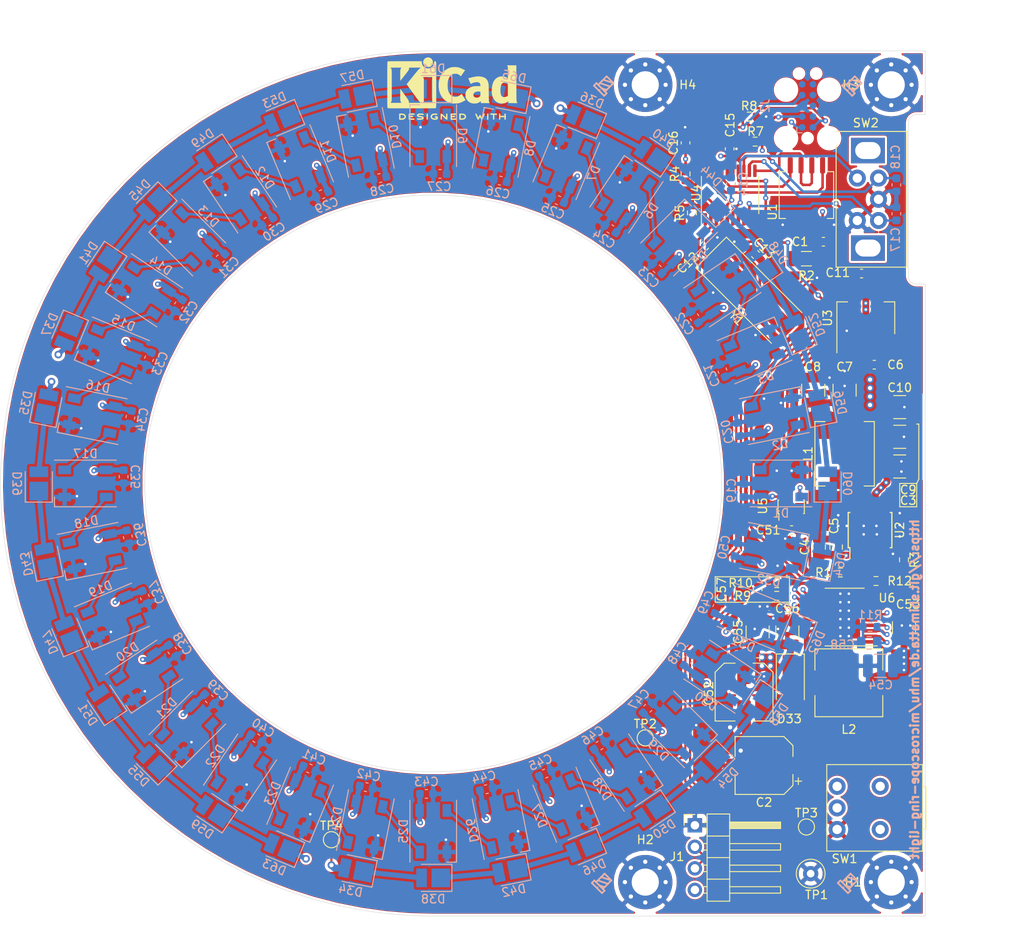
<source format=kicad_pcb>
(kicad_pcb (version 20171130) (host pcbnew 5.1.9)

  (general
    (thickness 1.6)
    (drawings 32)
    (tracks 1002)
    (zones 0)
    (modules 162)
    (nets 94)
  )

  (page A4)
  (layers
    (0 F.Cu signal)
    (1 In1.Cu power)
    (2 In2.Cu power)
    (31 B.Cu signal)
    (32 B.Adhes user)
    (33 F.Adhes user)
    (34 B.Paste user)
    (35 F.Paste user)
    (36 B.SilkS user)
    (37 F.SilkS user)
    (38 B.Mask user)
    (39 F.Mask user)
    (40 Dwgs.User user)
    (41 Cmts.User user)
    (42 Eco1.User user)
    (43 Eco2.User user)
    (44 Edge.Cuts user)
    (45 Margin user)
    (46 B.CrtYd user)
    (47 F.CrtYd user)
    (48 B.Fab user hide)
    (49 F.Fab user hide)
  )

  (setup
    (last_trace_width 2.5)
    (user_trace_width 0.3)
    (user_trace_width 0.6)
    (user_trace_width 0.8)
    (user_trace_width 2.5)
    (trace_clearance 0.2)
    (zone_clearance 0.4)
    (zone_45_only no)
    (trace_min 0.25)
    (via_size 0.8)
    (via_drill 0.4)
    (via_min_size 0.5)
    (via_min_drill 0.3)
    (user_via 0.6 0.3)
    (user_via 0.9 0.5)
    (uvia_size 0.3)
    (uvia_drill 0.1)
    (uvias_allowed no)
    (uvia_min_size 0.2)
    (uvia_min_drill 0.1)
    (edge_width 0.05)
    (segment_width 0.2)
    (pcb_text_width 0.3)
    (pcb_text_size 1.5 1.5)
    (mod_edge_width 0.12)
    (mod_text_size 1 1)
    (mod_text_width 0.15)
    (pad_size 1.205 1.55)
    (pad_drill 0)
    (pad_to_mask_clearance 0)
    (aux_axis_origin 70 70)
    (grid_origin 70 70)
    (visible_elements FFFFFF7F)
    (pcbplotparams
      (layerselection 0x010fc_ffffffff)
      (usegerberextensions true)
      (usegerberattributes true)
      (usegerberadvancedattributes true)
      (creategerberjobfile true)
      (excludeedgelayer true)
      (linewidth 0.100000)
      (plotframeref false)
      (viasonmask false)
      (mode 1)
      (useauxorigin false)
      (hpglpennumber 1)
      (hpglpenspeed 20)
      (hpglpendiameter 15.000000)
      (psnegative false)
      (psa4output false)
      (plotreference true)
      (plotvalue true)
      (plotinvisibletext false)
      (padsonsilk false)
      (subtractmaskfromsilk false)
      (outputformat 1)
      (mirror false)
      (drillshape 0)
      (scaleselection 1)
      (outputdirectory "gerber/"))
  )

  (net 0 "")
  (net 1 GND)
  (net 2 +3V3)
  (net 3 /TIM3_CH1)
  (net 4 /TIM3_CH2)
  (net 5 +12V)
  (net 6 +5V)
  (net 7 "Net-(D1-Pad4)")
  (net 8 "Net-(D1-Pad2)")
  (net 9 "Net-(D2-Pad4)")
  (net 10 "Net-(D3-Pad4)")
  (net 11 "Net-(D22-Pad4)")
  (net 12 "Net-(D4-Pad4)")
  (net 13 "Net-(D23-Pad4)")
  (net 14 "Net-(D5-Pad4)")
  (net 15 "Net-(D10-Pad2)")
  (net 16 "Net-(D10-Pad4)")
  (net 17 "Net-(D11-Pad4)")
  (net 18 "Net-(D12-Pad4)")
  (net 19 "Net-(D13-Pad4)")
  (net 20 "Net-(D14-Pad4)")
  (net 21 "Net-(D15-Pad4)")
  (net 22 "Net-(D16-Pad4)")
  (net 23 "Net-(D17-Pad4)")
  (net 24 "Net-(D18-Pad4)")
  (net 25 "Net-(D19-Pad4)")
  (net 26 "Net-(D20-Pad4)")
  (net 27 "Net-(D24-Pad4)")
  (net 28 /DMX+)
  (net 29 /DMX-)
  (net 30 /~RESET)
  (net 31 /STM_RX)
  (net 32 /STM_TX)
  (net 33 /SWCLK)
  (net 34 /SWDIO)
  (net 35 "/LED Grave/SK6812_DATA_IN")
  (net 36 /BUTTON)
  (net 37 "Net-(L1-Pad1)")
  (net 38 "Net-(C12-Pad1)")
  (net 39 "Net-(C13-Pad1)")
  (net 40 "Net-(D6-Pad4)")
  (net 41 "Net-(D7-Pad4)")
  (net 42 "Net-(D8-Pad4)")
  (net 43 "Net-(D21-Pad4)")
  (net 44 "Net-(D25-Pad4)")
  (net 45 "Net-(D26-Pad4)")
  (net 46 "Net-(D27-Pad4)")
  (net 47 "Net-(D28-Pad4)")
  (net 48 "Net-(D29-Pad4)")
  (net 49 "Net-(J1-Pad4)")
  (net 50 "Net-(D34-Pad1)")
  (net 51 "Net-(D35-Pad1)")
  (net 52 "Net-(D36-Pad1)")
  (net 53 "Net-(D37-Pad1)")
  (net 54 "Net-(D38-Pad1)")
  (net 55 "Net-(D39-Pad1)")
  (net 56 "Net-(D40-Pad1)")
  (net 57 "Net-(D41-Pad1)")
  (net 58 "Net-(D42-Pad1)")
  (net 59 "Net-(D43-Pad1)")
  (net 60 "Net-(D44-Pad1)")
  (net 61 "Net-(D45-Pad1)")
  (net 62 "Net-(D46-Pad1)")
  (net 63 "Net-(D47-Pad1)")
  (net 64 "Net-(D48-Pad1)")
  (net 65 "Net-(D49-Pad1)")
  (net 66 "Net-(D50-Pad1)")
  (net 67 "Net-(D51-Pad1)")
  (net 68 "Net-(D52-Pad1)")
  (net 69 "Net-(D53-Pad1)")
  (net 70 "Net-(D54-Pad1)")
  (net 71 "Net-(D55-Pad1)")
  (net 72 "Net-(D56-Pad1)")
  (net 73 "Net-(D57-Pad1)")
  (net 74 "Net-(D58-Pad1)")
  (net 75 "Net-(D59-Pad1)")
  (net 76 "Net-(D60-Pad1)")
  (net 77 "Net-(D61-Pad1)")
  (net 78 "Net-(D62-Pad1)")
  (net 79 "Net-(D63-Pad1)")
  (net 80 "Net-(R1-Pad2)")
  (net 81 /DMX_~RX~TX)
  (net 82 /WHITE_PWM)
  (net 83 /WhiteLEDs/LED_SUPPLY)
  (net 84 "Net-(D30-Pad4)")
  (net 85 "Net-(C57-Pad2)")
  (net 86 "Net-(C58-Pad1)")
  (net 87 "Net-(D31-Pad4)")
  (net 88 "Net-(D33-Pad2)")
  (net 89 "Net-(D64-Pad1)")
  (net 90 "Net-(D65-Pad1)")
  (net 91 "Net-(R5-Pad1)")
  (net 92 "Net-(R11-Pad2)")
  (net 93 "Net-(R12-Pad1)")

  (net_class Default "This is the default net class."
    (clearance 0.2)
    (trace_width 0.25)
    (via_dia 0.8)
    (via_drill 0.4)
    (uvia_dia 0.3)
    (uvia_drill 0.1)
    (diff_pair_width 0.3)
    (diff_pair_gap 0.26)
    (add_net +12V)
    (add_net +3V3)
    (add_net +5V)
    (add_net /BUTTON)
    (add_net /DMX_~RX~TX)
    (add_net "/LED Grave/SK6812_DATA_IN")
    (add_net /STM_RX)
    (add_net /STM_TX)
    (add_net /SWCLK)
    (add_net /SWDIO)
    (add_net /TIM3_CH1)
    (add_net /TIM3_CH2)
    (add_net /WHITE_PWM)
    (add_net /~RESET)
    (add_net GND)
    (add_net "Net-(C12-Pad1)")
    (add_net "Net-(C13-Pad1)")
    (add_net "Net-(C57-Pad2)")
    (add_net "Net-(C58-Pad1)")
    (add_net "Net-(D1-Pad2)")
    (add_net "Net-(D1-Pad4)")
    (add_net "Net-(D10-Pad2)")
    (add_net "Net-(D10-Pad4)")
    (add_net "Net-(D11-Pad4)")
    (add_net "Net-(D12-Pad4)")
    (add_net "Net-(D13-Pad4)")
    (add_net "Net-(D14-Pad4)")
    (add_net "Net-(D15-Pad4)")
    (add_net "Net-(D16-Pad4)")
    (add_net "Net-(D17-Pad4)")
    (add_net "Net-(D18-Pad4)")
    (add_net "Net-(D19-Pad4)")
    (add_net "Net-(D2-Pad4)")
    (add_net "Net-(D20-Pad4)")
    (add_net "Net-(D21-Pad4)")
    (add_net "Net-(D22-Pad4)")
    (add_net "Net-(D23-Pad4)")
    (add_net "Net-(D24-Pad4)")
    (add_net "Net-(D25-Pad4)")
    (add_net "Net-(D26-Pad4)")
    (add_net "Net-(D27-Pad4)")
    (add_net "Net-(D28-Pad4)")
    (add_net "Net-(D29-Pad4)")
    (add_net "Net-(D3-Pad4)")
    (add_net "Net-(D30-Pad4)")
    (add_net "Net-(D31-Pad4)")
    (add_net "Net-(D32-Pad4)")
    (add_net "Net-(D33-Pad2)")
    (add_net "Net-(D34-Pad1)")
    (add_net "Net-(D35-Pad1)")
    (add_net "Net-(D36-Pad1)")
    (add_net "Net-(D37-Pad1)")
    (add_net "Net-(D38-Pad1)")
    (add_net "Net-(D39-Pad1)")
    (add_net "Net-(D4-Pad4)")
    (add_net "Net-(D40-Pad1)")
    (add_net "Net-(D41-Pad1)")
    (add_net "Net-(D42-Pad1)")
    (add_net "Net-(D43-Pad1)")
    (add_net "Net-(D44-Pad1)")
    (add_net "Net-(D45-Pad1)")
    (add_net "Net-(D46-Pad1)")
    (add_net "Net-(D47-Pad1)")
    (add_net "Net-(D48-Pad1)")
    (add_net "Net-(D49-Pad1)")
    (add_net "Net-(D5-Pad4)")
    (add_net "Net-(D50-Pad1)")
    (add_net "Net-(D51-Pad1)")
    (add_net "Net-(D52-Pad1)")
    (add_net "Net-(D53-Pad1)")
    (add_net "Net-(D54-Pad1)")
    (add_net "Net-(D55-Pad1)")
    (add_net "Net-(D56-Pad1)")
    (add_net "Net-(D57-Pad1)")
    (add_net "Net-(D58-Pad1)")
    (add_net "Net-(D59-Pad1)")
    (add_net "Net-(D6-Pad4)")
    (add_net "Net-(D60-Pad1)")
    (add_net "Net-(D61-Pad1)")
    (add_net "Net-(D62-Pad1)")
    (add_net "Net-(D63-Pad1)")
    (add_net "Net-(D64-Pad1)")
    (add_net "Net-(D65-Pad1)")
    (add_net "Net-(D7-Pad4)")
    (add_net "Net-(D8-Pad4)")
    (add_net "Net-(J1-Pad4)")
    (add_net "Net-(J2-Pad5)")
    (add_net "Net-(J2-Pad6)")
    (add_net "Net-(J2-Pad7)")
    (add_net "Net-(J2-Pad8)")
    (add_net "Net-(J2-Pad9)")
    (add_net "Net-(L1-Pad1)")
    (add_net "Net-(R1-Pad2)")
    (add_net "Net-(R11-Pad2)")
    (add_net "Net-(R12-Pad1)")
    (add_net "Net-(R5-Pad1)")
    (add_net "Net-(SW1-Pad1)")
    (add_net "Net-(U4-Pad10)")
    (add_net "Net-(U4-Pad7)")
    (add_net "Net-(U4-Pad8)")
    (add_net "Net-(U6-Pad19)")
    (add_net "Net-(U6-Pad5)")
    (add_net "Net-(U6-Pad8)")
  )

  (net_class DMX-DIFF120 ""
    (clearance 0.2)
    (trace_width 0.25)
    (via_dia 0.6)
    (via_drill 0.3)
    (uvia_dia 0.3)
    (uvia_drill 0.1)
    (diff_pair_width 0.25)
    (diff_pair_gap 0.3)
    (add_net /DMX+)
    (add_net /DMX-)
  )

  (net_class LED_SUPPLY ""
    (clearance 0.35)
    (trace_width 0.25)
    (via_dia 0.8)
    (via_drill 0.4)
    (uvia_dia 0.3)
    (uvia_drill 0.1)
    (diff_pair_width 0.3)
    (diff_pair_gap 0.25)
    (add_net /WhiteLEDs/LED_SUPPLY)
  )

  (module shimatta_inductor:FerroCore_DE0704 (layer F.Cu) (tedit 606204E6) (tstamp 6062A4A1)
    (at 119 93.5 180)
    (path /606770DB/60625C92)
    (fp_text reference L2 (at 0 -5.5) (layer F.SilkS)
      (effects (font (size 1 1) (thickness 0.15)))
    )
    (fp_text value DE0704-22 (at 0 -2) (layer F.Fab)
      (effects (font (size 1 1) (thickness 0.15)))
    )
    (fp_arc (start -2.75 2.75) (end -3.75 2.75) (angle -90) (layer F.Fab) (width 0.12))
    (fp_arc (start 2.75 2.75) (end 2.75 3.75) (angle -90) (layer F.Fab) (width 0.12))
    (fp_arc (start 2.75 -2.75) (end 3.75 -2.75) (angle -90) (layer F.Fab) (width 0.12))
    (fp_arc (start -2.75 -2.75) (end -2.75 -3.75) (angle -90) (layer F.Fab) (width 0.12))
    (fp_line (start -4 4) (end -4 1.5) (layer F.SilkS) (width 0.12))
    (fp_line (start 4 4) (end -4 4) (layer F.SilkS) (width 0.12))
    (fp_line (start 4 1.5) (end 4 4) (layer F.SilkS) (width 0.12))
    (fp_line (start 4 -4) (end 4 -1.5) (layer F.SilkS) (width 0.12))
    (fp_line (start -4 -4) (end 4 -4) (layer F.SilkS) (width 0.12))
    (fp_line (start -4 -1.5) (end -4 -4) (layer F.SilkS) (width 0.12))
    (fp_line (start -4.5 -4) (end 4.5 -4) (layer F.CrtYd) (width 0.12))
    (fp_line (start 4.5 -4) (end 4.5 4) (layer F.CrtYd) (width 0.12))
    (fp_line (start 4.5 4) (end -4.5 4) (layer F.CrtYd) (width 0.12))
    (fp_line (start -4.5 4) (end -4.5 -4) (layer F.CrtYd) (width 0.12))
    (fp_line (start -2.75 -3.75) (end 2.75 -3.75) (layer F.Fab) (width 0.12))
    (fp_line (start 3.75 -2.75) (end 3.75 2.75) (layer F.Fab) (width 0.12))
    (fp_line (start 2.75 3.75) (end -2.75 3.75) (layer F.Fab) (width 0.12))
    (fp_line (start -3.75 2.75) (end -3.75 -2.75) (layer F.Fab) (width 0.12))
    (fp_circle (center 0 0) (end 3.25 0) (layer F.Fab) (width 0.12))
    (pad 2 smd rect (at 3.5 0 180) (size 1.6 2.2) (layers F.Cu F.Paste F.Mask)
      (net 88 "Net-(D33-Pad2)"))
    (pad 1 smd rect (at -3.5 0 180) (size 1.6 2.2) (layers F.Cu F.Paste F.Mask)
      (net 5 +12V))
  )

  (module Symbol:KiCad-Logo2_6mm_SilkScreen (layer F.Cu) (tedit 0) (tstamp 6061956D)
    (at 72.25 22.75)
    (descr "KiCad Logo")
    (tags "Logo KiCad")
    (attr virtual)
    (fp_text reference REF** (at 0 -5.08) (layer F.SilkS) hide
      (effects (font (size 1 1) (thickness 0.15)))
    )
    (fp_text value KiCad-Logo2_6mm_SilkScreen (at 0 6.35) (layer F.Fab) hide
      (effects (font (size 1 1) (thickness 0.15)))
    )
    (fp_poly (pts (xy -6.109663 3.635258) (xy -6.070181 3.635659) (xy -5.954492 3.638451) (xy -5.857603 3.646742)
      (xy -5.776211 3.661424) (xy -5.707015 3.683385) (xy -5.646712 3.713514) (xy -5.592 3.752702)
      (xy -5.572459 3.769724) (xy -5.540042 3.809555) (xy -5.510812 3.863605) (xy -5.488283 3.923515)
      (xy -5.475971 3.980931) (xy -5.474692 4.002148) (xy -5.482709 4.060961) (xy -5.504191 4.125205)
      (xy -5.535291 4.186013) (xy -5.572158 4.234522) (xy -5.578146 4.240374) (xy -5.628871 4.281513)
      (xy -5.684417 4.313627) (xy -5.747988 4.337557) (xy -5.822786 4.354145) (xy -5.912014 4.364233)
      (xy -6.018874 4.368661) (xy -6.06782 4.369037) (xy -6.130054 4.368737) (xy -6.17382 4.367484)
      (xy -6.203223 4.364746) (xy -6.222371 4.359993) (xy -6.235369 4.352693) (xy -6.242337 4.346459)
      (xy -6.248918 4.338886) (xy -6.25408 4.329116) (xy -6.257995 4.314532) (xy -6.260835 4.292518)
      (xy -6.262772 4.260456) (xy -6.263976 4.215728) (xy -6.26462 4.155718) (xy -6.264875 4.077809)
      (xy -6.264914 4.002148) (xy -6.265162 3.901233) (xy -6.265109 3.820619) (xy -6.264149 3.782014)
      (xy -6.118159 3.782014) (xy -6.118159 4.222281) (xy -6.025026 4.222196) (xy -5.968985 4.220588)
      (xy -5.910291 4.216448) (xy -5.86132 4.210656) (xy -5.85983 4.210418) (xy -5.780684 4.191282)
      (xy -5.719294 4.161479) (xy -5.672597 4.11907) (xy -5.642927 4.073153) (xy -5.624645 4.022218)
      (xy -5.626063 3.974392) (xy -5.64728 3.923125) (xy -5.688781 3.870091) (xy -5.74629 3.830792)
      (xy -5.821042 3.804523) (xy -5.871 3.795227) (xy -5.927708 3.788699) (xy -5.987811 3.783974)
      (xy -6.038931 3.782009) (xy -6.041959 3.782) (xy -6.118159 3.782014) (xy -6.264149 3.782014)
      (xy -6.263552 3.758043) (xy -6.25929 3.711247) (xy -6.251122 3.67797) (xy -6.237848 3.655951)
      (xy -6.218266 3.642931) (xy -6.191175 3.636649) (xy -6.155374 3.634845) (xy -6.109663 3.635258)) (layer F.SilkS) (width 0.01))
    (fp_poly (pts (xy -4.701086 3.635338) (xy -4.631678 3.63571) (xy -4.579289 3.636577) (xy -4.541139 3.638138)
      (xy -4.514451 3.640595) (xy -4.496445 3.644149) (xy -4.484341 3.649002) (xy -4.475361 3.655353)
      (xy -4.47211 3.658276) (xy -4.452335 3.689334) (xy -4.448774 3.72502) (xy -4.461783 3.756702)
      (xy -4.467798 3.763105) (xy -4.477527 3.769313) (xy -4.493193 3.774102) (xy -4.5177 3.777706)
      (xy -4.553953 3.780356) (xy -4.604857 3.782287) (xy -4.673318 3.783731) (xy -4.735909 3.78461)
      (xy -4.983626 3.787659) (xy -4.987011 3.85257) (xy -4.990397 3.917481) (xy -4.82225 3.917481)
      (xy -4.749251 3.918111) (xy -4.695809 3.920745) (xy -4.65892 3.926501) (xy -4.63558 3.936496)
      (xy -4.622786 3.951848) (xy -4.617534 3.973674) (xy -4.616737 3.99393) (xy -4.619215 4.018784)
      (xy -4.628569 4.037098) (xy -4.647675 4.049829) (xy -4.67941 4.057933) (xy -4.726651 4.062368)
      (xy -4.792275 4.064091) (xy -4.828093 4.064237) (xy -4.98927 4.064237) (xy -4.98927 4.222281)
      (xy -4.740914 4.222281) (xy -4.659505 4.222394) (xy -4.597634 4.222904) (xy -4.55226 4.224062)
      (xy -4.520346 4.226122) (xy -4.498851 4.229338) (xy -4.484735 4.233964) (xy -4.47496 4.240251)
      (xy -4.469981 4.244859) (xy -4.452902 4.271752) (xy -4.447403 4.295659) (xy -4.455255 4.324859)
      (xy -4.469981 4.346459) (xy -4.477838 4.353258) (xy -4.48798 4.358538) (xy -4.503136 4.36249)
      (xy -4.526033 4.365305) (xy -4.559401 4.367174) (xy -4.605967 4.36829) (xy -4.668459 4.368843)
      (xy -4.749606 4.369025) (xy -4.791714 4.369037) (xy -4.88189 4.368957) (xy -4.952216 4.36859)
      (xy -5.005421 4.367744) (xy -5.044232 4.366228) (xy -5.071379 4.363851) (xy -5.08959 4.360421)
      (xy -5.101592 4.355746) (xy -5.110114 4.349636) (xy -5.113448 4.346459) (xy -5.120047 4.338862)
      (xy -5.125219 4.329062) (xy -5.129138 4.314431) (xy -5.131976 4.292344) (xy -5.133907 4.260174)
      (xy -5.135104 4.215295) (xy -5.13574 4.155081) (xy -5.135989 4.076905) (xy -5.136026 4.004115)
      (xy -5.135992 3.910899) (xy -5.135757 3.837623) (xy -5.135122 3.78165) (xy -5.133886 3.740343)
      (xy -5.131848 3.711064) (xy -5.128809 3.691176) (xy -5.124569 3.678042) (xy -5.118927 3.669024)
      (xy -5.111683 3.661485) (xy -5.109898 3.659804) (xy -5.101237 3.652364) (xy -5.091174 3.646601)
      (xy -5.076917 3.642304) (xy -5.055675 3.639256) (xy -5.024656 3.637243) (xy -4.981069 3.636052)
      (xy -4.922123 3.635467) (xy -4.845026 3.635275) (xy -4.790293 3.635259) (xy -4.701086 3.635338)) (layer F.SilkS) (width 0.01))
    (fp_poly (pts (xy -3.679995 3.636543) (xy -3.60518 3.641773) (xy -3.535598 3.649942) (xy -3.475294 3.660742)
      (xy -3.428312 3.673865) (xy -3.398698 3.689005) (xy -3.394152 3.693461) (xy -3.378346 3.728042)
      (xy -3.383139 3.763543) (xy -3.407656 3.793917) (xy -3.408826 3.794788) (xy -3.423246 3.804146)
      (xy -3.4383 3.809068) (xy -3.459297 3.809665) (xy -3.491549 3.806053) (xy -3.540365 3.798346)
      (xy -3.544292 3.797697) (xy -3.617031 3.788761) (xy -3.695509 3.784353) (xy -3.774219 3.784311)
      (xy -3.847653 3.788471) (xy -3.910303 3.796671) (xy -3.956662 3.808749) (xy -3.959708 3.809963)
      (xy -3.99334 3.828807) (xy -4.005156 3.847877) (xy -3.995906 3.866631) (xy -3.966339 3.884529)
      (xy -3.917203 3.901029) (xy -3.849249 3.915588) (xy -3.803937 3.922598) (xy -3.709748 3.936081)
      (xy -3.634836 3.948406) (xy -3.576009 3.960641) (xy -3.530077 3.973853) (xy -3.493847 3.989109)
      (xy -3.46413 4.007477) (xy -3.437734 4.030023) (xy -3.416522 4.052163) (xy -3.391357 4.083011)
      (xy -3.378973 4.109537) (xy -3.3751 4.142218) (xy -3.374959 4.154187) (xy -3.377868 4.193904)
      (xy -3.389494 4.223451) (xy -3.409615 4.249678) (xy -3.450508 4.289768) (xy -3.496109 4.320341)
      (xy -3.549805 4.342395) (xy -3.614984 4.356927) (xy -3.695036 4.364933) (xy -3.793349 4.36741)
      (xy -3.809581 4.367369) (xy -3.875141 4.36601) (xy -3.940158 4.362922) (xy -3.997544 4.358548)
      (xy -4.040214 4.353332) (xy -4.043664 4.352733) (xy -4.086088 4.342683) (xy -4.122072 4.329988)
      (xy -4.142442 4.318382) (xy -4.161399 4.287764) (xy -4.162719 4.25211) (xy -4.146377 4.220336)
      (xy -4.142721 4.216743) (xy -4.127607 4.206068) (xy -4.108707 4.201468) (xy -4.079454 4.202251)
      (xy -4.043943 4.206319) (xy -4.004262 4.209954) (xy -3.948637 4.21302) (xy -3.883698 4.215245)
      (xy -3.816077 4.216356) (xy -3.798292 4.216429) (xy -3.73042 4.216156) (xy -3.680746 4.214838)
      (xy -3.644902 4.212019) (xy -3.618516 4.207242) (xy -3.597218 4.200049) (xy -3.584418 4.194059)
      (xy -3.556292 4.177425) (xy -3.53836 4.16236) (xy -3.535739 4.158089) (xy -3.541268 4.140455)
      (xy -3.567552 4.123384) (xy -3.61277 4.10765) (xy -3.6751 4.09403) (xy -3.693463 4.090996)
      (xy -3.789382 4.07593) (xy -3.865933 4.063338) (xy -3.926072 4.052303) (xy -3.972752 4.041912)
      (xy -4.008929 4.031248) (xy -4.037557 4.019397) (xy -4.06159 4.005443) (xy -4.083984 3.988473)
      (xy -4.107694 3.96757) (xy -4.115672 3.960241) (xy -4.143645 3.932891) (xy -4.158452 3.911221)
      (xy -4.164244 3.886424) (xy -4.165181 3.855175) (xy -4.154867 3.793897) (xy -4.124044 3.741832)
      (xy -4.072887 3.69915) (xy -4.001575 3.666017) (xy -3.950692 3.651156) (xy -3.895392 3.641558)
      (xy -3.829145 3.636128) (xy -3.755998 3.634559) (xy -3.679995 3.636543)) (layer F.SilkS) (width 0.01))
    (fp_poly (pts (xy -2.912114 3.657837) (xy -2.905534 3.66541) (xy -2.900371 3.675179) (xy -2.896456 3.689763)
      (xy -2.893616 3.711777) (xy -2.891679 3.74384) (xy -2.890475 3.788567) (xy -2.889831 3.848577)
      (xy -2.889576 3.926486) (xy -2.889537 4.002148) (xy -2.889606 4.095994) (xy -2.88993 4.169881)
      (xy -2.890678 4.226424) (xy -2.892024 4.268241) (xy -2.894138 4.297949) (xy -2.897192 4.318165)
      (xy -2.901358 4.331506) (xy -2.906808 4.34059) (xy -2.912114 4.346459) (xy -2.945118 4.366139)
      (xy -2.980283 4.364373) (xy -3.011747 4.342909) (xy -3.018976 4.334529) (xy -3.024626 4.324806)
      (xy -3.028891 4.311053) (xy -3.031965 4.290581) (xy -3.034044 4.260704) (xy -3.035322 4.218733)
      (xy -3.035993 4.161981) (xy -3.036251 4.087759) (xy -3.036292 4.003729) (xy -3.036292 3.690677)
      (xy -3.008583 3.662968) (xy -2.974429 3.639655) (xy -2.941298 3.638815) (xy -2.912114 3.657837)) (layer F.SilkS) (width 0.01))
    (fp_poly (pts (xy -1.938373 3.640791) (xy -1.869857 3.652287) (xy -1.817235 3.670159) (xy -1.783 3.693691)
      (xy -1.773671 3.707116) (xy -1.764185 3.73834) (xy -1.770569 3.766587) (xy -1.790722 3.793374)
      (xy -1.822037 3.805905) (xy -1.867475 3.804888) (xy -1.902618 3.798098) (xy -1.980711 3.785163)
      (xy -2.060518 3.783934) (xy -2.149847 3.794433) (xy -2.174521 3.798882) (xy -2.257583 3.8223)
      (xy -2.322565 3.857137) (xy -2.368753 3.902796) (xy -2.395437 3.958686) (xy -2.400955 3.98758)
      (xy -2.397343 4.046204) (xy -2.374021 4.098071) (xy -2.333116 4.14217) (xy -2.276751 4.177491)
      (xy -2.207052 4.203021) (xy -2.126144 4.217751) (xy -2.036152 4.22067) (xy -1.939202 4.210767)
      (xy -1.933728 4.209833) (xy -1.895167 4.202651) (xy -1.873786 4.195713) (xy -1.864519 4.185419)
      (xy -1.862298 4.168168) (xy -1.862248 4.159033) (xy -1.862248 4.120681) (xy -1.930723 4.120681)
      (xy -1.991192 4.116539) (xy -2.032457 4.103339) (xy -2.056467 4.079922) (xy -2.065169 4.045128)
      (xy -2.065275 4.040586) (xy -2.060184 4.010846) (xy -2.042725 3.989611) (xy -2.010231 3.975558)
      (xy -1.960035 3.967365) (xy -1.911415 3.964353) (xy -1.840748 3.962625) (xy -1.78949 3.965262)
      (xy -1.754531 3.974992) (xy -1.732762 3.994545) (xy -1.721072 4.026648) (xy -1.716352 4.07403)
      (xy -1.715492 4.136263) (xy -1.716901 4.205727) (xy -1.72114 4.252978) (xy -1.728228 4.278204)
      (xy -1.729603 4.28018) (xy -1.76852 4.3117) (xy -1.825578 4.336662) (xy -1.897161 4.354532)
      (xy -1.97965 4.364778) (xy -2.069431 4.366865) (xy -2.162884 4.36026) (xy -2.217848 4.352148)
      (xy -2.304058 4.327746) (xy -2.384184 4.287854) (xy -2.451269 4.236079) (xy -2.461465 4.225731)
      (xy -2.494594 4.182227) (xy -2.524486 4.12831) (xy -2.547649 4.071784) (xy -2.56059 4.020451)
      (xy -2.56215 4.000736) (xy -2.55551 3.959611) (xy -2.53786 3.908444) (xy -2.512589 3.854586)
      (xy -2.483081 3.805387) (xy -2.457011 3.772526) (xy -2.396057 3.723644) (xy -2.317261 3.684737)
      (xy -2.223449 3.656686) (xy -2.117442 3.640371) (xy -2.020292 3.636384) (xy -1.938373 3.640791)) (layer F.SilkS) (width 0.01))
    (fp_poly (pts (xy -1.288406 3.63964) (xy -1.26484 3.653465) (xy -1.234027 3.676073) (xy -1.19437 3.70853)
      (xy -1.144272 3.7519) (xy -1.082135 3.80725) (xy -1.006364 3.875643) (xy -0.919626 3.954276)
      (xy -0.739003 4.11807) (xy -0.733359 3.898221) (xy -0.731321 3.822543) (xy -0.729355 3.766186)
      (xy -0.727026 3.725898) (xy -0.723898 3.698427) (xy -0.719537 3.680521) (xy -0.713508 3.668929)
      (xy -0.705376 3.6604) (xy -0.701064 3.656815) (xy -0.666533 3.637862) (xy -0.633675 3.640633)
      (xy -0.60761 3.656825) (xy -0.580959 3.678391) (xy -0.577644 3.993343) (xy -0.576727 4.085971)
      (xy -0.57626 4.158736) (xy -0.576405 4.214353) (xy -0.577324 4.255534) (xy -0.579179 4.284995)
      (xy -0.582131 4.305447) (xy -0.586342 4.319605) (xy -0.591974 4.330183) (xy -0.598219 4.338666)
      (xy -0.611731 4.354399) (xy -0.625175 4.364828) (xy -0.640416 4.368831) (xy -0.659318 4.365286)
      (xy -0.683747 4.353071) (xy -0.715565 4.331063) (xy -0.75664 4.298141) (xy -0.808834 4.253183)
      (xy -0.874014 4.195067) (xy -0.947848 4.128291) (xy -1.213137 3.88765) (xy -1.218781 4.106781)
      (xy -1.220823 4.18232) (xy -1.222794 4.238546) (xy -1.225131 4.278716) (xy -1.228273 4.306088)
      (xy -1.232656 4.32392) (xy -1.238716 4.335471) (xy -1.246892 4.343999) (xy -1.251076 4.347474)
      (xy -1.288057 4.366564) (xy -1.323 4.363685) (xy -1.353428 4.339292) (xy -1.360389 4.329478)
      (xy -1.365815 4.318018) (xy -1.369895 4.30216) (xy -1.372821 4.279155) (xy -1.374784 4.246254)
      (xy -1.375975 4.200708) (xy -1.376584 4.139765) (xy -1.376803 4.060678) (xy -1.376826 4.002148)
      (xy -1.376752 3.910599) (xy -1.376405 3.838879) (xy -1.375593 3.784237) (xy -1.374125 3.743924)
      (xy -1.371811 3.71519) (xy -1.368459 3.695285) (xy -1.36388 3.68146) (xy -1.357881 3.670964)
      (xy -1.353428 3.665003) (xy -1.342142 3.650883) (xy -1.331593 3.640221) (xy -1.320185 3.634084)
      (xy -1.306322 3.633535) (xy -1.288406 3.63964)) (layer F.SilkS) (width 0.01))
    (fp_poly (pts (xy 0.242051 3.635452) (xy 0.318409 3.636366) (xy 0.376925 3.638503) (xy 0.419963 3.642367)
      (xy 0.449891 3.648459) (xy 0.469076 3.657282) (xy 0.479884 3.669338) (xy 0.484681 3.685131)
      (xy 0.485835 3.705162) (xy 0.485841 3.707527) (xy 0.484839 3.730184) (xy 0.480104 3.747695)
      (xy 0.469041 3.760766) (xy 0.449056 3.770105) (xy 0.417554 3.776419) (xy 0.37194 3.780414)
      (xy 0.309621 3.782798) (xy 0.228001 3.784278) (xy 0.202985 3.784606) (xy -0.039092 3.787659)
      (xy -0.042478 3.85257) (xy -0.045863 3.917481) (xy 0.122284 3.917481) (xy 0.187974 3.917723)
      (xy 0.23488 3.918748) (xy 0.266791 3.921003) (xy 0.287499 3.924934) (xy 0.300792 3.93099)
      (xy 0.310463 3.939616) (xy 0.310525 3.939685) (xy 0.328064 3.973304) (xy 0.32743 4.00964)
      (xy 0.309022 4.040615) (xy 0.305379 4.043799) (xy 0.292449 4.052004) (xy 0.274732 4.057713)
      (xy 0.248278 4.061354) (xy 0.20914 4.063359) (xy 0.15337 4.064156) (xy 0.117702 4.064237)
      (xy -0.044737 4.064237) (xy -0.044737 4.222281) (xy 0.201869 4.222281) (xy 0.283288 4.222423)
      (xy 0.345118 4.223006) (xy 0.390345 4.22426) (xy 0.421956 4.226419) (xy 0.442939 4.229715)
      (xy 0.456281 4.234381) (xy 0.464969 4.240649) (xy 0.467158 4.242925) (xy 0.483322 4.274472)
      (xy 0.484505 4.31036) (xy 0.471244 4.341477) (xy 0.460751 4.351463) (xy 0.449837 4.356961)
      (xy 0.432925 4.361214) (xy 0.407341 4.364372) (xy 0.370409 4.366584) (xy 0.319454 4.367998)
      (xy 0.251802 4.368764) (xy 0.164777 4.36903) (xy 0.145102 4.369037) (xy 0.056619 4.368979)
      (xy -0.012065 4.368659) (xy -0.063728 4.367859) (xy -0.101147 4.366359) (xy -0.127102 4.363941)
      (xy -0.14437 4.360386) (xy -0.15573 4.355474) (xy -0.16396 4.348987) (xy -0.168475 4.34433)
      (xy -0.175271 4.336081) (xy -0.18058 4.325861) (xy -0.184586 4.310992) (xy -0.187471 4.288794)
      (xy -0.189418 4.256585) (xy -0.190611 4.211688) (xy -0.191231 4.15142) (xy -0.191463 4.073103)
      (xy -0.191492 4.007186) (xy -0.191421 3.91482) (xy -0.191084 3.842309) (xy -0.190294 3.786929)
      (xy -0.188866 3.745957) (xy -0.186613 3.71667) (xy -0.183349 3.696345) (xy -0.178888 3.682258)
      (xy -0.173044 3.671687) (xy -0.168095 3.665003) (xy -0.144698 3.635259) (xy 0.145482 3.635259)
      (xy 0.242051 3.635452)) (layer F.SilkS) (width 0.01))
    (fp_poly (pts (xy 1.030017 3.635467) (xy 1.158996 3.639828) (xy 1.268699 3.653053) (xy 1.360934 3.675933)
      (xy 1.43751 3.709262) (xy 1.500235 3.75383) (xy 1.55092 3.810428) (xy 1.591371 3.87985)
      (xy 1.592167 3.881543) (xy 1.616309 3.943675) (xy 1.624911 3.998701) (xy 1.617939 4.054079)
      (xy 1.595362 4.117265) (xy 1.59108 4.126881) (xy 1.56188 4.183158) (xy 1.529064 4.226643)
      (xy 1.48671 4.263609) (xy 1.428898 4.300327) (xy 1.425539 4.302244) (xy 1.375212 4.326419)
      (xy 1.318329 4.344474) (xy 1.251235 4.357031) (xy 1.170273 4.364714) (xy 1.07179 4.368145)
      (xy 1.036994 4.368443) (xy 0.871302 4.369037) (xy 0.847905 4.339292) (xy 0.840965 4.329511)
      (xy 0.83555 4.318089) (xy 0.831473 4.302287) (xy 0.828545 4.279367) (xy 0.826575 4.246588)
      (xy 0.825933 4.222281) (xy 0.982552 4.222281) (xy 1.076434 4.222281) (xy 1.131372 4.220675)
      (xy 1.187768 4.216447) (xy 1.234053 4.210484) (xy 1.236847 4.209982) (xy 1.319056 4.187928)
      (xy 1.382822 4.154792) (xy 1.43016 4.109039) (xy 1.46309 4.049131) (xy 1.468816 4.033253)
      (xy 1.474429 4.008525) (xy 1.471999 3.984094) (xy 1.460175 3.951592) (xy 1.453048 3.935626)
      (xy 1.429708 3.893198) (xy 1.401588 3.863432) (xy 1.370648 3.842703) (xy 1.308674 3.815729)
      (xy 1.229359 3.79619) (xy 1.136961 3.784938) (xy 1.070041 3.782462) (xy 0.982552 3.782014)
      (xy 0.982552 4.222281) (xy 0.825933 4.222281) (xy 0.825376 4.201213) (xy 0.824758 4.140503)
      (xy 0.824533 4.061718) (xy 0.824508 4.000112) (xy 0.824508 3.690677) (xy 0.852217 3.662968)
      (xy 0.864514 3.651736) (xy 0.877811 3.644045) (xy 0.89638 3.639232) (xy 0.924494 3.636638)
      (xy 0.966425 3.635602) (xy 1.026445 3.635462) (xy 1.030017 3.635467)) (layer F.SilkS) (width 0.01))
    (fp_poly (pts (xy 3.756373 3.637226) (xy 3.775963 3.644227) (xy 3.776718 3.644569) (xy 3.803321 3.66487)
      (xy 3.817978 3.685753) (xy 3.820846 3.695544) (xy 3.820704 3.708553) (xy 3.816669 3.727087)
      (xy 3.807854 3.753449) (xy 3.793377 3.789944) (xy 3.772353 3.838879) (xy 3.743896 3.902557)
      (xy 3.707123 3.983285) (xy 3.686883 4.027408) (xy 3.650333 4.106177) (xy 3.616023 4.178615)
      (xy 3.58526 4.242072) (xy 3.559356 4.2939) (xy 3.539618 4.331451) (xy 3.527358 4.352076)
      (xy 3.524932 4.354925) (xy 3.493891 4.367494) (xy 3.458829 4.365811) (xy 3.430708 4.350524)
      (xy 3.429562 4.349281) (xy 3.418376 4.332346) (xy 3.399612 4.299362) (xy 3.375583 4.254572)
      (xy 3.348605 4.202224) (xy 3.338909 4.182934) (xy 3.265722 4.036342) (xy 3.185948 4.195585)
      (xy 3.157475 4.250607) (xy 3.131058 4.298324) (xy 3.108856 4.335085) (xy 3.093027 4.357236)
      (xy 3.087662 4.361933) (xy 3.045965 4.368294) (xy 3.011557 4.354925) (xy 3.001436 4.340638)
      (xy 2.983922 4.308884) (xy 2.960443 4.262789) (xy 2.932428 4.205477) (xy 2.901307 4.140072)
      (xy 2.868507 4.069699) (xy 2.835458 3.997483) (xy 2.803589 3.926547) (xy 2.774327 3.860017)
      (xy 2.749103 3.801018) (xy 2.729344 3.752673) (xy 2.71648 3.718107) (xy 2.711939 3.700445)
      (xy 2.711985 3.699805) (xy 2.723034 3.67758) (xy 2.745118 3.654945) (xy 2.746418 3.65396)
      (xy 2.773561 3.638617) (xy 2.798666 3.638766) (xy 2.808076 3.641658) (xy 2.819542 3.64791)
      (xy 2.831718 3.660206) (xy 2.846065 3.6811) (xy 2.864044 3.713141) (xy 2.887115 3.75888)
      (xy 2.916738 3.820869) (xy 2.943453 3.87809) (xy 2.974188 3.944418) (xy 3.001729 4.004066)
      (xy 3.024646 4.053917) (xy 3.041506 4.090856) (xy 3.050881 4.111765) (xy 3.052248 4.115037)
      (xy 3.058397 4.109689) (xy 3.07253 4.087301) (xy 3.092765 4.051138) (xy 3.117223 4.004469)
      (xy 3.126956 3.985214) (xy 3.159925 3.920196) (xy 3.185351 3.872846) (xy 3.20532 3.840411)
      (xy 3.221918 3.820138) (xy 3.237232 3.809274) (xy 3.253348 3.805067) (xy 3.263851 3.804592)
      (xy 3.282378 3.806234) (xy 3.298612 3.813023) (xy 3.314743 3.827758) (xy 3.332959 3.853236)
      (xy 3.355447 3.892253) (xy 3.384397 3.947606) (xy 3.40037 3.979095) (xy 3.426278 4.029279)
      (xy 3.448875 4.070896) (xy 3.466166 4.100434) (xy 3.476158 4.114381) (xy 3.477517 4.114962)
      (xy 3.483969 4.103985) (xy 3.498416 4.075482) (xy 3.519411 4.032436) (xy 3.545505 3.97783)
      (xy 3.575254 3.914646) (xy 3.589888 3.883263) (xy 3.627958 3.80227) (xy 3.658613 3.739948)
      (xy 3.683445 3.694263) (xy 3.704045 3.663181) (xy 3.722006 3.64467) (xy 3.738918 3.636696)
      (xy 3.756373 3.637226)) (layer F.SilkS) (width 0.01))
    (fp_poly (pts (xy 4.200322 3.642069) (xy 4.224035 3.656839) (xy 4.250686 3.678419) (xy 4.250686 3.999965)
      (xy 4.250601 4.094022) (xy 4.250237 4.168124) (xy 4.249432 4.224896) (xy 4.248021 4.26696)
      (xy 4.245841 4.29694) (xy 4.242729 4.317459) (xy 4.238522 4.331141) (xy 4.233056 4.340608)
      (xy 4.22918 4.345274) (xy 4.197742 4.365767) (xy 4.161941 4.364931) (xy 4.130581 4.347456)
      (xy 4.10393 4.325876) (xy 4.10393 3.678419) (xy 4.130581 3.656839) (xy 4.156302 3.641141)
      (xy 4.177308 3.635259) (xy 4.200322 3.642069)) (layer F.SilkS) (width 0.01))
    (fp_poly (pts (xy 4.974773 3.635355) (xy 5.05348 3.635734) (xy 5.114571 3.636525) (xy 5.160525 3.637862)
      (xy 5.193822 3.639875) (xy 5.216944 3.642698) (xy 5.23237 3.646461) (xy 5.242579 3.651297)
      (xy 5.247521 3.655014) (xy 5.273165 3.68755) (xy 5.276267 3.72133) (xy 5.260419 3.752018)
      (xy 5.250056 3.764281) (xy 5.238904 3.772642) (xy 5.222743 3.777849) (xy 5.19735 3.780649)
      (xy 5.158506 3.781788) (xy 5.101988 3.782013) (xy 5.090888 3.782014) (xy 4.944952 3.782014)
      (xy 4.944952 4.052948) (xy 4.944856 4.138346) (xy 4.944419 4.204056) (xy 4.94342 4.252966)
      (xy 4.941636 4.287965) (xy 4.938845 4.311941) (xy 4.934825 4.327785) (xy 4.929353 4.338383)
      (xy 4.922374 4.346459) (xy 4.889442 4.366304) (xy 4.855062 4.36474) (xy 4.823884 4.342098)
      (xy 4.821594 4.339292) (xy 4.814137 4.328684) (xy 4.808455 4.316273) (xy 4.804309 4.299042)
      (xy 4.801458 4.273976) (xy 4.799662 4.238059) (xy 4.79868 4.188275) (xy 4.798272 4.121609)
      (xy 4.798197 4.045781) (xy 4.798197 3.782014) (xy 4.658835 3.782014) (xy 4.59903 3.78161)
      (xy 4.557626 3.780032) (xy 4.530456 3.776739) (xy 4.513354 3.771184) (xy 4.502151 3.762823)
      (xy 4.500791 3.76137) (xy 4.484433 3.728131) (xy 4.48588 3.690554) (xy 4.504686 3.657837)
      (xy 4.511958 3.65149) (xy 4.521335 3.646458) (xy 4.535317 3.642588) (xy 4.556404 3.639729)
      (xy 4.587097 3.637727) (xy 4.629897 3.636431) (xy 4.687303 3.63569) (xy 4.761818 3.63535)
      (xy 4.855941 3.63526) (xy 4.875968 3.635259) (xy 4.974773 3.635355)) (layer F.SilkS) (width 0.01))
    (fp_poly (pts (xy 6.240531 3.640725) (xy 6.27191 3.662968) (xy 6.299619 3.690677) (xy 6.299619 4.000112)
      (xy 6.299546 4.091991) (xy 6.299203 4.164032) (xy 6.2984 4.218972) (xy 6.296949 4.259552)
      (xy 6.29466 4.288509) (xy 6.291344 4.308583) (xy 6.286813 4.322513) (xy 6.280877 4.333037)
      (xy 6.276222 4.339292) (xy 6.245491 4.363865) (xy 6.210204 4.366533) (xy 6.177953 4.351463)
      (xy 6.167296 4.342566) (xy 6.160172 4.330749) (xy 6.155875 4.311718) (xy 6.153699 4.281184)
      (xy 6.152936 4.234854) (xy 6.152863 4.199063) (xy 6.152863 4.064237) (xy 5.656152 4.064237)
      (xy 5.656152 4.186892) (xy 5.655639 4.242979) (xy 5.653584 4.281525) (xy 5.649216 4.307553)
      (xy 5.641764 4.326089) (xy 5.632755 4.339292) (xy 5.601852 4.363796) (xy 5.566904 4.366698)
      (xy 5.533446 4.349281) (xy 5.524312 4.340151) (xy 5.51786 4.328047) (xy 5.513605 4.309193)
      (xy 5.51106 4.279812) (xy 5.509737 4.236129) (xy 5.509151 4.174367) (xy 5.509083 4.160192)
      (xy 5.508599 4.043823) (xy 5.508349 3.947919) (xy 5.508431 3.870369) (xy 5.508939 3.809061)
      (xy 5.50997 3.761882) (xy 5.511621 3.726722) (xy 5.513987 3.701468) (xy 5.517165 3.684009)
      (xy 5.521252 3.672233) (xy 5.526342 3.664027) (xy 5.531974 3.657837) (xy 5.563836 3.638036)
      (xy 5.597065 3.640725) (xy 5.628443 3.662968) (xy 5.641141 3.677318) (xy 5.649234 3.69317)
      (xy 5.65375 3.715746) (xy 5.655714 3.75027) (xy 5.656152 3.801968) (xy 5.656152 3.917481)
      (xy 6.152863 3.917481) (xy 6.152863 3.798948) (xy 6.15337 3.74434) (xy 6.155406 3.707467)
      (xy 6.159743 3.683499) (xy 6.167155 3.667607) (xy 6.175441 3.657837) (xy 6.207302 3.638036)
      (xy 6.240531 3.640725)) (layer F.SilkS) (width 0.01))
    (fp_poly (pts (xy -2.726079 -2.96351) (xy -2.622973 -2.927762) (xy -2.526978 -2.871493) (xy -2.441247 -2.794712)
      (xy -2.36893 -2.697427) (xy -2.336445 -2.636108) (xy -2.308332 -2.55034) (xy -2.294705 -2.451323)
      (xy -2.296214 -2.349529) (xy -2.312969 -2.257286) (xy -2.358763 -2.144568) (xy -2.425168 -2.046793)
      (xy -2.508809 -1.965885) (xy -2.606312 -1.903768) (xy -2.7143 -1.862366) (xy -2.829399 -1.843603)
      (xy -2.948234 -1.849402) (xy -3.006811 -1.861794) (xy -3.120972 -1.906203) (xy -3.222365 -1.973967)
      (xy -3.308545 -2.062999) (xy -3.377066 -2.171209) (xy -3.382864 -2.183027) (xy -3.402904 -2.227372)
      (xy -3.415487 -2.26472) (xy -3.422319 -2.30412) (xy -3.425105 -2.354619) (xy -3.425568 -2.409567)
      (xy -3.424803 -2.475585) (xy -3.421352 -2.523311) (xy -3.413477 -2.561897) (xy -3.399443 -2.600494)
      (xy -3.38212 -2.638574) (xy -3.317505 -2.746672) (xy -3.237934 -2.834197) (xy -3.14656 -2.901159)
      (xy -3.046536 -2.947564) (xy -2.941012 -2.973419) (xy -2.833142 -2.978732) (xy -2.726079 -2.96351)) (layer F.SilkS) (width 0.01))
    (fp_poly (pts (xy 6.84227 -2.043175) (xy 6.959041 -2.042696) (xy 6.998729 -2.042455) (xy 7.544486 -2.038865)
      (xy 7.551351 0.054919) (xy 7.552258 0.338842) (xy 7.553062 0.59664) (xy 7.553815 0.829646)
      (xy 7.554569 1.039194) (xy 7.555375 1.226618) (xy 7.556285 1.39325) (xy 7.557351 1.540425)
      (xy 7.558624 1.669477) (xy 7.560156 1.781739) (xy 7.561998 1.878544) (xy 7.564203 1.961226)
      (xy 7.566822 2.031119) (xy 7.569906 2.089557) (xy 7.573508 2.137872) (xy 7.577678 2.1774)
      (xy 7.582469 2.209473) (xy 7.587931 2.235424) (xy 7.594118 2.256589) (xy 7.60108 2.274299)
      (xy 7.608869 2.289889) (xy 7.617537 2.304693) (xy 7.627135 2.320044) (xy 7.637715 2.337276)
      (xy 7.639884 2.340946) (xy 7.676268 2.403031) (xy 7.150431 2.399434) (xy 6.624594 2.395838)
      (xy 6.617729 2.280331) (xy 6.613992 2.224899) (xy 6.610097 2.192851) (xy 6.604811 2.180135)
      (xy 6.596903 2.182696) (xy 6.59027 2.190024) (xy 6.561374 2.216714) (xy 6.514279 2.251021)
      (xy 6.45562 2.288846) (xy 6.392031 2.32609) (xy 6.330149 2.358653) (xy 6.282634 2.380077)
      (xy 6.171316 2.415283) (xy 6.043596 2.440222) (xy 5.908901 2.453941) (xy 5.776663 2.455486)
      (xy 5.656308 2.443906) (xy 5.654326 2.443574) (xy 5.489641 2.40225) (xy 5.335479 2.336412)
      (xy 5.193328 2.247474) (xy 5.064675 2.136852) (xy 4.951007 2.005961) (xy 4.85381 1.856216)
      (xy 4.774572 1.689033) (xy 4.73143 1.56519) (xy 4.702979 1.461581) (xy 4.68188 1.361252)
      (xy 4.667488 1.258109) (xy 4.659158 1.146057) (xy 4.656245 1.019001) (xy 4.657535 0.915252)
      (xy 5.67065 0.915252) (xy 5.675444 1.089222) (xy 5.690568 1.238895) (xy 5.716485 1.365597)
      (xy 5.753663 1.470658) (xy 5.802565 1.555406) (xy 5.863658 1.621169) (xy 5.934177 1.667659)
      (xy 5.970871 1.685014) (xy 6.002696 1.695419) (xy 6.038177 1.700179) (xy 6.085841 1.700601)
      (xy 6.137189 1.698748) (xy 6.238169 1.689841) (xy 6.318035 1.672398) (xy 6.343135 1.663661)
      (xy 6.400448 1.637857) (xy 6.460897 1.605453) (xy 6.487297 1.589233) (xy 6.555946 1.544205)
      (xy 6.555946 0.116982) (xy 6.480432 0.071718) (xy 6.375121 0.020572) (xy 6.267525 -0.009676)
      (xy 6.161581 -0.019205) (xy 6.061224 -0.008193) (xy 5.970387 0.023181) (xy 5.893007 0.07474)
      (xy 5.868039 0.099488) (xy 5.807856 0.180577) (xy 5.759145 0.278734) (xy 5.721499 0.395643)
      (xy 5.694512 0.532985) (xy 5.677775 0.692444) (xy 5.670883 0.8757) (xy 5.67065 0.915252)
      (xy 4.657535 0.915252) (xy 4.658073 0.872067) (xy 4.669647 0.646053) (xy 4.69292 0.442192)
      (xy 4.728504 0.257513) (xy 4.777013 0.089048) (xy 4.83906 -0.066174) (xy 4.861201 -0.112192)
      (xy 4.950385 -0.262261) (xy 5.058159 -0.395623) (xy 5.18199 -0.510123) (xy 5.319342 -0.603611)
      (xy 5.467683 -0.673932) (xy 5.556604 -0.70294) (xy 5.643933 -0.72016) (xy 5.749011 -0.730406)
      (xy 5.863029 -0.733682) (xy 5.977177 -0.729991) (xy 6.082648 -0.71934) (xy 6.167334 -0.70263)
      (xy 6.268128 -0.66986) (xy 6.365822 -0.627721) (xy 6.451296 -0.580481) (xy 6.496789 -0.548419)
      (xy 6.528169 -0.524578) (xy 6.550142 -0.510061) (xy 6.555141 -0.508) (xy 6.55669 -0.521282)
      (xy 6.558135 -0.559337) (xy 6.559443 -0.619481) (xy 6.560583 -0.699027) (xy 6.561521 -0.795289)
      (xy 6.562226 -0.905581) (xy 6.562667 -1.027219) (xy 6.562811 -1.151115) (xy 6.56273 -1.309804)
      (xy 6.562335 -1.443592) (xy 6.561395 -1.55504) (xy 6.55968 -1.646705) (xy 6.556957 -1.721147)
      (xy 6.552997 -1.780925) (xy 6.547569 -1.828598) (xy 6.540441 -1.866726) (xy 6.531384 -1.897866)
      (xy 6.520167 -1.924579) (xy 6.506558 -1.949423) (xy 6.490328 -1.974957) (xy 6.48824 -1.978119)
      (xy 6.467306 -2.01119) (xy 6.454667 -2.033931) (xy 6.452973 -2.038728) (xy 6.466216 -2.040241)
      (xy 6.504002 -2.041472) (xy 6.563416 -2.042401) (xy 6.641542 -2.043008) (xy 6.735465 -2.043273)
      (xy 6.84227 -2.043175)) (layer F.SilkS) (width 0.01))
    (fp_poly (pts (xy 3.167505 -0.735771) (xy 3.235531 -0.730622) (xy 3.430163 -0.704727) (xy 3.602529 -0.663425)
      (xy 3.75347 -0.606147) (xy 3.883825 -0.532326) (xy 3.994434 -0.441392) (xy 4.086135 -0.332778)
      (xy 4.15977 -0.205915) (xy 4.213539 -0.068648) (xy 4.227187 -0.024863) (xy 4.239073 0.016141)
      (xy 4.249334 0.056569) (xy 4.258113 0.09863) (xy 4.265548 0.144531) (xy 4.27178 0.19648)
      (xy 4.27695 0.256685) (xy 4.281196 0.327352) (xy 4.28466 0.410689) (xy 4.287481 0.508905)
      (xy 4.2898 0.624205) (xy 4.291757 0.758799) (xy 4.293491 0.914893) (xy 4.295143 1.094695)
      (xy 4.296324 1.235676) (xy 4.30427 2.203622) (xy 4.355756 2.29677) (xy 4.380137 2.341645)
      (xy 4.39828 2.376501) (xy 4.406935 2.395054) (xy 4.407243 2.396311) (xy 4.394014 2.397749)
      (xy 4.356326 2.399074) (xy 4.297183 2.400249) (xy 4.219586 2.401237) (xy 4.126536 2.401999)
      (xy 4.021035 2.4025) (xy 3.906084 2.402701) (xy 3.892378 2.402703) (xy 3.377513 2.402703)
      (xy 3.377513 2.286) (xy 3.376635 2.23326) (xy 3.374292 2.192926) (xy 3.370921 2.1713)
      (xy 3.369431 2.169298) (xy 3.355804 2.177683) (xy 3.327757 2.199692) (xy 3.291303 2.230601)
      (xy 3.290485 2.231316) (xy 3.223962 2.280843) (xy 3.139948 2.330575) (xy 3.047937 2.375626)
      (xy 2.957421 2.41111) (xy 2.917567 2.423236) (xy 2.838255 2.438637) (xy 2.740935 2.448465)
      (xy 2.634516 2.45258) (xy 2.527907 2.450841) (xy 2.430017 2.443108) (xy 2.361513 2.431981)
      (xy 2.19352 2.382648) (xy 2.042281 2.312342) (xy 1.908782 2.221933) (xy 1.794006 2.112295)
      (xy 1.698937 1.984299) (xy 1.62456 1.838818) (xy 1.592474 1.750541) (xy 1.572365 1.664739)
      (xy 1.559038 1.561736) (xy 1.552872 1.451034) (xy 1.553074 1.434925) (xy 2.481648 1.434925)
      (xy 2.489348 1.517184) (xy 2.514989 1.585546) (xy 2.562378 1.64897) (xy 2.580579 1.667567)
      (xy 2.645282 1.717846) (xy 2.720066 1.750056) (xy 2.809662 1.765648) (xy 2.904012 1.766796)
      (xy 2.993501 1.759216) (xy 3.062018 1.744389) (xy 3.091775 1.733253) (xy 3.145408 1.702904)
      (xy 3.202235 1.660221) (xy 3.254082 1.612317) (xy 3.292778 1.566301) (xy 3.303054 1.549421)
      (xy 3.311042 1.525782) (xy 3.316721 1.488168) (xy 3.320356 1.432985) (xy 3.322211 1.35664)
      (xy 3.322594 1.283981) (xy 3.322335 1.19927) (xy 3.321287 1.138018) (xy 3.319045 1.096227)
      (xy 3.315206 1.069899) (xy 3.309365 1.055035) (xy 3.301118 1.047639) (xy 3.298567 1.046461)
      (xy 3.2764 1.042833) (xy 3.23268 1.039866) (xy 3.173311 1.037827) (xy 3.104196 1.036983)
      (xy 3.089189 1.036982) (xy 2.996805 1.038457) (xy 2.925432 1.042842) (xy 2.868719 1.050738)
      (xy 2.821872 1.06227) (xy 2.705669 1.106215) (xy 2.614543 1.160243) (xy 2.547705 1.225219)
      (xy 2.504365 1.302005) (xy 2.483734 1.391467) (xy 2.481648 1.434925) (xy 1.553074 1.434925)
      (xy 1.554244 1.342133) (xy 1.563532 1.244536) (xy 1.570777 1.205105) (xy 1.617039 1.058701)
      (xy 1.687384 0.923995) (xy 1.780484 0.80228) (xy 1.895012 0.694847) (xy 2.02964 0.602988)
      (xy 2.18304 0.527996) (xy 2.313459 0.482458) (xy 2.400623 0.458533) (xy 2.483996 0.439943)
      (xy 2.568976 0.426084) (xy 2.660965 0.416351) (xy 2.765362 0.410141) (xy 2.887568 0.406851)
      (xy 2.998055 0.405924) (xy 3.325677 0.405027) (xy 3.319401 0.306547) (xy 3.301579 0.199695)
      (xy 3.263667 0.107852) (xy 3.20728 0.03331) (xy 3.134031 -0.021636) (xy 3.069535 -0.048448)
      (xy 2.977123 -0.065346) (xy 2.867111 -0.067773) (xy 2.744656 -0.056622) (xy 2.614914 -0.03279)
      (xy 2.483042 0.00283) (xy 2.354198 0.049343) (xy 2.260566 0.091883) (xy 2.215517 0.113728)
      (xy 2.181156 0.128984) (xy 2.163681 0.134937) (xy 2.162733 0.134746) (xy 2.156703 0.121412)
      (xy 2.141645 0.086068) (xy 2.118977 0.032101) (xy 2.090115 -0.037104) (xy 2.056477 -0.11816)
      (xy 2.022284 -0.200882) (xy 1.885586 -0.532197) (xy 1.98282 -0.548167) (xy 2.024964 -0.55618)
      (xy 2.088319 -0.569639) (xy 2.167457 -0.587321) (xy 2.256951 -0.608004) (xy 2.351373 -0.630468)
      (xy 2.388973 -0.639597) (xy 2.551637 -0.677326) (xy 2.69405 -0.705612) (xy 2.821527 -0.725028)
      (xy 2.939384 -0.736146) (xy 3.052938 -0.739536) (xy 3.167505 -0.735771)) (layer F.SilkS) (width 0.01))
    (fp_poly (pts (xy 0.439962 -1.839501) (xy 0.588014 -1.823293) (xy 0.731452 -1.794282) (xy 0.87611 -1.750955)
      (xy 1.027824 -1.691799) (xy 1.192428 -1.6153) (xy 1.222071 -1.600483) (xy 1.290098 -1.566969)
      (xy 1.354256 -1.536792) (xy 1.408215 -1.512834) (xy 1.44564 -1.497976) (xy 1.451389 -1.496105)
      (xy 1.506486 -1.479598) (xy 1.259851 -1.120799) (xy 1.199552 -1.033107) (xy 1.144422 -0.952988)
      (xy 1.096336 -0.883164) (xy 1.057168 -0.826353) (xy 1.028794 -0.785277) (xy 1.013087 -0.762654)
      (xy 1.010536 -0.759072) (xy 1.000171 -0.766562) (xy 0.97466 -0.789082) (xy 0.938563 -0.822539)
      (xy 0.918642 -0.84145) (xy 0.805773 -0.931222) (xy 0.679014 -0.999439) (xy 0.569783 -1.036805)
      (xy 0.504214 -1.04854) (xy 0.422116 -1.055692) (xy 0.333144 -1.058126) (xy 0.246956 -1.055712)
      (xy 0.173205 -1.048317) (xy 0.143776 -1.042653) (xy 0.011133 -0.997018) (xy -0.108394 -0.927337)
      (xy -0.214717 -0.83374) (xy -0.307747 -0.716351) (xy -0.387395 -0.5753) (xy -0.453574 -0.410714)
      (xy -0.506194 -0.22272) (xy -0.537467 -0.061783) (xy -0.545626 0.009263) (xy -0.551185 0.101046)
      (xy -0.554198 0.206968) (xy -0.554719 0.320434) (xy -0.5528 0.434849) (xy -0.548497 0.543617)
      (xy -0.541863 0.640143) (xy -0.532951 0.717831) (xy -0.531021 0.729817) (xy -0.488501 0.922892)
      (xy -0.430567 1.093773) (xy -0.356867 1.243224) (xy -0.267049 1.372011) (xy -0.203293 1.441639)
      (xy -0.088714 1.536173) (xy 0.036942 1.606246) (xy 0.171557 1.651477) (xy 0.313011 1.671484)
      (xy 0.459183 1.665885) (xy 0.607955 1.6343) (xy 0.695911 1.603394) (xy 0.817629 1.541506)
      (xy 0.94308 1.452729) (xy 1.013353 1.392694) (xy 1.052811 1.357947) (xy 1.083812 1.332454)
      (xy 1.101458 1.32017) (xy 1.103648 1.319795) (xy 1.111524 1.332347) (xy 1.131932 1.365516)
      (xy 1.163132 1.416458) (xy 1.203386 1.482331) (xy 1.250957 1.560289) (xy 1.304104 1.64749)
      (xy 1.333687 1.696067) (xy 1.559648 2.067215) (xy 1.277527 2.206639) (xy 1.175522 2.256719)
      (xy 1.092889 2.29621) (xy 1.024578 2.327073) (xy 0.965537 2.351268) (xy 0.910714 2.370758)
      (xy 0.85506 2.387503) (xy 0.793523 2.403465) (xy 0.73454 2.417482) (xy 0.682115 2.428329)
      (xy 0.627288 2.436526) (xy 0.564572 2.442528) (xy 0.488477 2.44679) (xy 0.393516 2.449767)
      (xy 0.329513 2.451052) (xy 0.238192 2.45193) (xy 0.150627 2.451487) (xy 0.072612 2.449852)
      (xy 0.009942 2.447149) (xy -0.031587 2.443505) (xy -0.034048 2.443142) (xy -0.249697 2.396487)
      (xy -0.452207 2.325729) (xy -0.641505 2.230914) (xy -0.817521 2.112089) (xy -0.980184 1.9693)
      (xy -1.129422 1.802594) (xy -1.237504 1.654433) (xy -1.352566 1.460502) (xy -1.445577 1.255699)
      (xy -1.516987 1.038383) (xy -1.567244 0.806912) (xy -1.596799 0.559643) (xy -1.606111 0.308559)
      (xy -1.598452 0.06567) (xy -1.574387 -0.15843) (xy -1.533148 -0.367523) (xy -1.473973 -0.565387)
      (xy -1.396096 -0.755804) (xy -1.386797 -0.775532) (xy -1.284352 -0.959941) (xy -1.158528 -1.135424)
      (xy -1.012888 -1.29835) (xy -0.850999 -1.445086) (xy -0.676424 -1.571999) (xy -0.513756 -1.665095)
      (xy -0.349427 -1.738009) (xy -0.184749 -1.790826) (xy -0.013348 -1.824985) (xy 0.171153 -1.841922)
      (xy 0.281459 -1.84442) (xy 0.439962 -1.839501)) (layer F.SilkS) (width 0.01))
    (fp_poly (pts (xy -5.955743 -2.526311) (xy -5.69122 -2.526275) (xy -5.568088 -2.52627) (xy -3.597189 -2.52627)
      (xy -3.597189 -2.41009) (xy -3.584789 -2.268709) (xy -3.547364 -2.138316) (xy -3.484577 -2.018138)
      (xy -3.396094 -1.907398) (xy -3.366157 -1.877489) (xy -3.258466 -1.792652) (xy -3.139725 -1.730779)
      (xy -3.01346 -1.691841) (xy -2.883197 -1.67581) (xy -2.752465 -1.682658) (xy -2.624788 -1.712357)
      (xy -2.503695 -1.76488) (xy -2.392712 -1.840197) (xy -2.342868 -1.885637) (xy -2.249983 -1.997048)
      (xy -2.181873 -2.119565) (xy -2.139129 -2.251785) (xy -2.122347 -2.392308) (xy -2.122124 -2.406133)
      (xy -2.121244 -2.526266) (xy -2.068443 -2.526268) (xy -2.021604 -2.519911) (xy -1.978817 -2.504444)
      (xy -1.975989 -2.502846) (xy -1.966325 -2.497832) (xy -1.957451 -2.493927) (xy -1.949335 -2.489993)
      (xy -1.941943 -2.484894) (xy -1.935245 -2.477492) (xy -1.929208 -2.466649) (xy -1.923801 -2.451228)
      (xy -1.91899 -2.430091) (xy -1.914745 -2.402101) (xy -1.911032 -2.366121) (xy -1.907821 -2.321013)
      (xy -1.905078 -2.26564) (xy -1.902772 -2.198863) (xy -1.900871 -2.119547) (xy -1.899342 -2.026553)
      (xy -1.898154 -1.918743) (xy -1.897274 -1.794981) (xy -1.89667 -1.654129) (xy -1.896311 -1.49505)
      (xy -1.896165 -1.316605) (xy -1.896198 -1.117658) (xy -1.89638 -0.897071) (xy -1.896677 -0.653707)
      (xy -1.897059 -0.386428) (xy -1.897492 -0.094097) (xy -1.897945 0.224424) (xy -1.897998 0.26323)
      (xy -1.898404 0.583782) (xy -1.898749 0.878012) (xy -1.899069 1.147056) (xy -1.8994 1.392052)
      (xy -1.899779 1.614137) (xy -1.900243 1.814447) (xy -1.900828 1.994119) (xy -1.90157 2.15429)
      (xy -1.902506 2.296098) (xy -1.903673 2.420679) (xy -1.905107 2.52917) (xy -1.906844 2.622707)
      (xy -1.908922 2.702429) (xy -1.911376 2.769472) (xy -1.914244 2.824973) (xy -1.917561 2.870068)
      (xy -1.921364 2.905895) (xy -1.92569 2.933591) (xy -1.930575 2.954293) (xy -1.936055 2.969137)
      (xy -1.942168 2.97926) (xy -1.94895 2.9858) (xy -1.956437 2.989893) (xy -1.964666 2.992676)
      (xy -1.973673 2.995287) (xy -1.983495 2.998862) (xy -1.985894 2.99995) (xy -1.993435 3.002396)
      (xy -2.006056 3.004642) (xy -2.024859 3.006698) (xy -2.050947 3.008572) (xy -2.085422 3.010271)
      (xy -2.129385 3.011803) (xy -2.183939 3.013177) (xy -2.250185 3.0144) (xy -2.329226 3.015481)
      (xy -2.422163 3.016427) (xy -2.530099 3.017247) (xy -2.654136 3.017947) (xy -2.795376 3.018538)
      (xy -2.954921 3.019025) (xy -3.133872 3.019419) (xy -3.333332 3.019725) (xy -3.554404 3.019953)
      (xy -3.798188 3.02011) (xy -4.065787 3.020205) (xy -4.358303 3.020245) (xy -4.676839 3.020238)
      (xy -4.780021 3.020228) (xy -5.105623 3.020176) (xy -5.404881 3.020091) (xy -5.678909 3.019963)
      (xy -5.928824 3.019785) (xy -6.15574 3.019548) (xy -6.360773 3.019242) (xy -6.545038 3.01886)
      (xy -6.70965 3.018392) (xy -6.855725 3.01783) (xy -6.984376 3.017165) (xy -7.096721 3.016388)
      (xy -7.193874 3.015491) (xy -7.27695 3.014465) (xy -7.347064 3.013301) (xy -7.405332 3.011991)
      (xy -7.452869 3.010525) (xy -7.49079 3.008896) (xy -7.52021 3.007093) (xy -7.542245 3.00511)
      (xy -7.55801 3.002936) (xy -7.56862 3.000563) (xy -7.574404 2.998391) (xy -7.584684 2.994056)
      (xy -7.594122 2.990859) (xy -7.602755 2.987665) (xy -7.610619 2.983338) (xy -7.617748 2.976744)
      (xy -7.624179 2.966747) (xy -7.629947 2.952212) (xy -7.635089 2.932003) (xy -7.63964 2.904985)
      (xy -7.643635 2.870023) (xy -7.647111 2.825981) (xy -7.650102 2.771724) (xy -7.652646 2.706117)
      (xy -7.654777 2.628024) (xy -7.656532 2.53631) (xy -7.657945 2.42984) (xy -7.658315 2.388973)
      (xy -7.291884 2.388973) (xy -5.996734 2.388973) (xy -6.021655 2.351217) (xy -6.046447 2.312417)
      (xy -6.06744 2.275469) (xy -6.084935 2.237788) (xy -6.09923 2.196788) (xy -6.110623 2.149883)
      (xy -6.119413 2.094487) (xy -6.125898 2.028016) (xy -6.130377 1.947883) (xy -6.13315 1.851502)
      (xy -6.134513 1.736289) (xy -6.134767 1.599657) (xy -6.134209 1.43902) (xy -6.133893 1.379382)
      (xy -6.130325 0.740041) (xy -5.725298 1.291449) (xy -5.610554 1.447876) (xy -5.511143 1.584088)
      (xy -5.42599 1.70189) (xy -5.354022 1.803084) (xy -5.294166 1.889477) (xy -5.245348 1.962874)
      (xy -5.206495 2.025077) (xy -5.176534 2.077893) (xy -5.154391 2.123125) (xy -5.138993 2.162578)
      (xy -5.129266 2.198058) (xy -5.124137 2.231368) (xy -5.122532 2.264313) (xy -5.123379 2.298697)
      (xy -5.123595 2.303019) (xy -5.128054 2.389031) (xy -3.708692 2.388973) (xy -3.814265 2.282522)
      (xy -3.842913 2.253406) (xy -3.87009 2.225076) (xy -3.896989 2.195968) (xy -3.924803 2.16452)
      (xy -3.954725 2.129169) (xy -3.987946 2.088354) (xy -4.025661 2.040511) (xy -4.06906 1.984079)
      (xy -4.119338 1.917494) (xy -4.177688 1.839195) (xy -4.2453 1.747619) (xy -4.323369 1.641204)
      (xy -4.413088 1.518387) (xy -4.515648 1.377605) (xy -4.632242 1.217297) (xy -4.727809 1.085798)
      (xy -4.847749 0.920596) (xy -4.95238 0.776152) (xy -5.042648 0.651094) (xy -5.119503 0.544052)
      (xy -5.183891 0.453654) (xy -5.236761 0.378529) (xy -5.27906 0.317304) (xy -5.311736 0.26861)
      (xy -5.335738 0.231074) (xy -5.352013 0.203325) (xy -5.361508 0.183992) (xy -5.365173 0.171703)
      (xy -5.364071 0.165242) (xy -5.350724 0.148048) (xy -5.321866 0.111655) (xy -5.27924 0.058224)
      (xy -5.224585 -0.010081) (xy -5.159644 -0.091097) (xy -5.086158 -0.18266) (xy -5.005868 -0.282608)
      (xy -4.920515 -0.388776) (xy -4.83184 -0.499003) (xy -4.741586 -0.611124) (xy -4.691944 -0.672756)
      (xy -3.459373 -0.672756) (xy -3.408146 -0.580081) (xy -3.356919 -0.487405) (xy -3.356919 2.203622)
      (xy -3.408146 2.296298) (xy -3.459373 2.388973) (xy -2.853396 2.388973) (xy -2.708734 2.388931)
      (xy -2.589244 2.388741) (xy -2.492642 2.388308) (xy -2.416642 2.387536) (xy -2.358957 2.38633)
      (xy -2.317301 2.384594) (xy -2.289389 2.382232) (xy -2.272935 2.37915) (xy -2.265652 2.375251)
      (xy -2.265255 2.37044) (xy -2.269458 2.364622) (xy -2.269501 2.364574) (xy -2.286813 2.339532)
      (xy -2.309736 2.298815) (xy -2.329981 2.258168) (xy -2.368379 2.176162) (xy -2.376211 -0.672756)
      (xy -3.459373 -0.672756) (xy -4.691944 -0.672756) (xy -4.651493 -0.722976) (xy -4.563302 -0.832396)
      (xy -4.478754 -0.937222) (xy -4.399592 -1.035289) (xy -4.327556 -1.124434) (xy -4.264387 -1.202495)
      (xy -4.211827 -1.267308) (xy -4.171617 -1.31671) (xy -4.148 -1.345513) (xy -4.05629 -1.453222)
      (xy -3.96806 -1.55042) (xy -3.886403 -1.633924) (xy -3.81441 -1.700552) (xy -3.763319 -1.741401)
      (xy -3.702907 -1.784865) (xy -5.092298 -1.784865) (xy -5.091908 -1.703334) (xy -5.095791 -1.643394)
      (xy -5.11039 -1.587823) (xy -5.132988 -1.535145) (xy -5.147678 -1.505385) (xy -5.163472 -1.475897)
      (xy -5.181814 -1.444724) (xy -5.204145 -1.409907) (xy -5.231909 -1.36949) (xy -5.266549 -1.321514)
      (xy -5.309507 -1.264022) (xy -5.362227 -1.195057) (xy -5.426151 -1.112661) (xy -5.502721 -1.014876)
      (xy -5.593381 -0.899745) (xy -5.699574 -0.76531) (xy -5.711568 -0.750141) (xy -6.130325 -0.220588)
      (xy -6.134378 -0.807078) (xy -6.135195 -0.982749) (xy -6.135021 -1.131468) (xy -6.133849 -1.253725)
      (xy -6.131669 -1.350011) (xy -6.128474 -1.420817) (xy -6.124256 -1.466631) (xy -6.122838 -1.475321)
      (xy -6.100591 -1.566865) (xy -6.071443 -1.649392) (xy -6.038182 -1.715747) (xy -6.0182 -1.74389)
      (xy -5.983722 -1.784865) (xy -6.637914 -1.784865) (xy -6.793969 -1.784731) (xy -6.924467 -1.784297)
      (xy -7.03131 -1.783511) (xy -7.116398 -1.782324) (xy -7.181635 -1.780683) (xy -7.228921 -1.778539)
      (xy -7.260157 -1.775841) (xy -7.277246 -1.772538) (xy -7.282088 -1.768579) (xy -7.281753 -1.767702)
      (xy -7.267885 -1.746769) (xy -7.244732 -1.713588) (xy -7.232754 -1.696807) (xy -7.220369 -1.68006)
      (xy -7.209237 -1.665085) (xy -7.199288 -1.650406) (xy -7.190451 -1.634551) (xy -7.182657 -1.616045)
      (xy -7.175835 -1.593415) (xy -7.169916 -1.565187) (xy -7.164829 -1.529887) (xy -7.160504 -1.486042)
      (xy -7.156871 -1.432178) (xy -7.15386 -1.36682) (xy -7.151401 -1.288496) (xy -7.149423 -1.195732)
      (xy -7.147858 -1.087053) (xy -7.146634 -0.960987) (xy -7.145681 -0.816058) (xy -7.14493 -0.650794)
      (xy -7.144311 -0.463721) (xy -7.143752 -0.253365) (xy -7.143185 -0.018252) (xy -7.142655 0.197741)
      (xy -7.142155 0.438535) (xy -7.141895 0.668274) (xy -7.141868 0.885493) (xy -7.142067 1.088722)
      (xy -7.142486 1.276496) (xy -7.143118 1.447345) (xy -7.143956 1.599803) (xy -7.144992 1.732403)
      (xy -7.14622 1.843676) (xy -7.147633 1.932156) (xy -7.149225 1.996375) (xy -7.150987 2.034865)
      (xy -7.151321 2.038933) (xy -7.163466 2.132248) (xy -7.182427 2.20719) (xy -7.211302 2.272594)
      (xy -7.25319 2.337293) (xy -7.258429 2.344352) (xy -7.291884 2.388973) (xy -7.658315 2.388973)
      (xy -7.659054 2.307479) (xy -7.659893 2.16809) (xy -7.660498 2.010539) (xy -7.660905 1.833691)
      (xy -7.66115 1.63641) (xy -7.661267 1.41756) (xy -7.661295 1.176007) (xy -7.661267 0.910615)
      (xy -7.66122 0.620249) (xy -7.66119 0.303773) (xy -7.661189 0.240946) (xy -7.661172 -0.078863)
      (xy -7.661112 -0.372339) (xy -7.661002 -0.64061) (xy -7.660833 -0.884802) (xy -7.660597 -1.106043)
      (xy -7.660284 -1.30546) (xy -7.659885 -1.48418) (xy -7.659393 -1.643329) (xy -7.658797 -1.784034)
      (xy -7.65809 -1.907424) (xy -7.657263 -2.014624) (xy -7.656307 -2.106762) (xy -7.655213 -2.184965)
      (xy -7.653973 -2.250359) (xy -7.652578 -2.304072) (xy -7.651018 -2.347231) (xy -7.649286 -2.380963)
      (xy -7.647372 -2.406395) (xy -7.645268 -2.424653) (xy -7.642966 -2.436866) (xy -7.640455 -2.444159)
      (xy -7.640363 -2.444341) (xy -7.635192 -2.455482) (xy -7.630885 -2.465569) (xy -7.626121 -2.474654)
      (xy -7.619578 -2.482788) (xy -7.609935 -2.490024) (xy -7.595871 -2.496414) (xy -7.576063 -2.502011)
      (xy -7.549191 -2.506867) (xy -7.513933 -2.511034) (xy -7.468968 -2.514564) (xy -7.412974 -2.517509)
      (xy -7.344629 -2.519923) (xy -7.262614 -2.521856) (xy -7.165605 -2.523362) (xy -7.052282 -2.524492)
      (xy -6.921323 -2.525298) (xy -6.771407 -2.525834) (xy -6.601213 -2.526151) (xy -6.409418 -2.526301)
      (xy -6.194702 -2.526337) (xy -5.955743 -2.526311)) (layer F.SilkS) (width 0.01))
  )

  (module MountingHole:MountingHole_3.2mm_M3_Pad_Via (layer F.Cu) (tedit 56DDBCCA) (tstamp 60615EB7)
    (at 124 117)
    (descr "Mounting Hole 3.2mm, M3")
    (tags "mounting hole 3.2mm m3")
    (path /606C8089)
    (attr virtual)
    (fp_text reference H1 (at -4.5 0) (layer F.SilkS)
      (effects (font (size 1 1) (thickness 0.15)))
    )
    (fp_text value MountingHole_Pad (at 0 4.2) (layer F.Fab)
      (effects (font (size 1 1) (thickness 0.15)))
    )
    (fp_circle (center 0 0) (end 3.2 0) (layer Cmts.User) (width 0.15))
    (fp_circle (center 0 0) (end 3.45 0) (layer F.CrtYd) (width 0.05))
    (fp_text user %R (at 0.3 0) (layer F.Fab)
      (effects (font (size 1 1) (thickness 0.15)))
    )
    (pad 1 thru_hole circle (at 1.697056 -1.697056) (size 0.8 0.8) (drill 0.5) (layers *.Cu *.Mask)
      (net 1 GND))
    (pad 1 thru_hole circle (at 0 -2.4) (size 0.8 0.8) (drill 0.5) (layers *.Cu *.Mask)
      (net 1 GND))
    (pad 1 thru_hole circle (at -1.697056 -1.697056) (size 0.8 0.8) (drill 0.5) (layers *.Cu *.Mask)
      (net 1 GND))
    (pad 1 thru_hole circle (at -2.4 0) (size 0.8 0.8) (drill 0.5) (layers *.Cu *.Mask)
      (net 1 GND))
    (pad 1 thru_hole circle (at -1.697056 1.697056) (size 0.8 0.8) (drill 0.5) (layers *.Cu *.Mask)
      (net 1 GND))
    (pad 1 thru_hole circle (at 0 2.4) (size 0.8 0.8) (drill 0.5) (layers *.Cu *.Mask)
      (net 1 GND))
    (pad 1 thru_hole circle (at 1.697056 1.697056) (size 0.8 0.8) (drill 0.5) (layers *.Cu *.Mask)
      (net 1 GND))
    (pad 1 thru_hole circle (at 2.4 0) (size 0.8 0.8) (drill 0.5) (layers *.Cu *.Mask)
      (net 1 GND))
    (pad 1 thru_hole circle (at 0 0) (size 6.4 6.4) (drill 3.2) (layers *.Cu *.Mask)
      (net 1 GND))
  )

  (module MountingHole:MountingHole_3.2mm_M3_Pad_Via (layer F.Cu) (tedit 56DDBCCA) (tstamp 60615EE7)
    (at 95 23)
    (descr "Mounting Hole 3.2mm, M3")
    (tags "mounting hole 3.2mm m3")
    (path /606C916E)
    (attr virtual)
    (fp_text reference H4 (at 5 0) (layer F.SilkS)
      (effects (font (size 1 1) (thickness 0.15)))
    )
    (fp_text value MountingHole_Pad (at 0 4.2) (layer F.Fab)
      (effects (font (size 1 1) (thickness 0.15)))
    )
    (fp_circle (center 0 0) (end 3.2 0) (layer Cmts.User) (width 0.15))
    (fp_circle (center 0 0) (end 3.45 0) (layer F.CrtYd) (width 0.05))
    (fp_text user %R (at 0.3 0) (layer F.Fab)
      (effects (font (size 1 1) (thickness 0.15)))
    )
    (pad 1 thru_hole circle (at 1.697056 -1.697056) (size 0.8 0.8) (drill 0.5) (layers *.Cu *.Mask)
      (net 1 GND))
    (pad 1 thru_hole circle (at 0 -2.4) (size 0.8 0.8) (drill 0.5) (layers *.Cu *.Mask)
      (net 1 GND))
    (pad 1 thru_hole circle (at -1.697056 -1.697056) (size 0.8 0.8) (drill 0.5) (layers *.Cu *.Mask)
      (net 1 GND))
    (pad 1 thru_hole circle (at -2.4 0) (size 0.8 0.8) (drill 0.5) (layers *.Cu *.Mask)
      (net 1 GND))
    (pad 1 thru_hole circle (at -1.697056 1.697056) (size 0.8 0.8) (drill 0.5) (layers *.Cu *.Mask)
      (net 1 GND))
    (pad 1 thru_hole circle (at 0 2.4) (size 0.8 0.8) (drill 0.5) (layers *.Cu *.Mask)
      (net 1 GND))
    (pad 1 thru_hole circle (at 1.697056 1.697056) (size 0.8 0.8) (drill 0.5) (layers *.Cu *.Mask)
      (net 1 GND))
    (pad 1 thru_hole circle (at 2.4 0) (size 0.8 0.8) (drill 0.5) (layers *.Cu *.Mask)
      (net 1 GND))
    (pad 1 thru_hole circle (at 0 0) (size 6.4 6.4) (drill 3.2) (layers *.Cu *.Mask)
      (net 1 GND))
  )

  (module MountingHole:MountingHole_3.2mm_M3_Pad_Via (layer F.Cu) (tedit 56DDBCCA) (tstamp 60615ED7)
    (at 124 23)
    (descr "Mounting Hole 3.2mm, M3")
    (tags "mounting hole 3.2mm m3")
    (path /606C8BF2)
    (attr virtual)
    (fp_text reference H3 (at -4.75 0) (layer F.SilkS)
      (effects (font (size 1 1) (thickness 0.15)))
    )
    (fp_text value MountingHole_Pad (at 0 4.2) (layer F.Fab)
      (effects (font (size 1 1) (thickness 0.15)))
    )
    (fp_circle (center 0 0) (end 3.2 0) (layer Cmts.User) (width 0.15))
    (fp_circle (center 0 0) (end 3.45 0) (layer F.CrtYd) (width 0.05))
    (fp_text user %R (at 0.3 0) (layer F.Fab)
      (effects (font (size 1 1) (thickness 0.15)))
    )
    (pad 1 thru_hole circle (at 1.697056 -1.697056) (size 0.8 0.8) (drill 0.5) (layers *.Cu *.Mask)
      (net 1 GND))
    (pad 1 thru_hole circle (at 0 -2.4) (size 0.8 0.8) (drill 0.5) (layers *.Cu *.Mask)
      (net 1 GND))
    (pad 1 thru_hole circle (at -1.697056 -1.697056) (size 0.8 0.8) (drill 0.5) (layers *.Cu *.Mask)
      (net 1 GND))
    (pad 1 thru_hole circle (at -2.4 0) (size 0.8 0.8) (drill 0.5) (layers *.Cu *.Mask)
      (net 1 GND))
    (pad 1 thru_hole circle (at -1.697056 1.697056) (size 0.8 0.8) (drill 0.5) (layers *.Cu *.Mask)
      (net 1 GND))
    (pad 1 thru_hole circle (at 0 2.4) (size 0.8 0.8) (drill 0.5) (layers *.Cu *.Mask)
      (net 1 GND))
    (pad 1 thru_hole circle (at 1.697056 1.697056) (size 0.8 0.8) (drill 0.5) (layers *.Cu *.Mask)
      (net 1 GND))
    (pad 1 thru_hole circle (at 2.4 0) (size 0.8 0.8) (drill 0.5) (layers *.Cu *.Mask)
      (net 1 GND))
    (pad 1 thru_hole circle (at 0 0) (size 6.4 6.4) (drill 3.2) (layers *.Cu *.Mask)
      (net 1 GND))
  )

  (module MountingHole:MountingHole_3.2mm_M3_Pad_Via (layer F.Cu) (tedit 56DDBCCA) (tstamp 60615EC7)
    (at 95 117)
    (descr "Mounting Hole 3.2mm, M3")
    (tags "mounting hole 3.2mm m3")
    (path /606C8903)
    (attr virtual)
    (fp_text reference H2 (at 0 -5) (layer F.SilkS)
      (effects (font (size 1 1) (thickness 0.15)))
    )
    (fp_text value MountingHole_Pad (at 0 4.2) (layer F.Fab)
      (effects (font (size 1 1) (thickness 0.15)))
    )
    (fp_circle (center 0 0) (end 3.2 0) (layer Cmts.User) (width 0.15))
    (fp_circle (center 0 0) (end 3.45 0) (layer F.CrtYd) (width 0.05))
    (fp_text user %R (at 0.3 0) (layer F.Fab)
      (effects (font (size 1 1) (thickness 0.15)))
    )
    (pad 1 thru_hole circle (at 1.697056 -1.697056) (size 0.8 0.8) (drill 0.5) (layers *.Cu *.Mask)
      (net 1 GND))
    (pad 1 thru_hole circle (at 0 -2.4) (size 0.8 0.8) (drill 0.5) (layers *.Cu *.Mask)
      (net 1 GND))
    (pad 1 thru_hole circle (at -1.697056 -1.697056) (size 0.8 0.8) (drill 0.5) (layers *.Cu *.Mask)
      (net 1 GND))
    (pad 1 thru_hole circle (at -2.4 0) (size 0.8 0.8) (drill 0.5) (layers *.Cu *.Mask)
      (net 1 GND))
    (pad 1 thru_hole circle (at -1.697056 1.697056) (size 0.8 0.8) (drill 0.5) (layers *.Cu *.Mask)
      (net 1 GND))
    (pad 1 thru_hole circle (at 0 2.4) (size 0.8 0.8) (drill 0.5) (layers *.Cu *.Mask)
      (net 1 GND))
    (pad 1 thru_hole circle (at 1.697056 1.697056) (size 0.8 0.8) (drill 0.5) (layers *.Cu *.Mask)
      (net 1 GND))
    (pad 1 thru_hole circle (at 2.4 0) (size 0.8 0.8) (drill 0.5) (layers *.Cu *.Mask)
      (net 1 GND))
    (pad 1 thru_hole circle (at 0 0) (size 6.4 6.4) (drill 3.2) (layers *.Cu *.Mask)
      (net 1 GND))
  )

  (module TestPoint:TestPoint_Pad_D1.5mm (layer F.Cu) (tedit 5A0F774F) (tstamp 606110E3)
    (at 58 112)
    (descr "SMD pad as test Point, diameter 1.5mm")
    (tags "test point SMD pad")
    (path /606770DB/60640D50)
    (attr virtual)
    (fp_text reference TP4 (at 0 -1.648) (layer F.SilkS)
      (effects (font (size 1 1) (thickness 0.15)))
    )
    (fp_text value LED_SUPPLY (at 0 1.75) (layer F.Fab)
      (effects (font (size 1 1) (thickness 0.15)))
    )
    (fp_circle (center 0 0) (end 0 0.95) (layer F.SilkS) (width 0.12))
    (fp_circle (center 0 0) (end 1.25 0) (layer F.CrtYd) (width 0.05))
    (fp_text user %R (at 0 -1.65) (layer F.Fab)
      (effects (font (size 1 1) (thickness 0.15)))
    )
    (pad 1 smd circle (at 0 0) (size 1.5 1.5) (layers F.Cu F.Mask)
      (net 83 /WhiteLEDs/LED_SUPPLY))
  )

  (module TestPoint:TestPoint_Pad_D1.5mm (layer F.Cu) (tedit 5A0F774F) (tstamp 606110DB)
    (at 114 110.5)
    (descr "SMD pad as test Point, diameter 1.5mm")
    (tags "test point SMD pad")
    (path /60620DCD)
    (attr virtual)
    (fp_text reference TP3 (at 0 -1.648) (layer F.SilkS)
      (effects (font (size 1 1) (thickness 0.15)))
    )
    (fp_text value 12V (at 0 1.75) (layer F.Fab)
      (effects (font (size 1 1) (thickness 0.15)))
    )
    (fp_circle (center 0 0) (end 0 0.95) (layer F.SilkS) (width 0.12))
    (fp_circle (center 0 0) (end 1.25 0) (layer F.CrtYd) (width 0.05))
    (fp_text user %R (at 0 -1.65) (layer F.Fab)
      (effects (font (size 1 1) (thickness 0.15)))
    )
    (pad 1 smd circle (at 0 0) (size 1.5 1.5) (layers F.Cu F.Mask)
      (net 5 +12V))
  )

  (module TestPoint:TestPoint_Pad_D1.5mm (layer F.Cu) (tedit 5A0F774F) (tstamp 606110D3)
    (at 95 100)
    (descr "SMD pad as test Point, diameter 1.5mm")
    (tags "test point SMD pad")
    (path /60620B38)
    (attr virtual)
    (fp_text reference TP2 (at 0 -1.648) (layer F.SilkS)
      (effects (font (size 1 1) (thickness 0.15)))
    )
    (fp_text value 5V (at 0 1.75) (layer F.Fab)
      (effects (font (size 1 1) (thickness 0.15)))
    )
    (fp_circle (center 0 0) (end 0 0.95) (layer F.SilkS) (width 0.12))
    (fp_circle (center 0 0) (end 1.25 0) (layer F.CrtYd) (width 0.05))
    (fp_text user %R (at 0 -1.65) (layer F.Fab)
      (effects (font (size 1 1) (thickness 0.15)))
    )
    (pad 1 smd circle (at 0 0) (size 1.5 1.5) (layers F.Cu F.Mask)
      (net 6 +5V))
  )

  (module TestPoint:TestPoint_Loop_D2.60mm_Drill0.9mm_Beaded (layer F.Cu) (tedit 5A0F774F) (tstamp 606112AF)
    (at 114.5 116)
    (descr "wire loop with bead as test point, loop diameter2.6mm, hole diameter 0.9mm")
    (tags "test point wire loop bead")
    (path /60615CD7)
    (fp_text reference TP1 (at 0.7 2.5) (layer F.SilkS)
      (effects (font (size 1 1) (thickness 0.15)))
    )
    (fp_text value GND (at 0 -2.8) (layer F.Fab)
      (effects (font (size 1 1) (thickness 0.15)))
    )
    (fp_circle (center 0 0) (end 1.5 0) (layer F.Fab) (width 0.12))
    (fp_circle (center 0 0) (end 1.7 0) (layer F.SilkS) (width 0.12))
    (fp_circle (center 0 0) (end 2 0) (layer F.CrtYd) (width 0.05))
    (fp_line (start 1.3 -0.3) (end -1.3 -0.3) (layer F.Fab) (width 0.12))
    (fp_line (start 1.3 0.3) (end 1.3 -0.3) (layer F.Fab) (width 0.12))
    (fp_line (start -1.3 0.3) (end 1.3 0.3) (layer F.Fab) (width 0.12))
    (fp_line (start -1.3 -0.3) (end -1.3 0.3) (layer F.Fab) (width 0.12))
    (fp_text user %R (at 0.7 2.5) (layer F.Fab)
      (effects (font (size 1 1) (thickness 0.15)))
    )
    (pad 1 thru_hole circle (at 0 0) (size 1.8 1.8) (drill 0.9) (layers *.Cu *.Mask)
      (net 1 GND))
    (model ${KISYS3DMOD}/TestPoint.3dshapes/TestPoint_Loop_D2.60mm_Drill0.9mm_Beaded.wrl
      (at (xyz 0 0 0))
      (scale (xyz 1 1 1))
      (rotate (xyz 0 0 0))
    )
  )

  (module shimatta_artwork:screw_art_tiny (layer B.Cu) (tedit 5605587C) (tstamp 60621904)
    (at 119.5 23)
    (fp_text reference REF** (at 0 -2.2) (layer B.SilkS) hide
      (effects (font (size 1 1) (thickness 0.15)) (justify mirror))
    )
    (fp_text value screw_art_tiny (at 0 2.5) (layer B.Fab) hide
      (effects (font (size 1 1) (thickness 0.15)) (justify mirror))
    )
    (fp_line (start 0.2 -1) (end 1 -0.2) (layer B.SilkS) (width 0.2))
    (fp_line (start 1 -0.2) (end 0 0.8) (layer B.SilkS) (width 0.2))
    (fp_line (start 0 0.8) (end 0.2 1) (layer B.SilkS) (width 0.2))
    (fp_line (start 0.2 -1) (end -0.8 0) (layer B.SilkS) (width 0.2))
    (fp_line (start -0.8 0) (end -1 -0.2) (layer B.SilkS) (width 0.2))
    (fp_line (start -1 -0.2) (end -1.3 0.1) (layer B.SilkS) (width 0.2))
    (fp_line (start -1.3 0.1) (end -0.1 1.3) (layer B.SilkS) (width 0.2))
    (fp_line (start -0.1 1.3) (end 0.2 1) (layer B.SilkS) (width 0.2))
    (fp_line (start -0.8 0) (end 0 0.8) (layer B.SilkS) (width 0.2))
    (fp_line (start -0.7 0.7) (end -0.6 0.6) (layer B.SilkS) (width 0.15))
    (fp_line (start 1 -0.2) (end -0.2 -0.6) (layer B.SilkS) (width 0.2))
    (fp_line (start 0.6 0.2) (end -0.6 -0.2) (layer B.SilkS) (width 0.2))
    (fp_line (start 0.2 0.6) (end -0.4 0.4) (layer B.SilkS) (width 0.2))
  )

  (module shimatta_artwork:screw_art_tiny (layer B.Cu) (tedit 5605587C) (tstamp 606218F4)
    (at 90.25 23)
    (fp_text reference REF** (at 0 -2.2) (layer B.SilkS) hide
      (effects (font (size 1 1) (thickness 0.15)) (justify mirror))
    )
    (fp_text value screw_art_tiny (at 0 2.5) (layer B.Fab) hide
      (effects (font (size 1 1) (thickness 0.15)) (justify mirror))
    )
    (fp_line (start 0.2 -1) (end 1 -0.2) (layer B.SilkS) (width 0.2))
    (fp_line (start 1 -0.2) (end 0 0.8) (layer B.SilkS) (width 0.2))
    (fp_line (start 0 0.8) (end 0.2 1) (layer B.SilkS) (width 0.2))
    (fp_line (start 0.2 -1) (end -0.8 0) (layer B.SilkS) (width 0.2))
    (fp_line (start -0.8 0) (end -1 -0.2) (layer B.SilkS) (width 0.2))
    (fp_line (start -1 -0.2) (end -1.3 0.1) (layer B.SilkS) (width 0.2))
    (fp_line (start -1.3 0.1) (end -0.1 1.3) (layer B.SilkS) (width 0.2))
    (fp_line (start -0.1 1.3) (end 0.2 1) (layer B.SilkS) (width 0.2))
    (fp_line (start -0.8 0) (end 0 0.8) (layer B.SilkS) (width 0.2))
    (fp_line (start -0.7 0.7) (end -0.6 0.6) (layer B.SilkS) (width 0.15))
    (fp_line (start 1 -0.2) (end -0.2 -0.6) (layer B.SilkS) (width 0.2))
    (fp_line (start 0.6 0.2) (end -0.6 -0.2) (layer B.SilkS) (width 0.2))
    (fp_line (start 0.2 0.6) (end -0.4 0.4) (layer B.SilkS) (width 0.2))
  )

  (module shimatta_artwork:screw_art_tiny (layer B.Cu) (tedit 5605587C) (tstamp 606218B0)
    (at 90 117)
    (fp_text reference REF** (at 0 -2.2) (layer B.SilkS) hide
      (effects (font (size 1 1) (thickness 0.15)) (justify mirror))
    )
    (fp_text value screw_art_tiny (at 0 2.5) (layer B.Fab) hide
      (effects (font (size 1 1) (thickness 0.15)) (justify mirror))
    )
    (fp_line (start 0.2 -1) (end 1 -0.2) (layer B.SilkS) (width 0.2))
    (fp_line (start 1 -0.2) (end 0 0.8) (layer B.SilkS) (width 0.2))
    (fp_line (start 0 0.8) (end 0.2 1) (layer B.SilkS) (width 0.2))
    (fp_line (start 0.2 -1) (end -0.8 0) (layer B.SilkS) (width 0.2))
    (fp_line (start -0.8 0) (end -1 -0.2) (layer B.SilkS) (width 0.2))
    (fp_line (start -1 -0.2) (end -1.3 0.1) (layer B.SilkS) (width 0.2))
    (fp_line (start -1.3 0.1) (end -0.1 1.3) (layer B.SilkS) (width 0.2))
    (fp_line (start -0.1 1.3) (end 0.2 1) (layer B.SilkS) (width 0.2))
    (fp_line (start -0.8 0) (end 0 0.8) (layer B.SilkS) (width 0.2))
    (fp_line (start -0.7 0.7) (end -0.6 0.6) (layer B.SilkS) (width 0.15))
    (fp_line (start 1 -0.2) (end -0.2 -0.6) (layer B.SilkS) (width 0.2))
    (fp_line (start 0.6 0.2) (end -0.6 -0.2) (layer B.SilkS) (width 0.2))
    (fp_line (start 0.2 0.6) (end -0.4 0.4) (layer B.SilkS) (width 0.2))
  )

  (module shimatta_artwork:screw_art_tiny (layer B.Cu) (tedit 5605587C) (tstamp 6062186E)
    (at 119 117)
    (fp_text reference REF** (at 0 -2.2) (layer B.SilkS) hide
      (effects (font (size 1 1) (thickness 0.15)) (justify mirror))
    )
    (fp_text value screw_art_tiny (at 0 2.5) (layer B.Fab) hide
      (effects (font (size 1 1) (thickness 0.15)) (justify mirror))
    )
    (fp_line (start 0.2 -1) (end 1 -0.2) (layer B.SilkS) (width 0.2))
    (fp_line (start 1 -0.2) (end 0 0.8) (layer B.SilkS) (width 0.2))
    (fp_line (start 0 0.8) (end 0.2 1) (layer B.SilkS) (width 0.2))
    (fp_line (start 0.2 -1) (end -0.8 0) (layer B.SilkS) (width 0.2))
    (fp_line (start -0.8 0) (end -1 -0.2) (layer B.SilkS) (width 0.2))
    (fp_line (start -1 -0.2) (end -1.3 0.1) (layer B.SilkS) (width 0.2))
    (fp_line (start -1.3 0.1) (end -0.1 1.3) (layer B.SilkS) (width 0.2))
    (fp_line (start -0.1 1.3) (end 0.2 1) (layer B.SilkS) (width 0.2))
    (fp_line (start -0.8 0) (end 0 0.8) (layer B.SilkS) (width 0.2))
    (fp_line (start -0.7 0.7) (end -0.6 0.6) (layer B.SilkS) (width 0.15))
    (fp_line (start 1 -0.2) (end -0.2 -0.6) (layer B.SilkS) (width 0.2))
    (fp_line (start 0.6 0.2) (end -0.6 -0.2) (layer B.SilkS) (width 0.2))
    (fp_line (start 0.2 0.6) (end -0.4 0.4) (layer B.SilkS) (width 0.2))
  )

  (module shimatta_artwork:shimatta_kanji_20mm_solder_mask locked (layer B.Cu) (tedit 0) (tstamp 606201E4)
    (at 111 109 270)
    (fp_text reference G*** (at 0 0 270) (layer B.SilkS) hide
      (effects (font (size 1.524 1.524) (thickness 0.3)) (justify mirror))
    )
    (fp_text value LOGO (at 0.75 0 270) (layer B.SilkS) hide
      (effects (font (size 1.524 1.524) (thickness 0.3)) (justify mirror))
    )
    (fp_poly (pts (xy 9.428791 1.753801) (xy 9.567761 1.731641) (xy 9.667206 1.700045) (xy 9.761697 1.645722)
      (xy 9.822989 1.576357) (xy 9.855813 1.486306) (xy 9.858368 1.471966) (xy 9.862124 1.413942)
      (xy 9.846144 1.369373) (xy 9.819335 1.333673) (xy 9.781378 1.29583) (xy 9.735384 1.267393)
      (xy 9.673178 1.245282) (xy 9.586585 1.22642) (xy 9.495693 1.211812) (xy 9.397389 1.192146)
      (xy 9.273374 1.159472) (xy 9.133481 1.117016) (xy 8.987545 1.068002) (xy 8.845399 1.015655)
      (xy 8.716878 0.963201) (xy 8.66136 0.938204) (xy 8.588402 0.904309) (xy 8.53008 0.87777)
      (xy 8.494468 0.862231) (xy 8.487445 0.859693) (xy 8.474447 0.874529) (xy 8.460842 0.897485)
      (xy 8.444687 0.930782) (xy 8.440616 0.943057) (xy 8.456761 0.954676) (xy 8.501708 0.982387)
      (xy 8.57022 1.023082) (xy 8.657065 1.073654) (xy 8.757007 1.130996) (xy 8.763 1.13441)
      (xy 8.863594 1.192303) (xy 8.951369 1.243987) (xy 9.021081 1.286279) (xy 9.067485 1.315993)
      (xy 9.085336 1.329944) (xy 9.085385 1.330186) (xy 9.067291 1.336709) (xy 9.018671 1.344245)
      (xy 8.948012 1.351635) (xy 8.900733 1.355366) (xy 8.814954 1.359677) (xy 8.732203 1.359467)
      (xy 8.645159 1.353943) (xy 8.546496 1.342311) (xy 8.428892 1.323781) (xy 8.285022 1.297558)
      (xy 8.181769 1.277551) (xy 8.087012 1.260086) (xy 8.005697 1.247289) (xy 7.945677 1.240239)
      (xy 7.914804 1.240013) (xy 7.913115 1.240669) (xy 7.898633 1.267289) (xy 7.893539 1.306485)
      (xy 7.896969 1.33375) (xy 7.911797 1.356509) (xy 7.94483 1.38016) (xy 8.002873 1.410101)
      (xy 8.054731 1.434343) (xy 8.259047 1.524345) (xy 8.450867 1.601035) (xy 8.623126 1.661725)
      (xy 8.754126 1.700075) (xy 8.923632 1.734862) (xy 9.098237 1.755411) (xy 9.269453 1.761724)
      (xy 9.428791 1.753801)) (layer B.Mask) (width 0.01))
    (fp_poly (pts (xy 3.301209 1.629772) (xy 3.455957 1.617452) (xy 3.586106 1.595662) (xy 3.620461 1.586813)
      (xy 3.799648 1.524806) (xy 3.949231 1.448506) (xy 4.077466 1.353305) (xy 4.132385 1.301052)
      (xy 4.252335 1.152355) (xy 4.336366 0.989866) (xy 4.383796 0.816683) (xy 4.393941 0.635903)
      (xy 4.366121 0.450625) (xy 4.339226 0.361417) (xy 4.262261 0.200227) (xy 4.150017 0.051266)
      (xy 4.004678 -0.084345) (xy 3.828431 -0.205486) (xy 3.62346 -0.311038) (xy 3.39195 -0.399881)
      (xy 3.136087 -0.470894) (xy 2.858055 -0.522959) (xy 2.56004 -0.554955) (xy 2.54977 -0.555664)
      (xy 2.452095 -0.562584) (xy 2.352045 -0.570151) (xy 2.268301 -0.576945) (xy 2.254251 -0.578165)
      (xy 2.188341 -0.583117) (xy 2.151245 -0.581066) (xy 2.132887 -0.568837) (xy 2.123191 -0.543254)
      (xy 2.121415 -0.536295) (xy 2.114131 -0.495637) (xy 2.115569 -0.476534) (xy 2.13681 -0.470214)
      (xy 2.187543 -0.459437) (xy 2.258697 -0.446062) (xy 2.29725 -0.439298) (xy 2.600453 -0.375807)
      (xy 2.872729 -0.294923) (xy 3.113188 -0.197142) (xy 3.32094 -0.082957) (xy 3.495097 0.047136)
      (xy 3.634767 0.192644) (xy 3.739062 0.353072) (xy 3.745332 0.365489) (xy 3.799796 0.510355)
      (xy 3.824701 0.659415) (xy 3.821806 0.807143) (xy 3.792865 0.948013) (xy 3.739637 1.0765)
      (xy 3.663877 1.187078) (xy 3.567342 1.274223) (xy 3.451789 1.332407) (xy 3.436387 1.337282)
      (xy 3.329785 1.358) (xy 3.20153 1.366318) (xy 3.067026 1.362231) (xy 2.941678 1.345736)
      (xy 2.904282 1.337402) (xy 2.791716 1.300662) (xy 2.655402 1.242376) (xy 2.501756 1.165846)
      (xy 2.337192 1.074371) (xy 2.168124 0.971251) (xy 2.077079 0.911797) (xy 1.982701 0.849482)
      (xy 1.897066 0.794483) (xy 1.826482 0.750731) (xy 1.777255 0.722158) (xy 1.758369 0.713125)
      (xy 1.705349 0.713823) (xy 1.63319 0.738937) (xy 1.548908 0.783847) (xy 1.459517 0.843935)
      (xy 1.372034 0.914582) (xy 1.293475 0.991171) (xy 1.242341 1.052831) (xy 1.177176 1.155524)
      (xy 1.145756 1.240689) (xy 1.147669 1.309786) (xy 1.161677 1.339812) (xy 1.188745 1.371855)
      (xy 1.220071 1.383574) (xy 1.263202 1.374056) (xy 1.325686 1.342389) (xy 1.372393 1.314365)
      (xy 1.441864 1.275343) (xy 1.503115 1.252904) (xy 1.564969 1.2473) (xy 1.636248 1.25878)
      (xy 1.725773 1.287594) (xy 1.825982 1.32721) (xy 2.072117 1.421167) (xy 2.322841 1.502936)
      (xy 2.562838 1.567664) (xy 2.638504 1.584763) (xy 2.79051 1.610116) (xy 2.958372 1.626082)
      (xy 3.131976 1.632641) (xy 3.301209 1.629772)) (layer B.Mask) (width 0.01))
    (fp_poly (pts (xy -7.16573 3.644015) (xy -7.030481 3.628399) (xy -6.898306 3.608454) (xy -6.778602 3.585917)
      (xy -6.680766 3.562522) (xy -6.623226 3.543826) (xy -6.552282 3.503627) (xy -6.518969 3.457096)
      (xy -6.523039 3.407494) (xy -6.564241 3.35808) (xy -6.640956 3.312726) (xy -6.72123 3.276527)
      (xy -6.72123 1.953846) (xy -6.101652 1.953846) (xy -5.908326 2.177929) (xy -5.839612 2.256002)
      (xy -5.778657 2.322318) (xy -5.730438 2.371689) (xy -5.69993 2.398925) (xy -5.692898 2.402621)
      (xy -5.671923 2.389825) (xy -5.628642 2.354137) (xy -5.568405 2.300274) (xy -5.496558 2.232952)
      (xy -5.455081 2.19292) (xy -5.35528 2.092389) (xy -5.284164 2.012661) (xy -5.239564 1.950558)
      (xy -5.219311 1.902903) (xy -5.221236 1.866519) (xy -5.225852 1.857265) (xy -5.248293 1.85113)
      (xy -5.307629 1.846089) (xy -5.404272 1.842132) (xy -5.538636 1.839247) (xy -5.711135 1.837422)
      (xy -5.922182 1.836647) (xy -5.979922 1.836616) (xy -6.72123 1.836616) (xy -6.72123 -0.566615)
      (xy -6.259971 -0.566615) (xy -6.067574 -0.351692) (xy -5.999081 -0.276106) (xy -5.939554 -0.212155)
      (xy -5.893885 -0.164964) (xy -5.866969 -0.139654) (xy -5.862279 -0.136769) (xy -5.839937 -0.14918)
      (xy -5.795385 -0.182731) (xy -5.73498 -0.231894) (xy -5.665077 -0.291144) (xy -5.592032 -0.354955)
      (xy -5.522202 -0.417801) (xy -5.461942 -0.474155) (xy -5.417609 -0.518492) (xy -5.400017 -0.538674)
      (xy -5.367005 -0.588512) (xy -5.35926 -0.622387) (xy -5.366651 -0.641654) (xy -5.372793 -0.647595)
      (xy -5.384916 -0.652791) (xy -5.405554 -0.657303) (xy -5.437241 -0.661191) (xy -5.48251 -0.664515)
      (xy -5.543894 -0.667336) (xy -5.623926 -0.669713) (xy -5.725141 -0.671708) (xy -5.85007 -0.67338)
      (xy -6.001248 -0.67479) (xy -6.181207 -0.675998) (xy -6.392482 -0.677065) (xy -6.637605 -0.67805)
      (xy -6.919109 -0.679015) (xy -6.938394 -0.679077) (xy -7.220887 -0.67997) (xy -7.466876 -0.680669)
      (xy -7.678931 -0.681118) (xy -7.859624 -0.681261) (xy -8.011528 -0.681044) (xy -8.137214 -0.680411)
      (xy -8.239254 -0.679306) (xy -8.32022 -0.677674) (xy -8.382682 -0.67546) (xy -8.429214 -0.672608)
      (xy -8.462386 -0.669064) (xy -8.484771 -0.664771) (xy -8.49894 -0.659674) (xy -8.507465 -0.653718)
      (xy -8.512918 -0.646848) (xy -8.513997 -0.64515) (xy -8.533273 -0.606511) (xy -8.538307 -0.586419)
      (xy -8.518898 -0.580182) (xy -8.461154 -0.575092) (xy -8.365801 -0.571172) (xy -8.233566 -0.568445)
      (xy -8.065175 -0.566936) (xy -7.922846 -0.566615) (xy -7.307384 -0.566615) (xy -7.307384 1.836616)
      (xy -8.514275 1.836616) (xy -8.54583 1.884774) (xy -8.568455 1.922492) (xy -8.577384 1.94339)
      (xy -8.558611 1.94591) (xy -8.505349 1.948213) (xy -8.422187 1.950221) (xy -8.313714 1.951859)
      (xy -8.184518 1.953052) (xy -8.039187 1.953724) (xy -7.942384 1.953846) (xy -7.307384 1.953846)
      (xy -7.307384 3.657659) (xy -7.16573 3.644015)) (layer B.Mask) (width 0.01))
    (fp_poly (pts (xy 7.808064 0.395873) (xy 7.820909 0.35155) (xy 7.81349 0.27581) (xy 7.803742 0.231615)
      (xy 7.785801 0.109096) (xy 7.79887 0.006839) (xy 7.843916 -0.079884) (xy 7.874635 -0.11486)
      (xy 7.967303 -0.181671) (xy 8.093926 -0.23155) (xy 8.253218 -0.264447) (xy 8.443892 -0.280312)
      (xy 8.664663 -0.279096) (xy 8.914245 -0.260749) (xy 9.19135 -0.225221) (xy 9.47304 -0.176639)
      (xy 9.611859 -0.155568) (xy 9.723564 -0.15229) (xy 9.816229 -0.167606) (xy 9.89793 -0.202316)
      (xy 9.929424 -0.22186) (xy 9.997696 -0.283212) (xy 10.032198 -0.356505) (xy 10.037036 -0.450516)
      (xy 10.036934 -0.451773) (xy 10.019551 -0.537125) (xy 9.981122 -0.60896) (xy 9.919239 -0.66821)
      (xy 9.831497 -0.71581) (xy 9.715488 -0.752696) (xy 9.568805 -0.779801) (xy 9.389042 -0.79806)
      (xy 9.173792 -0.808407) (xy 9.114693 -0.809856) (xy 8.994114 -0.811858) (xy 8.883467 -0.812804)
      (xy 8.790078 -0.812701) (xy 8.721276 -0.811557) (xy 8.684846 -0.809444) (xy 8.638883 -0.803365)
      (xy 8.56704 -0.794119) (xy 8.482217 -0.783361) (xy 8.450385 -0.779361) (xy 8.230894 -0.738915)
      (xy 8.04091 -0.676709) (xy 7.881353 -0.593495) (xy 7.753145 -0.490023) (xy 7.657211 -0.367045)
      (xy 7.59447 -0.225311) (xy 7.565847 -0.065574) (xy 7.565408 -0.058531) (xy 7.562448 0.025892)
      (xy 7.566924 0.087191) (xy 7.581292 0.141001) (xy 7.605759 0.198179) (xy 7.643881 0.268184)
      (xy 7.687847 0.332317) (xy 7.730734 0.381887) (xy 7.765619 0.408201) (xy 7.774706 0.410308)
      (xy 7.808064 0.395873)) (layer B.Mask) (width 0.01))
    (fp_poly (pts (xy 7.338145 3.474443) (xy 7.446892 3.440014) (xy 7.562991 3.388053) (xy 7.677402 3.323667)
      (xy 7.781082 3.251965) (xy 7.864989 3.178057) (xy 7.920082 3.10705) (xy 7.921507 3.104439)
      (xy 7.959244 3.03404) (xy 7.81893 2.730595) (xy 7.772867 2.630313) (xy 7.733158 2.542594)
      (xy 7.702487 2.473468) (xy 7.683536 2.428966) (xy 7.678616 2.415191) (xy 7.695962 2.405068)
      (xy 7.743645 2.406271) (xy 7.815129 2.417185) (xy 7.903879 2.436192) (xy 8.00336 2.461677)
      (xy 8.107037 2.492023) (xy 8.208376 2.525615) (xy 8.30084 2.560835) (xy 8.344716 2.579933)
      (xy 8.438434 2.621079) (xy 8.508671 2.645305) (xy 8.566225 2.654449) (xy 8.621897 2.650345)
      (xy 8.679355 2.636833) (xy 8.767704 2.597385) (xy 8.837863 2.537316) (xy 8.884673 2.464285)
      (xy 8.902974 2.385949) (xy 8.892236 2.320845) (xy 8.849581 2.26) (xy 8.770149 2.200807)
      (xy 8.656228 2.144019) (xy 8.510109 2.090391) (xy 8.334081 2.040674) (xy 8.130434 1.995624)
      (xy 7.901456 1.955991) (xy 7.699682 1.928463) (xy 7.496055 1.903717) (xy 7.064105 0.624589)
      (xy 6.991253 0.40925) (xy 6.921584 0.204081) (xy 6.856174 0.012201) (xy 6.796095 -0.163273)
      (xy 6.742424 -0.319225) (xy 6.696235 -0.452538) (xy 6.658603 -0.560093) (xy 6.630602 -0.638775)
      (xy 6.613307 -0.685467) (xy 6.608432 -0.696984) (xy 6.548196 -0.768353) (xy 6.468858 -0.809727)
      (xy 6.379028 -0.81866) (xy 6.287319 -0.792703) (xy 6.281659 -0.789834) (xy 6.183737 -0.719536)
      (xy 6.117645 -0.627018) (xy 6.082975 -0.511562) (xy 6.077082 -0.429846) (xy 6.088269 -0.329409)
      (xy 6.12395 -0.222844) (xy 6.186639 -0.104136) (xy 6.259078 0.005238) (xy 6.317058 0.092554)
      (xy 6.37418 0.190956) (xy 6.432946 0.305617) (xy 6.495859 0.44171) (xy 6.565422 0.604407)
      (xy 6.644137 0.798883) (xy 6.649058 0.811302) (xy 6.698576 0.937705) (xy 6.750645 1.072924)
      (xy 6.803388 1.211851) (xy 6.854927 1.349379) (xy 6.903383 1.480396) (xy 6.94688 1.599796)
      (xy 6.983539 1.702469) (xy 7.011482 1.783306) (xy 7.028831 1.837198) (xy 7.033846 1.858104)
      (xy 7.015345 1.865235) (xy 6.963909 1.870215) (xy 6.885638 1.872683) (xy 6.792451 1.87238)
      (xy 6.689343 1.871214) (xy 6.615634 1.872673) (xy 6.561671 1.878103) (xy 6.517798 1.888851)
      (xy 6.474359 1.906264) (xy 6.44321 1.921096) (xy 6.324196 1.997966) (xy 6.220716 2.100695)
      (xy 6.142416 2.218832) (xy 6.1184 2.273068) (xy 6.087796 2.371327) (xy 6.076374 2.446686)
      (xy 6.082596 2.496419) (xy 6.104926 2.5178) (xy 6.141826 2.508101) (xy 6.19176 2.464595)
      (xy 6.212598 2.440172) (xy 6.281896 2.36957) (xy 6.361104 2.322749) (xy 6.458762 2.296368)
      (xy 6.583409 2.287084) (xy 6.604 2.286959) (xy 6.716122 2.289109) (xy 6.828914 2.294912)
      (xy 6.935173 2.303596) (xy 7.027694 2.314386) (xy 7.099275 2.326512) (xy 7.142712 2.339199)
      (xy 7.151763 2.345725) (xy 7.1613 2.373411) (xy 7.176626 2.431585) (xy 7.196021 2.512388)
      (xy 7.217765 2.607958) (xy 7.240139 2.710436) (xy 7.261423 2.81196) (xy 7.279899 2.904671)
      (xy 7.293846 2.980708) (xy 7.301117 3.028483) (xy 7.305167 3.07497) (xy 7.300115 3.108973)
      (xy 7.280462 3.141407) (xy 7.240706 3.183187) (xy 7.206953 3.215357) (xy 7.150084 3.267171)
      (xy 7.09965 3.309796) (xy 7.066126 3.334399) (xy 7.06502 3.335032) (xy 7.038815 3.363839)
      (xy 7.044428 3.397789) (xy 7.075931 3.431923) (xy 7.127394 3.461282) (xy 7.192887 3.480906)
      (xy 7.245794 3.486229) (xy 7.338145 3.474443)) (layer B.Mask) (width 0.01))
    (fp_poly (pts (xy -8.900627 3.686148) (xy -8.842414 3.668288) (xy -8.764568 3.642197) (xy -8.675465 3.610881)
      (xy -8.583481 3.577349) (xy -8.496994 3.544605) (xy -8.42438 3.515659) (xy -8.374017 3.493516)
      (xy -8.369508 3.491277) (xy -8.277195 3.438216) (xy -8.22267 3.390903) (xy -8.205385 3.347504)
      (xy -8.224792 3.306186) (xy -8.280344 3.265118) (xy -8.298961 3.255113) (xy -8.337113 3.234353)
      (xy -8.366557 3.21267) (xy -8.391987 3.183218) (xy -8.418101 3.139156) (xy -8.449593 3.073639)
      (xy -8.491159 2.979825) (xy -8.496937 2.966591) (xy -8.548331 2.852563) (xy -8.610388 2.720528)
      (xy -8.675268 2.586898) (xy -8.734797 2.468728) (xy -8.867489 2.21184) (xy -8.771283 2.152035)
      (xy -8.705668 2.103264) (xy -8.677637 2.059887) (xy -8.68668 2.018576) (xy -8.732288 1.976008)
      (xy -8.743219 1.96868) (xy -8.811362 1.924539) (xy -8.811738 0.517769) (xy -8.812113 -0.889)
      (xy -8.875479 -0.932013) (xy -8.977934 -0.988548) (xy -9.088107 -1.027523) (xy -9.195323 -1.046531)
      (xy -9.288907 -1.043165) (xy -9.32473 -1.033329) (xy -9.378461 -1.012743) (xy -9.378461 1.510364)
      (xy -9.568961 1.326369) (xy -9.685083 1.216199) (xy -9.784302 1.126131) (xy -9.86423 1.058185)
      (xy -9.92248 1.014379) (xy -9.956663 0.99673) (xy -9.95935 0.996462) (xy -9.988083 1.009886)
      (xy -10.000622 1.022071) (xy -10.00528 1.043101) (xy -9.992716 1.079674) (xy -9.960495 1.137038)
      (xy -9.914008 1.208794) (xy -9.717402 1.5262) (xy -9.533424 1.87007) (xy -9.367953 2.228378)
      (xy -9.226866 2.589099) (xy -9.196588 2.676769) (xy -9.157165 2.800379) (xy -9.115688 2.941245)
      (xy -9.07447 3.09045) (xy -9.035823 3.239075) (xy -9.002058 3.3782) (xy -8.975488 3.498907)
      (xy -8.958423 3.592278) (xy -8.957301 3.599962) (xy -8.947157 3.653955) (xy -8.93604 3.687421)
      (xy -8.930828 3.692769) (xy -8.900627 3.686148)) (layer B.Mask) (width 0.01))
    (fp_poly (pts (xy -3.838788 3.688729) (xy -3.763989 3.677918) (xy -3.672419 3.662305) (xy -3.574363 3.643857)
      (xy -3.48011 3.624543) (xy -3.399947 3.60633) (xy -3.344161 3.591186) (xy -3.331315 3.58657)
      (xy -3.283233 3.56018) (xy -3.253133 3.532073) (xy -3.250693 3.527326) (xy -3.253676 3.486941)
      (xy -3.283652 3.446101) (xy -3.321955 3.42193) (xy -3.347355 3.402506) (xy -3.390898 3.360148)
      (xy -3.445625 3.301872) (xy -3.484542 3.258039) (xy -3.616047 3.106616) (xy -1.188916 3.106616)
      (xy -0.994443 3.287346) (xy -0.921758 3.354128) (xy -0.85857 3.410747) (xy -0.810709 3.452087)
      (xy -0.784001 3.473031) (xy -0.781309 3.474482) (xy -0.757945 3.465597) (xy -0.712937 3.435671)
      (xy -0.653194 3.390341) (xy -0.585627 3.335241) (xy -0.517146 3.276008) (xy -0.454661 3.218278)
      (xy -0.405081 3.167687) (xy -0.404892 3.167477) (xy -0.364427 3.117627) (xy -0.338018 3.075387)
      (xy -0.332154 3.05723) (xy -0.345696 3.029063) (xy -0.38818 3.008895) (xy -0.462393 2.996103)
      (xy -0.571123 2.990066) (xy -0.636272 2.989385) (xy -0.840154 2.989385) (xy -0.840154 2.637693)
      (xy -0.839955 2.512617) (xy -0.838973 2.421319) (xy -0.836633 2.358498) (xy -0.832357 2.318856)
      (xy -0.82557 2.297091) (xy -0.815693 2.287906) (xy -0.802152 2.286001) (xy -0.801892 2.286)
      (xy -0.773311 2.298192) (xy -0.722344 2.331537) (xy -0.655775 2.381192) (xy -0.580392 2.442311)
      (xy -0.566873 2.453762) (xy -0.370116 2.621524) (xy -0.20152 2.487954) (xy -0.101103 2.405863)
      (xy -0.030828 2.341836) (xy 0.011944 2.292668) (xy 0.029851 2.255153) (xy 0.025534 2.226085)
      (xy 0.020288 2.218518) (xy 0.006592 2.208305) (xy -0.018542 2.20062) (xy -0.060041 2.195127)
      (xy -0.122832 2.19149) (xy -0.211843 2.189373) (xy -0.332 2.18844) (xy -0.422469 2.188308)
      (xy -0.840154 2.188308) (xy -0.840154 1.593302) (xy -0.685062 1.747483) (xy -0.529971 1.901665)
      (xy -0.416892 1.825179) (xy -0.334867 1.765382) (xy -0.256268 1.70045) (xy -0.186709 1.635942)
      (xy -0.131801 1.577421) (xy -0.097158 1.530448) (xy -0.088391 1.500584) (xy -0.088624 1.499911)
      (xy -0.098691 1.482757) (xy -0.117225 1.469664) (xy -0.149019 1.460093) (xy -0.198863 1.453502)
      (xy -0.271551 1.449351) (xy -0.371876 1.4471) (xy -0.504628 1.446209) (xy -0.565638 1.446113)
      (xy -0.700559 1.445507) (xy -0.800136 1.443739) (xy -0.868095 1.440561) (xy -0.908159 1.435727)
      (xy -0.924051 1.428988) (xy -0.922215 1.4224) (xy -0.89994 1.378095) (xy -0.914959 1.330448)
      (xy -0.957384 1.289539) (xy -1.016 1.247801) (xy -1.016 0.840154) (xy -0.954763 0.840154)
      (xy -0.922588 0.845115) (xy -0.885404 0.862752) (xy -0.837186 0.897197) (xy -0.771906 0.952581)
      (xy -0.712938 1.005923) (xy -0.532349 1.171691) (xy -0.437136 1.100731) (xy -0.362212 1.041551)
      (xy -0.288135 0.97735) (xy -0.223006 0.915706) (xy -0.174925 0.864198) (xy -0.154843 0.836626)
      (xy -0.150378 0.797665) (xy -0.167511 0.773126) (xy -0.183248 0.762647) (xy -0.210018 0.754793)
      (xy -0.252898 0.749212) (xy -0.316961 0.745549) (xy -0.407281 0.743451) (xy -0.528932 0.742563)
      (xy -0.607088 0.742462) (xy -1.016 0.742462) (xy -1.016 0) (xy -0.777399 0)
      (xy -0.593867 0.168471) (xy -0.410335 0.336941) (xy -0.301582 0.271047) (xy -0.201402 0.206185)
      (xy -0.109722 0.139119) (xy -0.033314 0.075413) (xy 0.021051 0.020627) (xy 0.044043 -0.012866)
      (xy 0.055086 -0.042142) (xy 0.056136 -0.065393) (xy 0.043528 -0.083305) (xy 0.013598 -0.096568)
      (xy -0.037319 -0.10587) (xy -0.11289 -0.111899) (xy -0.216779 -0.115343) (xy -0.352651 -0.11689)
      (xy -0.511734 -0.117231) (xy -1.016 -0.117231) (xy -1.016 -0.933208) (xy -1.087506 -0.987749)
      (xy -1.185199 -1.046446) (xy -1.289837 -1.082616) (xy -1.390375 -1.093543) (xy -1.465384 -1.080594)
      (xy -1.489548 -1.069612) (xy -1.508164 -1.052924) (xy -1.52195 -1.025778) (xy -1.531624 -0.983425)
      (xy -1.537903 -0.921114) (xy -1.541504 -0.834094) (xy -1.543143 -0.717615) (xy -1.543538 -0.566926)
      (xy -1.543538 -0.117231) (xy -2.789505 -0.117231) (xy -2.82106 -0.069072) (xy -2.843686 -0.031355)
      (xy -2.852615 -0.010456) (xy -2.834363 -0.00634) (xy -2.784749 -0.002986) (xy -2.711487 -0.000754)
      (xy -2.627923 0) (xy -2.40323 0) (xy -2.40323 0.742462) (xy -1.914769 0.742462)
      (xy -1.914769 0) (xy -1.543538 0) (xy -1.543538 0.742462) (xy -1.914769 0.742462)
      (xy -2.40323 0.742462) (xy -2.40323 1.051715) (xy -2.139645 0.945934) (xy -2.033634 0.903981)
      (xy -1.954204 0.874855) (xy -1.891918 0.856232) (xy -1.837336 0.845789) (xy -1.781019 0.841205)
      (xy -1.713529 0.840155) (xy -1.709799 0.840154) (xy -1.543538 0.840154) (xy -1.543538 1.445846)
      (xy -3.269734 1.445846) (xy -3.22478 1.397994) (xy -3.193696 1.350921) (xy -3.198734 1.311521)
      (xy -3.241062 1.276826) (xy -3.279299 1.259217) (xy -3.347723 1.215489) (xy -3.4213 1.139132)
      (xy -3.495173 1.035289) (xy -3.50324 1.022193) (xy -3.50304 1.010874) (xy -3.482699 1.003292)
      (xy -3.43701 0.998804) (xy -3.360771 0.996771) (xy -3.294315 0.996462) (xy -3.069766 0.996462)
      (xy -2.950823 1.106582) (xy -2.895677 1.15606) (xy -2.852243 1.192072) (xy -2.827588 1.208869)
      (xy -2.824715 1.209159) (xy -2.775384 1.154537) (xy -2.715674 1.084446) (xy -2.65204 1.006947)
      (xy -2.590935 0.9301) (xy -2.538814 0.861967) (xy -2.50213 0.810608) (xy -2.490487 0.791713)
      (xy -2.452077 0.719495) (xy -2.542253 0.638171) (xy -2.598689 0.57774) (xy -2.65799 0.499338)
      (xy -2.704546 0.424704) (xy -2.842318 0.207282) (xy -3.014183 -0.00561) (xy -3.215158 -0.209415)
      (xy -3.44026 -0.399573) (xy -3.684505 -0.571526) (xy -3.942909 -0.720716) (xy -3.974162 -0.736637)
      (xy -4.088406 -0.791489) (xy -4.208145 -0.844587) (xy -4.327462 -0.893763) (xy -4.440437 -0.936849)
      (xy -4.541154 -0.971675) (xy -4.623693 -0.996074) (xy -4.682137 -1.007877) (xy -4.709202 -1.005963)
      (xy -4.726996 -0.984631) (xy -4.71758 -0.956615) (xy -4.678522 -0.919173) (xy -4.607392 -0.86956)
      (xy -4.56464 -0.842757) (xy -4.403132 -0.737602) (xy -4.233187 -0.616258) (xy -4.067544 -0.488347)
      (xy -3.91894 -0.36349) (xy -3.863308 -0.313004) (xy -3.787703 -0.240715) (xy -3.739805 -0.190202)
      (xy -3.71731 -0.15821) (xy -3.717915 -0.141484) (xy -3.738587 -0.136769) (xy -3.78107 -0.117287)
      (xy -3.820654 -0.058853) (xy -3.857328 0.038514) (xy -3.871525 0.089701) (xy -3.906815 0.207959)
      (xy -3.947742 0.313481) (xy -3.990003 0.395869) (xy -4.010335 0.425196) (xy -4.029312 0.433861)
      (xy -4.061027 0.420594) (xy -4.112434 0.382371) (xy -4.11651 0.379044) (xy -4.166128 0.339461)
      (xy -4.23756 0.283857) (xy -4.321297 0.219579) (xy -4.407831 0.15397) (xy -4.408814 0.15323)
      (xy -4.496386 0.088548) (xy -4.558755 0.045947) (xy -4.600856 0.02263) (xy -4.627622 0.015805)
      (xy -4.642198 0.021044) (xy -4.665668 0.047567) (xy -4.669692 0.058518) (xy -4.658211 0.07954)
      (xy -4.627685 0.122519) (xy -4.583988 0.179311) (xy -4.569226 0.197779) (xy -4.448299 0.358015)
      (xy -4.322846 0.542513) (xy -4.294865 0.58749) (xy -3.890508 0.58749) (xy -3.8356 0.575698)
      (xy -3.688792 0.528463) (xy -3.57184 0.456138) (xy -3.484484 0.358533) (xy -3.448301 0.292551)
      (xy -3.426045 0.245503) (xy -3.410989 0.217928) (xy -3.408245 0.214923) (xy -3.396203 0.230153)
      (xy -3.368988 0.270413) (xy -3.33208 0.327556) (xy -3.325327 0.338219) (xy -3.293209 0.392001)
      (xy -3.252585 0.464244) (xy -3.207346 0.547503) (xy -3.16138 0.634332) (xy -3.118577 0.717286)
      (xy -3.082827 0.788919) (xy -3.058019 0.841786) (xy -3.048042 0.86844) (xy -3.048 0.869107)
      (xy -3.066402 0.872598) (xy -3.117068 0.875439) (xy -3.193188 0.877413) (xy -3.287952 0.878303)
      (xy -3.336192 0.878288) (xy -3.624384 0.877345) (xy -3.757446 0.732417) (xy -3.890508 0.58749)
      (xy -4.294865 0.58749) (xy -4.200895 0.738532) (xy -4.090472 0.933328) (xy -4.023013 1.064846)
      (xy -3.97584 1.163558) (xy -3.934287 1.253751) (xy -3.901728 1.327848) (xy -3.881541 1.378276)
      (xy -3.877172 1.392116) (xy -3.864379 1.445846) (xy -4.158466 1.445846) (xy -4.271732 1.446123)
      (xy -4.352365 1.447527) (xy -4.406807 1.45092) (xy -4.4415 1.457166) (xy -4.462888 1.467125)
      (xy -4.477412 1.481661) (xy -4.482969 1.489271) (xy -4.505622 1.526694) (xy -4.513384 1.547886)
      (xy -4.494954 1.553092) (xy -4.444093 1.557529) (xy -4.367445 1.560864) (xy -4.271653 1.562764)
      (xy -4.210538 1.563077) (xy -3.907692 1.563077) (xy -3.907692 2.187546) (xy -3.968842 2.188308)
      (xy -3.399692 2.188308) (xy -3.399692 1.563077) (xy -3.048 1.563077) (xy -3.048 2.188308)
      (xy -2.559538 2.188308) (xy -2.559538 1.563077) (xy -2.207846 1.563077) (xy -2.207846 2.188308)
      (xy -1.699846 2.188308) (xy -1.699846 1.563077) (xy -1.348154 1.563077) (xy -1.348154 2.188308)
      (xy -1.699846 2.188308) (xy -2.207846 2.188308) (xy -2.559538 2.188308) (xy -3.048 2.188308)
      (xy -3.399692 2.188308) (xy -3.968842 2.188308) (xy -4.330287 2.192812) (xy -4.469152 2.194669)
      (xy -4.574135 2.196694) (xy -4.650431 2.199452) (xy -4.703234 2.203508) (xy -4.737736 2.209429)
      (xy -4.759132 2.217781) (xy -4.772614 2.229129) (xy -4.782055 2.242039) (xy -4.811228 2.286)
      (xy -3.907692 2.286) (xy -3.907692 2.836336) (xy -3.961423 2.79507) (xy -4.064957 2.719143)
      (xy -4.180423 2.640194) (xy -4.292172 2.568698) (xy -4.358004 2.529707) (xy -4.419838 2.496305)
      (xy -4.458074 2.481376) (xy -4.482205 2.482607) (xy -4.499373 2.495286) (xy -4.510649 2.512321)
      (xy -4.509243 2.534879) (xy -4.492101 2.569936) (xy -4.456172 2.624472) (xy -4.421402 2.673524)
      (xy -4.28025 2.887249) (xy -4.222753 2.989385) (xy -3.399692 2.989385) (xy -3.399692 2.286)
      (xy -3.048 2.286) (xy -3.048 2.989385) (xy -2.559538 2.989385) (xy -2.559538 2.286)
      (xy -2.207846 2.286) (xy -2.207846 2.989385) (xy -1.699846 2.989385) (xy -1.699846 2.286)
      (xy -1.348154 2.286) (xy -1.348154 2.989385) (xy -1.699846 2.989385) (xy -2.207846 2.989385)
      (xy -2.559538 2.989385) (xy -3.048 2.989385) (xy -3.399692 2.989385) (xy -4.222753 2.989385)
      (xy -4.152701 3.113822) (xy -4.044642 3.341792) (xy -3.961957 3.559708) (xy -3.955336 3.580423)
      (xy -3.929027 3.650578) (xy -3.904108 3.686149) (xy -3.886527 3.692769) (xy -3.838788 3.688729)) (layer B.Mask) (width 0.01))
    (fp_poly (pts (xy -1.604197 -2.140316) (xy -1.583691 -2.16207) (xy -1.554825 -2.222457) (xy -1.564969 -2.280657)
      (xy -1.606016 -2.329961) (xy -1.663091 -2.36061) (xy -1.720121 -2.352623) (xy -1.769119 -2.316196)
      (xy -1.807529 -2.267479) (xy -1.812513 -2.223649) (xy -1.784674 -2.172211) (xy -1.776582 -2.161635)
      (xy -1.722409 -2.118489) (xy -1.66201 -2.111389) (xy -1.604197 -2.140316)) (layer B.Mask) (width 0.01))
    (fp_poly (pts (xy 0.160595 -2.6382) (xy 0.251543 -2.690716) (xy 0.305155 -2.746376) (xy 0.361462 -2.82013)
      (xy 0.367629 -3.172955) (xy 0.370974 -3.300648) (xy 0.375998 -3.407347) (xy 0.382346 -3.488043)
      (xy 0.389663 -3.537727) (xy 0.394445 -3.550659) (xy 0.426962 -3.567806) (xy 0.477705 -3.575506)
      (xy 0.481085 -3.575538) (xy 0.527206 -3.580264) (xy 0.545304 -3.598525) (xy 0.547077 -3.614615)
      (xy 0.545112 -3.629818) (xy 0.535291 -3.640467) (xy 0.511727 -3.647369) (xy 0.468532 -3.651332)
      (xy 0.399817 -3.653165) (xy 0.299695 -3.653676) (xy 0.262337 -3.653692) (xy 0.15131 -3.653332)
      (xy 0.073694 -3.65179) (xy 0.023827 -3.648375) (xy -0.003954 -3.642395) (xy -0.015312 -3.633159)
      (xy -0.01591 -3.619977) (xy -0.015862 -3.619724) (xy 0.006549 -3.589103) (xy 0.029532 -3.579886)
      (xy 0.081349 -3.570807) (xy 0.113572 -3.564328) (xy 0.158759 -3.55464) (xy 0.152649 -3.205149)
      (xy 0.150261 -3.080141) (xy 0.147568 -2.98807) (xy 0.14375 -2.922802) (xy 0.137985 -2.8782)
      (xy 0.129454 -2.848129) (xy 0.117336 -2.826454) (xy 0.10081 -2.807038) (xy 0.099171 -2.80529)
      (xy 0.036578 -2.76357) (xy -0.03513 -2.754361) (xy -0.107809 -2.775113) (xy -0.173313 -2.82328)
      (xy -0.2235 -2.896312) (xy -0.228621 -2.907851) (xy -0.242194 -2.959545) (xy -0.253632 -3.038622)
      (xy -0.26248 -3.135114) (xy -0.268284 -3.239052) (xy -0.270591 -3.340469) (xy -0.268945 -3.429395)
      (xy -0.262895 -3.495863) (xy -0.256582 -3.521807) (xy -0.234312 -3.559407) (xy -0.198201 -3.573968)
      (xy -0.16656 -3.575538) (xy -0.119225 -3.579843) (xy -0.100025 -3.59668) (xy -0.097692 -3.614615)
      (xy -0.099721 -3.630078) (xy -0.109812 -3.640817) (xy -0.13397 -3.64769) (xy -0.178201 -3.651554)
      (xy -0.248509 -3.653267) (xy -0.350899 -3.653687) (xy -0.37123 -3.653692) (xy -0.479474 -3.653402)
      (xy -0.554647 -3.651961) (xy -0.602754 -3.648509) (xy -0.629802 -3.642191) (xy -0.641794 -3.632147)
      (xy -0.644737 -3.61752) (xy -0.644769 -3.614615) (xy -0.637027 -3.587576) (xy -0.60689 -3.57675)
      (xy -0.577072 -3.575538) (xy -0.518134 -3.565276) (xy -0.489149 -3.537746) (xy -0.480668 -3.501652)
      (xy -0.474584 -3.435556) (xy -0.470888 -3.348461) (xy -0.46957 -3.249366) (xy -0.470621 -3.147275)
      (xy -0.474029 -3.051188) (xy -0.479786 -2.970106) (xy -0.487881 -2.913031) (xy -0.489839 -2.905077)
      (xy -0.526769 -2.821499) (xy -0.581001 -2.770807) (xy -0.645739 -2.754923) (xy -0.735999 -2.772852)
      (xy -0.809609 -2.825537) (xy -0.857691 -2.897328) (xy -0.874128 -2.935653) (xy -0.885556 -2.976451)
      (xy -0.892851 -3.027644) (xy -0.896891 -3.097155) (xy -0.898551 -3.192908) (xy -0.898769 -3.268719)
      (xy -0.898957 -3.381092) (xy -0.897858 -3.460528) (xy -0.89298 -3.513147) (xy -0.881827 -3.545071)
      (xy -0.861906 -3.56242) (xy -0.830724 -3.571314) (xy -0.785786 -3.577876) (xy -0.771993 -3.579886)
      (xy -0.737045 -3.599604) (xy -0.726599 -3.619724) (xy -0.727068 -3.632977) (xy -0.738204 -3.642272)
      (xy -0.765671 -3.648299) (xy -0.815131 -3.651751) (xy -0.892246 -3.653318) (xy -1.002681 -3.653692)
      (xy -1.004798 -3.653692) (xy -1.115579 -3.653422) (xy -1.193172 -3.652075) (xy -1.243464 -3.648841)
      (xy -1.272345 -3.642913) (xy -1.285701 -3.633483) (xy -1.289421 -3.619742) (xy -1.289538 -3.614615)
      (xy -1.281558 -3.587305) (xy -1.250719 -3.576588) (xy -1.223546 -3.575538) (xy -1.171735 -3.568031)
      (xy -1.136293 -3.549836) (xy -1.135183 -3.548583) (xy -1.126419 -3.520919) (xy -1.120558 -3.461291)
      (xy -1.117515 -3.367712) (xy -1.117204 -3.238197) (xy -1.118137 -3.152929) (xy -1.123461 -2.784231)
      (xy -1.2065 -2.778222) (xy -1.259273 -2.771553) (xy -1.283456 -2.75743) (xy -1.289521 -2.729362)
      (xy -1.289538 -2.72677) (xy -1.283524 -2.697315) (xy -1.26157 -2.677357) (xy -1.217814 -2.665198)
      (xy -1.146392 -2.659141) (xy -1.050192 -2.657497) (xy -0.898769 -2.657231) (xy -0.898769 -2.796998)
      (xy -0.84595 -2.734227) (xy -0.763361 -2.663556) (xy -0.667196 -2.625176) (xy -0.56548 -2.618811)
      (xy -0.466237 -2.644187) (xy -0.377492 -2.701029) (xy -0.331335 -2.751852) (xy -0.288541 -2.809733)
      (xy -0.232075 -2.745421) (xy -0.144368 -2.670997) (xy -0.044757 -2.628328) (xy 0.059363 -2.6174)
      (xy 0.160595 -2.6382)) (layer B.Mask) (width 0.01))
    (fp_poly (pts (xy -1.582615 -3.083342) (xy -1.58228 -3.233448) (xy -1.580547 -3.349095) (xy -1.576328 -3.434903)
      (xy -1.568531 -3.495488) (xy -1.556067 -3.535469) (xy -1.537846 -3.559462) (xy -1.512778 -3.572087)
      (xy -1.479772 -3.577961) (xy -1.465544 -3.579329) (xy -1.411112 -3.592934) (xy -1.390842 -3.6195)
      (xy -1.391255 -3.63262) (xy -1.401988 -3.641894) (xy -1.428615 -3.647979) (xy -1.476706 -3.651534)
      (xy -1.551833 -3.653217) (xy -1.659566 -3.653686) (xy -1.680307 -3.653692) (xy -1.793804 -3.653357)
      (xy -1.873798 -3.651914) (xy -1.92586 -3.648705) (xy -1.955563 -3.64307) (xy -1.968476 -3.634354)
      (xy -1.970172 -3.621896) (xy -1.969772 -3.6195) (xy -1.94684 -3.591502) (xy -1.89507 -3.579329)
      (xy -1.854041 -3.573348) (xy -1.823876 -3.56009) (xy -1.802917 -3.534231) (xy -1.789507 -3.490442)
      (xy -1.781989 -3.423396) (xy -1.778706 -3.327767) (xy -1.778 -3.203015) (xy -1.778767 -3.0925)
      (xy -1.780883 -2.991401) (xy -1.784064 -2.908196) (xy -1.788029 -2.851364) (xy -1.790211 -2.835519)
      (xy -1.800191 -2.798932) (xy -1.818621 -2.780954) (xy -1.85709 -2.775001) (xy -1.897673 -2.774461)
      (xy -1.954825 -2.772684) (xy -1.983001 -2.764085) (xy -1.992252 -2.743769) (xy -1.992923 -2.728057)
      (xy -1.985342 -2.69869) (xy -1.959152 -2.6783) (xy -1.909184 -2.665512) (xy -1.830268 -2.658951)
      (xy -1.726711 -2.657231) (xy -1.582615 -2.657231) (xy -1.582615 -3.083342)) (layer B.Mask) (width 0.01))
    (fp_poly (pts (xy -2.91123 -2.430945) (xy -2.901461 -2.796672) (xy -2.842846 -2.734314) (xy -2.752705 -2.662809)
      (xy -2.653214 -2.624266) (xy -2.551077 -2.617008) (xy -2.453001 -2.63936) (xy -2.365692 -2.689645)
      (xy -2.295854 -2.76619) (xy -2.250195 -2.867316) (xy -2.246092 -2.883435) (xy -2.239748 -2.930158)
      (xy -2.234338 -3.006749) (xy -2.230311 -3.104) (xy -2.228116 -3.212704) (xy -2.22785 -3.257666)
      (xy -2.227868 -3.372491) (xy -2.22676 -3.454252) (xy -2.222159 -3.508944) (xy -2.211699 -3.542561)
      (xy -2.193012 -3.561095) (xy -2.163733 -3.570542) (xy -2.121493 -3.576895) (xy -2.100609 -3.579886)
      (xy -2.06566 -3.599604) (xy -2.055215 -3.619724) (xy -2.055683 -3.632977) (xy -2.066819 -3.642272)
      (xy -2.094286 -3.648299) (xy -2.143746 -3.651751) (xy -2.220862 -3.653318) (xy -2.331296 -3.653692)
      (xy -2.333413 -3.653692) (xy -2.444194 -3.653422) (xy -2.521787 -3.652075) (xy -2.57208 -3.648841)
      (xy -2.60096 -3.642913) (xy -2.614317 -3.633483) (xy -2.618036 -3.619742) (xy -2.618154 -3.614615)
      (xy -2.609948 -3.587056) (xy -2.578457 -3.576447) (xy -2.553677 -3.575538) (xy -2.5133 -3.573452)
      (xy -2.48406 -3.563589) (xy -2.464167 -3.540546) (xy -2.451834 -3.498918) (xy -2.445274 -3.433301)
      (xy -2.4427 -3.338291) (xy -2.442307 -3.238849) (xy -2.444045 -3.100024) (xy -2.45012 -2.994317)
      (xy -2.461822 -2.915887) (xy -2.480444 -2.858894) (xy -2.507278 -2.817497) (xy -2.542283 -2.786784)
      (xy -2.613761 -2.758645) (xy -2.692497 -2.763385) (xy -2.769991 -2.798125) (xy -2.837745 -2.859986)
      (xy -2.862384 -2.895227) (xy -2.87811 -2.926302) (xy -2.889459 -2.963869) (xy -2.897366 -3.015172)
      (xy -2.902763 -3.087453) (xy -2.906584 -3.187955) (xy -2.90819 -3.250861) (xy -2.910513 -3.370015)
      (xy -2.90986 -3.455655) (xy -2.904363 -3.513325) (xy -2.892152 -3.548574) (xy -2.871359 -3.566947)
      (xy -2.840114 -3.57399) (xy -2.798884 -3.575239) (xy -2.753791 -3.580646) (xy -2.736686 -3.600511)
      (xy -2.735384 -3.614615) (xy -2.737349 -3.629818) (xy -2.74717 -3.640467) (xy -2.770734 -3.647369)
      (xy -2.81393 -3.651332) (xy -2.882644 -3.653165) (xy -2.982766 -3.653676) (xy -3.020125 -3.653692)
      (xy -3.131152 -3.653332) (xy -3.208767 -3.65179) (xy -3.258634 -3.648375) (xy -3.286416 -3.642395)
      (xy -3.297774 -3.633159) (xy -3.298371 -3.619977) (xy -3.298323 -3.619724) (xy -3.275912 -3.589103)
      (xy -3.252929 -3.579886) (xy -3.200774 -3.570769) (xy -3.169862 -3.564573) (xy -3.125648 -3.555128)
      (xy -3.130786 -2.876603) (xy -3.135923 -2.198077) (xy -3.22873 -2.192122) (xy -3.2852 -2.186309)
      (xy -3.312659 -2.174677) (xy -3.321171 -2.151626) (xy -3.321538 -2.140481) (xy -3.318178 -2.112275)
      (xy -3.303776 -2.09318) (xy -3.271855 -2.081173) (xy -3.215934 -2.074236) (xy -3.129534 -2.070346)
      (xy -3.093615 -2.069396) (xy -2.921 -2.065219) (xy -2.91123 -2.430945)) (layer B.Mask) (width 0.01))
    (fp_poly (pts (xy 4.134035 -2.624029) (xy 4.182149 -2.635312) (xy 4.230186 -2.656367) (xy 4.238703 -2.660758)
      (xy 4.295999 -2.692909) (xy 4.338535 -2.725226) (xy 4.368629 -2.76404) (xy 4.388598 -2.815684)
      (xy 4.400759 -2.886491) (xy 4.407429 -2.982792) (xy 4.410925 -3.11092) (xy 4.411305 -3.13242)
      (xy 4.413773 -3.268998) (xy 4.416709 -3.371269) (xy 4.421345 -3.443996) (xy 4.428912 -3.491941)
      (xy 4.440642 -3.519868) (xy 4.457766 -3.532538) (xy 4.481517 -3.534714) (xy 4.513124 -3.531159)
      (xy 4.514366 -3.530992) (xy 4.574801 -3.528252) (xy 4.602733 -3.542499) (xy 4.601888 -3.576081)
      (xy 4.599004 -3.584267) (xy 4.565512 -3.623526) (xy 4.505057 -3.654325) (xy 4.429621 -3.671409)
      (xy 4.396191 -3.673231) (xy 4.330445 -3.665009) (xy 4.281674 -3.635069) (xy 4.268221 -3.621531)
      (xy 4.236391 -3.582692) (xy 4.220665 -3.554692) (xy 4.220308 -3.552152) (xy 4.206786 -3.551941)
      (xy 4.172559 -3.571718) (xy 4.151963 -3.586602) (xy 4.037525 -3.652649) (xy 3.913524 -3.687153)
      (xy 3.788526 -3.689048) (xy 3.6711 -3.657264) (xy 3.653241 -3.648807) (xy 3.575561 -3.590347)
      (xy 3.530853 -3.512415) (xy 3.52127 -3.419334) (xy 3.525138 -3.391337) (xy 3.525834 -3.389277)
      (xy 3.751385 -3.389277) (xy 3.765893 -3.476624) (xy 3.806381 -3.537453) (xy 3.868297 -3.569636)
      (xy 3.947088 -3.571042) (xy 4.038201 -3.539541) (xy 4.054231 -3.530961) (xy 4.131154 -3.469167)
      (xy 4.179087 -3.385009) (xy 4.199659 -3.275234) (xy 4.200739 -3.238127) (xy 4.20077 -3.125409)
      (xy 4.147039 -3.137413) (xy 4.005283 -3.173125) (xy 3.898886 -3.210039) (xy 3.824142 -3.250513)
      (xy 3.777351 -3.296903) (xy 3.75481 -3.351567) (xy 3.751385 -3.389277) (xy 3.525834 -3.389277)
      (xy 3.550482 -3.316353) (xy 3.598369 -3.251214) (xy 3.671884 -3.194174) (xy 3.77411 -3.143485)
      (xy 3.908131 -3.0974) (xy 4.077031 -3.054171) (xy 4.147039 -3.038956) (xy 4.182239 -3.02674)
      (xy 4.197497 -3.001436) (xy 4.20077 -2.951207) (xy 4.190307 -2.855209) (xy 4.157338 -2.787629)
      (xy 4.104887 -2.746089) (xy 4.026609 -2.722112) (xy 3.934077 -2.717321) (xy 3.847506 -2.732499)
      (xy 3.83837 -2.735741) (xy 3.801509 -2.756724) (xy 3.794777 -2.787791) (xy 3.798021 -2.804125)
      (xy 3.812669 -2.863271) (xy 3.821682 -2.899549) (xy 3.816621 -2.950785) (xy 3.783408 -2.996248)
      (xy 3.732546 -3.024438) (xy 3.703957 -3.028461) (xy 3.655872 -3.011601) (xy 3.611064 -2.969855)
      (xy 3.581322 -2.916476) (xy 3.575612 -2.884172) (xy 3.592791 -2.818384) (xy 3.638481 -2.750973)
      (xy 3.704233 -2.693009) (xy 3.735965 -2.674057) (xy 3.80207 -2.647582) (xy 3.883198 -2.631325)
      (xy 3.985846 -2.623066) (xy 4.072911 -2.620589) (xy 4.134035 -2.624029)) (layer B.Mask) (width 0.01))
    (fp_poly (pts (xy 2.977889 -2.220577) (xy 2.989051 -2.233889) (xy 2.996212 -2.264192) (xy 3.000678 -2.318126)
      (xy 3.003756 -2.402331) (xy 3.004679 -2.437423) (xy 3.010203 -2.657231) (xy 3.165871 -2.657231)
      (xy 3.2432 -2.657756) (xy 3.289442 -2.661005) (xy 3.312586 -2.669483) (xy 3.320621 -2.685697)
      (xy 3.321539 -2.706077) (xy 3.319873 -2.730302) (xy 3.309561 -2.744808) (xy 3.282629 -2.752086)
      (xy 3.231105 -2.754626) (xy 3.165231 -2.754923) (xy 3.008923 -2.754923) (xy 3.008923 -3.116384)
      (xy 3.009198 -3.244484) (xy 3.0104 -3.339342) (xy 3.0131 -3.40679) (xy 3.017865 -3.452661)
      (xy 3.025266 -3.482788) (xy 3.035872 -3.503005) (xy 3.048 -3.516923) (xy 3.10635 -3.552186)
      (xy 3.168114 -3.552519) (xy 3.223333 -3.519711) (xy 3.251566 -3.480363) (xy 3.27189 -3.427198)
      (xy 3.288956 -3.360597) (xy 3.291638 -3.345961) (xy 3.303463 -3.293252) (xy 3.320872 -3.269071)
      (xy 3.351893 -3.262946) (xy 3.355285 -3.262923) (xy 3.38444 -3.265205) (xy 3.397578 -3.278679)
      (xy 3.398595 -3.313283) (xy 3.393567 -3.360604) (xy 3.365773 -3.486881) (xy 3.315386 -3.581707)
      (xy 3.241303 -3.646267) (xy 3.142419 -3.681748) (xy 3.088355 -3.688628) (xy 3.01614 -3.689982)
      (xy 2.964142 -3.679081) (xy 2.914397 -3.651992) (xy 2.911231 -3.64986) (xy 2.874127 -3.62076)
      (xy 2.845838 -3.586644) (xy 2.825182 -3.542043) (xy 2.810978 -3.481493) (xy 2.802044 -3.399525)
      (xy 2.797199 -3.290672) (xy 2.79526 -3.149469) (xy 2.795103 -3.112623) (xy 2.794 -2.75717)
      (xy 2.710962 -2.751162) (xy 2.655959 -2.743228) (xy 2.629795 -2.72651) (xy 2.623153 -2.706077)
      (xy 2.631409 -2.674445) (xy 2.668702 -2.64438) (xy 2.700291 -2.627923) (xy 2.771841 -2.584089)
      (xy 2.824234 -2.526111) (xy 2.863446 -2.445303) (xy 2.891324 -2.350359) (xy 2.91104 -2.278076)
      (xy 2.928744 -2.236994) (xy 2.948357 -2.219688) (xy 2.96142 -2.217615) (xy 2.977889 -2.220577)) (layer B.Mask) (width 0.01))
    (fp_poly (pts (xy 2.134779 -2.216303) (xy 2.147307 -2.228949) (xy 2.155214 -2.256355) (xy 2.159977 -2.305421)
      (xy 2.163072 -2.383045) (xy 2.164525 -2.437423) (xy 2.170049 -2.657231) (xy 2.327076 -2.657231)
      (xy 2.404733 -2.6578) (xy 2.450924 -2.660989) (xy 2.47326 -2.669015) (xy 2.47935 -2.684097)
      (xy 2.477859 -2.701192) (xy 2.471647 -2.723494) (xy 2.455225 -2.737184) (xy 2.420203 -2.744904)
      (xy 2.358189 -2.749299) (xy 2.320193 -2.75086) (xy 2.16877 -2.756567) (xy 2.16877 -3.112859)
      (xy 2.169342 -3.245244) (xy 2.171343 -3.344145) (xy 2.175197 -3.415141) (xy 2.181328 -3.46381)
      (xy 2.19016 -3.495732) (xy 2.199185 -3.512575) (xy 2.243766 -3.548597) (xy 2.297876 -3.553845)
      (xy 2.352703 -3.532052) (xy 2.399437 -3.486951) (xy 2.429266 -3.422273) (xy 2.43109 -3.414346)
      (xy 2.443721 -3.353742) (xy 2.452449 -3.311769) (xy 2.471087 -3.273712) (xy 2.512304 -3.262927)
      (xy 2.513582 -3.262923) (xy 2.543027 -3.264893) (xy 2.556494 -3.277318) (xy 2.557615 -3.309964)
      (xy 2.551165 -3.363995) (xy 2.520761 -3.487567) (xy 2.465044 -3.582903) (xy 2.382053 -3.653097)
      (xy 2.36024 -3.665318) (xy 2.291732 -3.686001) (xy 2.208022 -3.691374) (xy 2.128819 -3.681235)
      (xy 2.092499 -3.668058) (xy 2.047491 -3.634999) (xy 2.004847 -3.589185) (xy 2.004576 -3.588822)
      (xy 1.990478 -3.567274) (xy 1.979874 -3.541935) (xy 1.97215 -3.506993) (xy 1.96669 -3.456633)
      (xy 1.962881 -3.385044) (xy 1.960108 -3.286412) (xy 1.957757 -3.154925) (xy 1.957592 -3.144322)
      (xy 1.951569 -2.754923) (xy 1.864785 -2.754923) (xy 1.810898 -2.752753) (xy 1.785539 -2.74247)
      (xy 1.778236 -2.718408) (xy 1.778 -2.707988) (xy 1.78917 -2.669501) (xy 1.828657 -2.643689)
      (xy 1.84066 -2.63921) (xy 1.916877 -2.59926) (xy 1.975812 -2.536169) (xy 2.020275 -2.445345)
      (xy 2.053082 -2.322197) (xy 2.060796 -2.279902) (xy 2.072651 -2.231189) (xy 2.090988 -2.211978)
      (xy 2.116152 -2.211517) (xy 2.134779 -2.216303)) (layer B.Mask) (width 0.01))
    (fp_poly (pts (xy 1.281889 -2.625235) (xy 1.35408 -2.639007) (xy 1.418751 -2.666585) (xy 1.481804 -2.707759)
      (xy 1.490849 -2.715425) (xy 1.553308 -2.771207) (xy 1.563564 -3.129411) (xy 1.567715 -3.245141)
      (xy 1.572994 -3.348271) (xy 1.57893 -3.432072) (xy 1.585051 -3.489815) (xy 1.59052 -3.514271)
      (xy 1.621864 -3.532029) (xy 1.682841 -3.530784) (xy 1.732532 -3.52706) (xy 1.754343 -3.53598)
      (xy 1.758462 -3.554831) (xy 1.740226 -3.602654) (xy 1.689967 -3.640684) (xy 1.614362 -3.664558)
      (xy 1.584271 -3.668656) (xy 1.521456 -3.671511) (xy 1.480693 -3.661986) (xy 1.445805 -3.635793)
      (xy 1.440421 -3.630505) (xy 1.405182 -3.590236) (xy 1.384448 -3.557311) (xy 1.383959 -3.555952)
      (xy 1.369919 -3.545603) (xy 1.338585 -3.559455) (xy 1.298034 -3.588839) (xy 1.237128 -3.630119)
      (xy 1.174901 -3.662931) (xy 1.154739 -3.670815) (xy 1.067219 -3.688301) (xy 0.969072 -3.690589)
      (xy 0.877577 -3.678236) (xy 0.82469 -3.660184) (xy 0.744988 -3.605701) (xy 0.69927 -3.534893)
      (xy 0.683885 -3.441954) (xy 0.683846 -3.43619) (xy 0.686252 -3.401029) (xy 0.911215 -3.401029)
      (xy 0.915671 -3.46142) (xy 0.938699 -3.50419) (xy 0.96608 -3.530724) (xy 1.014251 -3.563687)
      (xy 1.064001 -3.572515) (xy 1.100877 -3.569299) (xy 1.16548 -3.552873) (xy 1.221927 -3.526276)
      (xy 1.228025 -3.522031) (xy 1.291206 -3.464621) (xy 1.331243 -3.399056) (xy 1.354073 -3.313462)
      (xy 1.361257 -3.255587) (xy 1.367045 -3.18541) (xy 1.366887 -3.146315) (xy 1.359234 -3.130556)
      (xy 1.342538 -3.130386) (xy 1.336539 -3.131936) (xy 1.296977 -3.141887) (xy 1.235589 -3.156274)
      (xy 1.191846 -3.166146) (xy 1.073844 -3.199818) (xy 0.990757 -3.242205) (xy 0.938825 -3.296458)
      (xy 0.914285 -3.365723) (xy 0.911215 -3.401029) (xy 0.686252 -3.401029) (xy 0.688232 -3.372117)
      (xy 0.706532 -3.323776) (xy 0.746465 -3.27193) (xy 0.752394 -3.265315) (xy 0.812501 -3.210537)
      (xy 0.889162 -3.163405) (xy 0.987601 -3.121827) (xy 1.113046 -3.083712) (xy 1.270722 -3.046968)
      (xy 1.326119 -3.035696) (xy 1.352917 -3.027456) (xy 1.364665 -3.00962) (xy 1.364603 -2.971489)
      (xy 1.35919 -2.926418) (xy 1.348005 -2.861639) (xy 1.334451 -2.809178) (xy 1.327644 -2.792185)
      (xy 1.289845 -2.757473) (xy 1.22536 -2.73215) (xy 1.146124 -2.719638) (xy 1.080054 -2.721162)
      (xy 1.001244 -2.738478) (xy 0.956495 -2.767989) (xy 0.947455 -2.80826) (xy 0.955478 -2.829513)
      (xy 0.975273 -2.895593) (xy 0.966716 -2.954334) (xy 0.936558 -2.99953) (xy 0.891551 -3.024976)
      (xy 0.838446 -3.024465) (xy 0.783995 -2.991793) (xy 0.781539 -2.989384) (xy 0.746802 -2.930557)
      (xy 0.744258 -2.86267) (xy 0.770445 -2.792651) (xy 0.821898 -2.727426) (xy 0.895153 -2.673923)
      (xy 0.951683 -2.649098) (xy 1.050558 -2.627276) (xy 1.167021 -2.619162) (xy 1.281889 -2.625235)) (layer B.Mask) (width 0.01))
    (fp_poly (pts (xy -3.948741 -2.077681) (xy -3.842571 -2.106575) (xy -3.745245 -2.159437) (xy -3.73239 -2.168381)
      (xy -3.676586 -2.208118) (xy -3.634238 -2.139597) (xy -3.599519 -2.096334) (xy -3.564972 -2.072617)
      (xy -3.556581 -2.071077) (xy -3.536411 -2.077165) (xy -3.521291 -2.098637) (xy -3.51037 -2.140308)
      (xy -3.502799 -2.206991) (xy -3.49773 -2.303499) (xy -3.494546 -2.422769) (xy -3.492947 -2.519225)
      (xy -3.493504 -2.583451) (xy -3.497349 -2.622281) (xy -3.505619 -2.642547) (xy -3.519446 -2.651084)
      (xy -3.532881 -2.653716) (xy -3.573956 -2.64517) (xy -3.587958 -2.624409) (xy -3.646019 -2.4834)
      (xy -3.713402 -2.367277) (xy -3.781292 -2.287532) (xy -3.873546 -2.221697) (xy -3.97294 -2.182951)
      (xy -4.073355 -2.169839) (xy -4.168668 -2.180907) (xy -4.252758 -2.214702) (xy -4.319504 -2.269769)
      (xy -4.362784 -2.344655) (xy -4.376615 -2.428933) (xy -4.365582 -2.497361) (xy -4.33035 -2.556287)
      (xy -4.267717 -2.607919) (xy -4.174483 -2.654462) (xy -4.047446 -2.698125) (xy -3.945975 -2.725816)
      (xy -3.85389 -2.75024) (xy -3.76859 -2.774776) (xy -3.701899 -2.795929) (xy -3.674447 -2.806076)
      (xy -3.567882 -2.870419) (xy -3.488399 -2.961286) (xy -3.438303 -3.074985) (xy -3.419896 -3.207823)
      (xy -3.41985 -3.214077) (xy -3.436648 -3.351761) (xy -3.486035 -3.470533) (xy -3.565609 -3.56705)
      (xy -3.67297 -3.637969) (xy -3.743839 -3.665108) (xy -3.837888 -3.683707) (xy -3.947419 -3.690817)
      (xy -4.056238 -3.686459) (xy -4.148147 -3.670652) (xy -4.167501 -3.664588) (xy -4.232348 -3.636065)
      (xy -4.30185 -3.59786) (xy -4.318672 -3.587181) (xy -4.39565 -3.53624) (xy -4.439863 -3.604494)
      (xy -4.48072 -3.653504) (xy -4.524176 -3.672151) (xy -4.537807 -3.672989) (xy -4.591538 -3.673231)
      (xy -4.591538 -3.048) (xy -4.544595 -3.048) (xy -4.518453 -3.052519) (xy -4.498508 -3.071374)
      (xy -4.479553 -3.112508) (xy -4.457089 -3.181544) (xy -4.400463 -3.312708) (xy -4.318273 -3.42679)
      (xy -4.217406 -3.515052) (xy -4.173966 -3.540862) (xy -4.086335 -3.57143) (xy -3.983094 -3.585212)
      (xy -3.878704 -3.58206) (xy -3.787626 -3.561828) (xy -3.751451 -3.545174) (xy -3.670291 -3.478418)
      (xy -3.61732 -3.394384) (xy -3.595281 -3.301169) (xy -3.606916 -3.206866) (xy -3.623386 -3.167162)
      (xy -3.647083 -3.129684) (xy -3.679122 -3.098577) (xy -3.725539 -3.070884) (xy -3.792369 -3.043648)
      (xy -3.885646 -3.013911) (xy -4.003738 -2.980792) (xy -4.141027 -2.941904) (xy -4.24642 -2.907553)
      (xy -4.326391 -2.874894) (xy -4.387417 -2.841084) (xy -4.435975 -2.803278) (xy -4.458411 -2.781135)
      (xy -4.517275 -2.699588) (xy -4.546855 -2.605673) (xy -4.552461 -2.526341) (xy -4.536364 -2.386709)
      (xy -4.489333 -2.270099) (xy -4.413262 -2.178332) (xy -4.310042 -2.11323) (xy -4.181568 -2.076613)
      (xy -4.077097 -2.068906) (xy -3.948741 -2.077681)) (layer B.Mask) (width 0.01))
  )

  (module shimatta_artwork:shimatta_kanji_20mm_solder_mask locked (layer F.Cu) (tedit 0) (tstamp 6062010D)
    (at 80 116.5)
    (fp_text reference G*** (at 0 0) (layer F.SilkS) hide
      (effects (font (size 1.524 1.524) (thickness 0.3)))
    )
    (fp_text value LOGO (at 0.75 0) (layer F.SilkS) hide
      (effects (font (size 1.524 1.524) (thickness 0.3)))
    )
    (fp_poly (pts (xy 9.428791 -1.753801) (xy 9.567761 -1.731641) (xy 9.667206 -1.700045) (xy 9.761697 -1.645722)
      (xy 9.822989 -1.576357) (xy 9.855813 -1.486306) (xy 9.858368 -1.471966) (xy 9.862124 -1.413942)
      (xy 9.846144 -1.369373) (xy 9.819335 -1.333673) (xy 9.781378 -1.29583) (xy 9.735384 -1.267393)
      (xy 9.673178 -1.245282) (xy 9.586585 -1.22642) (xy 9.495693 -1.211812) (xy 9.397389 -1.192146)
      (xy 9.273374 -1.159472) (xy 9.133481 -1.117016) (xy 8.987545 -1.068002) (xy 8.845399 -1.015655)
      (xy 8.716878 -0.963201) (xy 8.66136 -0.938204) (xy 8.588402 -0.904309) (xy 8.53008 -0.87777)
      (xy 8.494468 -0.862231) (xy 8.487445 -0.859693) (xy 8.474447 -0.874529) (xy 8.460842 -0.897485)
      (xy 8.444687 -0.930782) (xy 8.440616 -0.943057) (xy 8.456761 -0.954676) (xy 8.501708 -0.982387)
      (xy 8.57022 -1.023082) (xy 8.657065 -1.073654) (xy 8.757007 -1.130996) (xy 8.763 -1.13441)
      (xy 8.863594 -1.192303) (xy 8.951369 -1.243987) (xy 9.021081 -1.286279) (xy 9.067485 -1.315993)
      (xy 9.085336 -1.329944) (xy 9.085385 -1.330186) (xy 9.067291 -1.336709) (xy 9.018671 -1.344245)
      (xy 8.948012 -1.351635) (xy 8.900733 -1.355366) (xy 8.814954 -1.359677) (xy 8.732203 -1.359467)
      (xy 8.645159 -1.353943) (xy 8.546496 -1.342311) (xy 8.428892 -1.323781) (xy 8.285022 -1.297558)
      (xy 8.181769 -1.277551) (xy 8.087012 -1.260086) (xy 8.005697 -1.247289) (xy 7.945677 -1.240239)
      (xy 7.914804 -1.240013) (xy 7.913115 -1.240669) (xy 7.898633 -1.267289) (xy 7.893539 -1.306485)
      (xy 7.896969 -1.33375) (xy 7.911797 -1.356509) (xy 7.94483 -1.38016) (xy 8.002873 -1.410101)
      (xy 8.054731 -1.434343) (xy 8.259047 -1.524345) (xy 8.450867 -1.601035) (xy 8.623126 -1.661725)
      (xy 8.754126 -1.700075) (xy 8.923632 -1.734862) (xy 9.098237 -1.755411) (xy 9.269453 -1.761724)
      (xy 9.428791 -1.753801)) (layer F.Mask) (width 0.01))
    (fp_poly (pts (xy 3.301209 -1.629772) (xy 3.455957 -1.617452) (xy 3.586106 -1.595662) (xy 3.620461 -1.586813)
      (xy 3.799648 -1.524806) (xy 3.949231 -1.448506) (xy 4.077466 -1.353305) (xy 4.132385 -1.301052)
      (xy 4.252335 -1.152355) (xy 4.336366 -0.989866) (xy 4.383796 -0.816683) (xy 4.393941 -0.635903)
      (xy 4.366121 -0.450625) (xy 4.339226 -0.361417) (xy 4.262261 -0.200227) (xy 4.150017 -0.051266)
      (xy 4.004678 0.084345) (xy 3.828431 0.205486) (xy 3.62346 0.311038) (xy 3.39195 0.399881)
      (xy 3.136087 0.470894) (xy 2.858055 0.522959) (xy 2.56004 0.554955) (xy 2.54977 0.555664)
      (xy 2.452095 0.562584) (xy 2.352045 0.570151) (xy 2.268301 0.576945) (xy 2.254251 0.578165)
      (xy 2.188341 0.583117) (xy 2.151245 0.581066) (xy 2.132887 0.568837) (xy 2.123191 0.543254)
      (xy 2.121415 0.536295) (xy 2.114131 0.495637) (xy 2.115569 0.476534) (xy 2.13681 0.470214)
      (xy 2.187543 0.459437) (xy 2.258697 0.446062) (xy 2.29725 0.439298) (xy 2.600453 0.375807)
      (xy 2.872729 0.294923) (xy 3.113188 0.197142) (xy 3.32094 0.082957) (xy 3.495097 -0.047136)
      (xy 3.634767 -0.192644) (xy 3.739062 -0.353072) (xy 3.745332 -0.365489) (xy 3.799796 -0.510355)
      (xy 3.824701 -0.659415) (xy 3.821806 -0.807143) (xy 3.792865 -0.948013) (xy 3.739637 -1.0765)
      (xy 3.663877 -1.187078) (xy 3.567342 -1.274223) (xy 3.451789 -1.332407) (xy 3.436387 -1.337282)
      (xy 3.329785 -1.358) (xy 3.20153 -1.366318) (xy 3.067026 -1.362231) (xy 2.941678 -1.345736)
      (xy 2.904282 -1.337402) (xy 2.791716 -1.300662) (xy 2.655402 -1.242376) (xy 2.501756 -1.165846)
      (xy 2.337192 -1.074371) (xy 2.168124 -0.971251) (xy 2.077079 -0.911797) (xy 1.982701 -0.849482)
      (xy 1.897066 -0.794483) (xy 1.826482 -0.750731) (xy 1.777255 -0.722158) (xy 1.758369 -0.713125)
      (xy 1.705349 -0.713823) (xy 1.63319 -0.738937) (xy 1.548908 -0.783847) (xy 1.459517 -0.843935)
      (xy 1.372034 -0.914582) (xy 1.293475 -0.991171) (xy 1.242341 -1.052831) (xy 1.177176 -1.155524)
      (xy 1.145756 -1.240689) (xy 1.147669 -1.309786) (xy 1.161677 -1.339812) (xy 1.188745 -1.371855)
      (xy 1.220071 -1.383574) (xy 1.263202 -1.374056) (xy 1.325686 -1.342389) (xy 1.372393 -1.314365)
      (xy 1.441864 -1.275343) (xy 1.503115 -1.252904) (xy 1.564969 -1.2473) (xy 1.636248 -1.25878)
      (xy 1.725773 -1.287594) (xy 1.825982 -1.32721) (xy 2.072117 -1.421167) (xy 2.322841 -1.502936)
      (xy 2.562838 -1.567664) (xy 2.638504 -1.584763) (xy 2.79051 -1.610116) (xy 2.958372 -1.626082)
      (xy 3.131976 -1.632641) (xy 3.301209 -1.629772)) (layer F.Mask) (width 0.01))
    (fp_poly (pts (xy -7.16573 -3.644015) (xy -7.030481 -3.628399) (xy -6.898306 -3.608454) (xy -6.778602 -3.585917)
      (xy -6.680766 -3.562522) (xy -6.623226 -3.543826) (xy -6.552282 -3.503627) (xy -6.518969 -3.457096)
      (xy -6.523039 -3.407494) (xy -6.564241 -3.35808) (xy -6.640956 -3.312726) (xy -6.72123 -3.276527)
      (xy -6.72123 -1.953846) (xy -6.101652 -1.953846) (xy -5.908326 -2.177929) (xy -5.839612 -2.256002)
      (xy -5.778657 -2.322318) (xy -5.730438 -2.371689) (xy -5.69993 -2.398925) (xy -5.692898 -2.402621)
      (xy -5.671923 -2.389825) (xy -5.628642 -2.354137) (xy -5.568405 -2.300274) (xy -5.496558 -2.232952)
      (xy -5.455081 -2.19292) (xy -5.35528 -2.092389) (xy -5.284164 -2.012661) (xy -5.239564 -1.950558)
      (xy -5.219311 -1.902903) (xy -5.221236 -1.866519) (xy -5.225852 -1.857265) (xy -5.248293 -1.85113)
      (xy -5.307629 -1.846089) (xy -5.404272 -1.842132) (xy -5.538636 -1.839247) (xy -5.711135 -1.837422)
      (xy -5.922182 -1.836647) (xy -5.979922 -1.836616) (xy -6.72123 -1.836616) (xy -6.72123 0.566615)
      (xy -6.259971 0.566615) (xy -6.067574 0.351692) (xy -5.999081 0.276106) (xy -5.939554 0.212155)
      (xy -5.893885 0.164964) (xy -5.866969 0.139654) (xy -5.862279 0.136769) (xy -5.839937 0.14918)
      (xy -5.795385 0.182731) (xy -5.73498 0.231894) (xy -5.665077 0.291144) (xy -5.592032 0.354955)
      (xy -5.522202 0.417801) (xy -5.461942 0.474155) (xy -5.417609 0.518492) (xy -5.400017 0.538674)
      (xy -5.367005 0.588512) (xy -5.35926 0.622387) (xy -5.366651 0.641654) (xy -5.372793 0.647595)
      (xy -5.384916 0.652791) (xy -5.405554 0.657303) (xy -5.437241 0.661191) (xy -5.48251 0.664515)
      (xy -5.543894 0.667336) (xy -5.623926 0.669713) (xy -5.725141 0.671708) (xy -5.85007 0.67338)
      (xy -6.001248 0.67479) (xy -6.181207 0.675998) (xy -6.392482 0.677065) (xy -6.637605 0.67805)
      (xy -6.919109 0.679015) (xy -6.938394 0.679077) (xy -7.220887 0.67997) (xy -7.466876 0.680669)
      (xy -7.678931 0.681118) (xy -7.859624 0.681261) (xy -8.011528 0.681044) (xy -8.137214 0.680411)
      (xy -8.239254 0.679306) (xy -8.32022 0.677674) (xy -8.382682 0.67546) (xy -8.429214 0.672608)
      (xy -8.462386 0.669064) (xy -8.484771 0.664771) (xy -8.49894 0.659674) (xy -8.507465 0.653718)
      (xy -8.512918 0.646848) (xy -8.513997 0.64515) (xy -8.533273 0.606511) (xy -8.538307 0.586419)
      (xy -8.518898 0.580182) (xy -8.461154 0.575092) (xy -8.365801 0.571172) (xy -8.233566 0.568445)
      (xy -8.065175 0.566936) (xy -7.922846 0.566615) (xy -7.307384 0.566615) (xy -7.307384 -1.836616)
      (xy -8.514275 -1.836616) (xy -8.54583 -1.884774) (xy -8.568455 -1.922492) (xy -8.577384 -1.94339)
      (xy -8.558611 -1.94591) (xy -8.505349 -1.948213) (xy -8.422187 -1.950221) (xy -8.313714 -1.951859)
      (xy -8.184518 -1.953052) (xy -8.039187 -1.953724) (xy -7.942384 -1.953846) (xy -7.307384 -1.953846)
      (xy -7.307384 -3.657659) (xy -7.16573 -3.644015)) (layer F.Mask) (width 0.01))
    (fp_poly (pts (xy 7.808064 -0.395873) (xy 7.820909 -0.35155) (xy 7.81349 -0.27581) (xy 7.803742 -0.231615)
      (xy 7.785801 -0.109096) (xy 7.79887 -0.006839) (xy 7.843916 0.079884) (xy 7.874635 0.11486)
      (xy 7.967303 0.181671) (xy 8.093926 0.23155) (xy 8.253218 0.264447) (xy 8.443892 0.280312)
      (xy 8.664663 0.279096) (xy 8.914245 0.260749) (xy 9.19135 0.225221) (xy 9.47304 0.176639)
      (xy 9.611859 0.155568) (xy 9.723564 0.15229) (xy 9.816229 0.167606) (xy 9.89793 0.202316)
      (xy 9.929424 0.22186) (xy 9.997696 0.283212) (xy 10.032198 0.356505) (xy 10.037036 0.450516)
      (xy 10.036934 0.451773) (xy 10.019551 0.537125) (xy 9.981122 0.60896) (xy 9.919239 0.66821)
      (xy 9.831497 0.71581) (xy 9.715488 0.752696) (xy 9.568805 0.779801) (xy 9.389042 0.79806)
      (xy 9.173792 0.808407) (xy 9.114693 0.809856) (xy 8.994114 0.811858) (xy 8.883467 0.812804)
      (xy 8.790078 0.812701) (xy 8.721276 0.811557) (xy 8.684846 0.809444) (xy 8.638883 0.803365)
      (xy 8.56704 0.794119) (xy 8.482217 0.783361) (xy 8.450385 0.779361) (xy 8.230894 0.738915)
      (xy 8.04091 0.676709) (xy 7.881353 0.593495) (xy 7.753145 0.490023) (xy 7.657211 0.367045)
      (xy 7.59447 0.225311) (xy 7.565847 0.065574) (xy 7.565408 0.058531) (xy 7.562448 -0.025892)
      (xy 7.566924 -0.087191) (xy 7.581292 -0.141001) (xy 7.605759 -0.198179) (xy 7.643881 -0.268184)
      (xy 7.687847 -0.332317) (xy 7.730734 -0.381887) (xy 7.765619 -0.408201) (xy 7.774706 -0.410308)
      (xy 7.808064 -0.395873)) (layer F.Mask) (width 0.01))
    (fp_poly (pts (xy 7.338145 -3.474443) (xy 7.446892 -3.440014) (xy 7.562991 -3.388053) (xy 7.677402 -3.323667)
      (xy 7.781082 -3.251965) (xy 7.864989 -3.178057) (xy 7.920082 -3.10705) (xy 7.921507 -3.104439)
      (xy 7.959244 -3.03404) (xy 7.81893 -2.730595) (xy 7.772867 -2.630313) (xy 7.733158 -2.542594)
      (xy 7.702487 -2.473468) (xy 7.683536 -2.428966) (xy 7.678616 -2.415191) (xy 7.695962 -2.405068)
      (xy 7.743645 -2.406271) (xy 7.815129 -2.417185) (xy 7.903879 -2.436192) (xy 8.00336 -2.461677)
      (xy 8.107037 -2.492023) (xy 8.208376 -2.525615) (xy 8.30084 -2.560835) (xy 8.344716 -2.579933)
      (xy 8.438434 -2.621079) (xy 8.508671 -2.645305) (xy 8.566225 -2.654449) (xy 8.621897 -2.650345)
      (xy 8.679355 -2.636833) (xy 8.767704 -2.597385) (xy 8.837863 -2.537316) (xy 8.884673 -2.464285)
      (xy 8.902974 -2.385949) (xy 8.892236 -2.320845) (xy 8.849581 -2.26) (xy 8.770149 -2.200807)
      (xy 8.656228 -2.144019) (xy 8.510109 -2.090391) (xy 8.334081 -2.040674) (xy 8.130434 -1.995624)
      (xy 7.901456 -1.955991) (xy 7.699682 -1.928463) (xy 7.496055 -1.903717) (xy 7.064105 -0.624589)
      (xy 6.991253 -0.40925) (xy 6.921584 -0.204081) (xy 6.856174 -0.012201) (xy 6.796095 0.163273)
      (xy 6.742424 0.319225) (xy 6.696235 0.452538) (xy 6.658603 0.560093) (xy 6.630602 0.638775)
      (xy 6.613307 0.685467) (xy 6.608432 0.696984) (xy 6.548196 0.768353) (xy 6.468858 0.809727)
      (xy 6.379028 0.81866) (xy 6.287319 0.792703) (xy 6.281659 0.789834) (xy 6.183737 0.719536)
      (xy 6.117645 0.627018) (xy 6.082975 0.511562) (xy 6.077082 0.429846) (xy 6.088269 0.329409)
      (xy 6.12395 0.222844) (xy 6.186639 0.104136) (xy 6.259078 -0.005238) (xy 6.317058 -0.092554)
      (xy 6.37418 -0.190956) (xy 6.432946 -0.305617) (xy 6.495859 -0.44171) (xy 6.565422 -0.604407)
      (xy 6.644137 -0.798883) (xy 6.649058 -0.811302) (xy 6.698576 -0.937705) (xy 6.750645 -1.072924)
      (xy 6.803388 -1.211851) (xy 6.854927 -1.349379) (xy 6.903383 -1.480396) (xy 6.94688 -1.599796)
      (xy 6.983539 -1.702469) (xy 7.011482 -1.783306) (xy 7.028831 -1.837198) (xy 7.033846 -1.858104)
      (xy 7.015345 -1.865235) (xy 6.963909 -1.870215) (xy 6.885638 -1.872683) (xy 6.792451 -1.87238)
      (xy 6.689343 -1.871214) (xy 6.615634 -1.872673) (xy 6.561671 -1.878103) (xy 6.517798 -1.888851)
      (xy 6.474359 -1.906264) (xy 6.44321 -1.921096) (xy 6.324196 -1.997966) (xy 6.220716 -2.100695)
      (xy 6.142416 -2.218832) (xy 6.1184 -2.273068) (xy 6.087796 -2.371327) (xy 6.076374 -2.446686)
      (xy 6.082596 -2.496419) (xy 6.104926 -2.5178) (xy 6.141826 -2.508101) (xy 6.19176 -2.464595)
      (xy 6.212598 -2.440172) (xy 6.281896 -2.36957) (xy 6.361104 -2.322749) (xy 6.458762 -2.296368)
      (xy 6.583409 -2.287084) (xy 6.604 -2.286959) (xy 6.716122 -2.289109) (xy 6.828914 -2.294912)
      (xy 6.935173 -2.303596) (xy 7.027694 -2.314386) (xy 7.099275 -2.326512) (xy 7.142712 -2.339199)
      (xy 7.151763 -2.345725) (xy 7.1613 -2.373411) (xy 7.176626 -2.431585) (xy 7.196021 -2.512388)
      (xy 7.217765 -2.607958) (xy 7.240139 -2.710436) (xy 7.261423 -2.81196) (xy 7.279899 -2.904671)
      (xy 7.293846 -2.980708) (xy 7.301117 -3.028483) (xy 7.305167 -3.07497) (xy 7.300115 -3.108973)
      (xy 7.280462 -3.141407) (xy 7.240706 -3.183187) (xy 7.206953 -3.215357) (xy 7.150084 -3.267171)
      (xy 7.09965 -3.309796) (xy 7.066126 -3.334399) (xy 7.06502 -3.335032) (xy 7.038815 -3.363839)
      (xy 7.044428 -3.397789) (xy 7.075931 -3.431923) (xy 7.127394 -3.461282) (xy 7.192887 -3.480906)
      (xy 7.245794 -3.486229) (xy 7.338145 -3.474443)) (layer F.Mask) (width 0.01))
    (fp_poly (pts (xy -8.900627 -3.686148) (xy -8.842414 -3.668288) (xy -8.764568 -3.642197) (xy -8.675465 -3.610881)
      (xy -8.583481 -3.577349) (xy -8.496994 -3.544605) (xy -8.42438 -3.515659) (xy -8.374017 -3.493516)
      (xy -8.369508 -3.491277) (xy -8.277195 -3.438216) (xy -8.22267 -3.390903) (xy -8.205385 -3.347504)
      (xy -8.224792 -3.306186) (xy -8.280344 -3.265118) (xy -8.298961 -3.255113) (xy -8.337113 -3.234353)
      (xy -8.366557 -3.21267) (xy -8.391987 -3.183218) (xy -8.418101 -3.139156) (xy -8.449593 -3.073639)
      (xy -8.491159 -2.979825) (xy -8.496937 -2.966591) (xy -8.548331 -2.852563) (xy -8.610388 -2.720528)
      (xy -8.675268 -2.586898) (xy -8.734797 -2.468728) (xy -8.867489 -2.21184) (xy -8.771283 -2.152035)
      (xy -8.705668 -2.103264) (xy -8.677637 -2.059887) (xy -8.68668 -2.018576) (xy -8.732288 -1.976008)
      (xy -8.743219 -1.96868) (xy -8.811362 -1.924539) (xy -8.811738 -0.517769) (xy -8.812113 0.889)
      (xy -8.875479 0.932013) (xy -8.977934 0.988548) (xy -9.088107 1.027523) (xy -9.195323 1.046531)
      (xy -9.288907 1.043165) (xy -9.32473 1.033329) (xy -9.378461 1.012743) (xy -9.378461 -1.510364)
      (xy -9.568961 -1.326369) (xy -9.685083 -1.216199) (xy -9.784302 -1.126131) (xy -9.86423 -1.058185)
      (xy -9.92248 -1.014379) (xy -9.956663 -0.99673) (xy -9.95935 -0.996462) (xy -9.988083 -1.009886)
      (xy -10.000622 -1.022071) (xy -10.00528 -1.043101) (xy -9.992716 -1.079674) (xy -9.960495 -1.137038)
      (xy -9.914008 -1.208794) (xy -9.717402 -1.5262) (xy -9.533424 -1.87007) (xy -9.367953 -2.228378)
      (xy -9.226866 -2.589099) (xy -9.196588 -2.676769) (xy -9.157165 -2.800379) (xy -9.115688 -2.941245)
      (xy -9.07447 -3.09045) (xy -9.035823 -3.239075) (xy -9.002058 -3.3782) (xy -8.975488 -3.498907)
      (xy -8.958423 -3.592278) (xy -8.957301 -3.599962) (xy -8.947157 -3.653955) (xy -8.93604 -3.687421)
      (xy -8.930828 -3.692769) (xy -8.900627 -3.686148)) (layer F.Mask) (width 0.01))
    (fp_poly (pts (xy -3.838788 -3.688729) (xy -3.763989 -3.677918) (xy -3.672419 -3.662305) (xy -3.574363 -3.643857)
      (xy -3.48011 -3.624543) (xy -3.399947 -3.60633) (xy -3.344161 -3.591186) (xy -3.331315 -3.58657)
      (xy -3.283233 -3.56018) (xy -3.253133 -3.532073) (xy -3.250693 -3.527326) (xy -3.253676 -3.486941)
      (xy -3.283652 -3.446101) (xy -3.321955 -3.42193) (xy -3.347355 -3.402506) (xy -3.390898 -3.360148)
      (xy -3.445625 -3.301872) (xy -3.484542 -3.258039) (xy -3.616047 -3.106616) (xy -1.188916 -3.106616)
      (xy -0.994443 -3.287346) (xy -0.921758 -3.354128) (xy -0.85857 -3.410747) (xy -0.810709 -3.452087)
      (xy -0.784001 -3.473031) (xy -0.781309 -3.474482) (xy -0.757945 -3.465597) (xy -0.712937 -3.435671)
      (xy -0.653194 -3.390341) (xy -0.585627 -3.335241) (xy -0.517146 -3.276008) (xy -0.454661 -3.218278)
      (xy -0.405081 -3.167687) (xy -0.404892 -3.167477) (xy -0.364427 -3.117627) (xy -0.338018 -3.075387)
      (xy -0.332154 -3.05723) (xy -0.345696 -3.029063) (xy -0.38818 -3.008895) (xy -0.462393 -2.996103)
      (xy -0.571123 -2.990066) (xy -0.636272 -2.989385) (xy -0.840154 -2.989385) (xy -0.840154 -2.637693)
      (xy -0.839955 -2.512617) (xy -0.838973 -2.421319) (xy -0.836633 -2.358498) (xy -0.832357 -2.318856)
      (xy -0.82557 -2.297091) (xy -0.815693 -2.287906) (xy -0.802152 -2.286001) (xy -0.801892 -2.286)
      (xy -0.773311 -2.298192) (xy -0.722344 -2.331537) (xy -0.655775 -2.381192) (xy -0.580392 -2.442311)
      (xy -0.566873 -2.453762) (xy -0.370116 -2.621524) (xy -0.20152 -2.487954) (xy -0.101103 -2.405863)
      (xy -0.030828 -2.341836) (xy 0.011944 -2.292668) (xy 0.029851 -2.255153) (xy 0.025534 -2.226085)
      (xy 0.020288 -2.218518) (xy 0.006592 -2.208305) (xy -0.018542 -2.20062) (xy -0.060041 -2.195127)
      (xy -0.122832 -2.19149) (xy -0.211843 -2.189373) (xy -0.332 -2.18844) (xy -0.422469 -2.188308)
      (xy -0.840154 -2.188308) (xy -0.840154 -1.593302) (xy -0.685062 -1.747483) (xy -0.529971 -1.901665)
      (xy -0.416892 -1.825179) (xy -0.334867 -1.765382) (xy -0.256268 -1.70045) (xy -0.186709 -1.635942)
      (xy -0.131801 -1.577421) (xy -0.097158 -1.530448) (xy -0.088391 -1.500584) (xy -0.088624 -1.499911)
      (xy -0.098691 -1.482757) (xy -0.117225 -1.469664) (xy -0.149019 -1.460093) (xy -0.198863 -1.453502)
      (xy -0.271551 -1.449351) (xy -0.371876 -1.4471) (xy -0.504628 -1.446209) (xy -0.565638 -1.446113)
      (xy -0.700559 -1.445507) (xy -0.800136 -1.443739) (xy -0.868095 -1.440561) (xy -0.908159 -1.435727)
      (xy -0.924051 -1.428988) (xy -0.922215 -1.4224) (xy -0.89994 -1.378095) (xy -0.914959 -1.330448)
      (xy -0.957384 -1.289539) (xy -1.016 -1.247801) (xy -1.016 -0.840154) (xy -0.954763 -0.840154)
      (xy -0.922588 -0.845115) (xy -0.885404 -0.862752) (xy -0.837186 -0.897197) (xy -0.771906 -0.952581)
      (xy -0.712938 -1.005923) (xy -0.532349 -1.171691) (xy -0.437136 -1.100731) (xy -0.362212 -1.041551)
      (xy -0.288135 -0.97735) (xy -0.223006 -0.915706) (xy -0.174925 -0.864198) (xy -0.154843 -0.836626)
      (xy -0.150378 -0.797665) (xy -0.167511 -0.773126) (xy -0.183248 -0.762647) (xy -0.210018 -0.754793)
      (xy -0.252898 -0.749212) (xy -0.316961 -0.745549) (xy -0.407281 -0.743451) (xy -0.528932 -0.742563)
      (xy -0.607088 -0.742462) (xy -1.016 -0.742462) (xy -1.016 0) (xy -0.777399 0)
      (xy -0.593867 -0.168471) (xy -0.410335 -0.336941) (xy -0.301582 -0.271047) (xy -0.201402 -0.206185)
      (xy -0.109722 -0.139119) (xy -0.033314 -0.075413) (xy 0.021051 -0.020627) (xy 0.044043 0.012866)
      (xy 0.055086 0.042142) (xy 0.056136 0.065393) (xy 0.043528 0.083305) (xy 0.013598 0.096568)
      (xy -0.037319 0.10587) (xy -0.11289 0.111899) (xy -0.216779 0.115343) (xy -0.352651 0.11689)
      (xy -0.511734 0.117231) (xy -1.016 0.117231) (xy -1.016 0.933208) (xy -1.087506 0.987749)
      (xy -1.185199 1.046446) (xy -1.289837 1.082616) (xy -1.390375 1.093543) (xy -1.465384 1.080594)
      (xy -1.489548 1.069612) (xy -1.508164 1.052924) (xy -1.52195 1.025778) (xy -1.531624 0.983425)
      (xy -1.537903 0.921114) (xy -1.541504 0.834094) (xy -1.543143 0.717615) (xy -1.543538 0.566926)
      (xy -1.543538 0.117231) (xy -2.789505 0.117231) (xy -2.82106 0.069072) (xy -2.843686 0.031355)
      (xy -2.852615 0.010456) (xy -2.834363 0.00634) (xy -2.784749 0.002986) (xy -2.711487 0.000754)
      (xy -2.627923 0) (xy -2.40323 0) (xy -2.40323 -0.742462) (xy -1.914769 -0.742462)
      (xy -1.914769 0) (xy -1.543538 0) (xy -1.543538 -0.742462) (xy -1.914769 -0.742462)
      (xy -2.40323 -0.742462) (xy -2.40323 -1.051715) (xy -2.139645 -0.945934) (xy -2.033634 -0.903981)
      (xy -1.954204 -0.874855) (xy -1.891918 -0.856232) (xy -1.837336 -0.845789) (xy -1.781019 -0.841205)
      (xy -1.713529 -0.840155) (xy -1.709799 -0.840154) (xy -1.543538 -0.840154) (xy -1.543538 -1.445846)
      (xy -3.269734 -1.445846) (xy -3.22478 -1.397994) (xy -3.193696 -1.350921) (xy -3.198734 -1.311521)
      (xy -3.241062 -1.276826) (xy -3.279299 -1.259217) (xy -3.347723 -1.215489) (xy -3.4213 -1.139132)
      (xy -3.495173 -1.035289) (xy -3.50324 -1.022193) (xy -3.50304 -1.010874) (xy -3.482699 -1.003292)
      (xy -3.43701 -0.998804) (xy -3.360771 -0.996771) (xy -3.294315 -0.996462) (xy -3.069766 -0.996462)
      (xy -2.950823 -1.106582) (xy -2.895677 -1.15606) (xy -2.852243 -1.192072) (xy -2.827588 -1.208869)
      (xy -2.824715 -1.209159) (xy -2.775384 -1.154537) (xy -2.715674 -1.084446) (xy -2.65204 -1.006947)
      (xy -2.590935 -0.9301) (xy -2.538814 -0.861967) (xy -2.50213 -0.810608) (xy -2.490487 -0.791713)
      (xy -2.452077 -0.719495) (xy -2.542253 -0.638171) (xy -2.598689 -0.57774) (xy -2.65799 -0.499338)
      (xy -2.704546 -0.424704) (xy -2.842318 -0.207282) (xy -3.014183 0.00561) (xy -3.215158 0.209415)
      (xy -3.44026 0.399573) (xy -3.684505 0.571526) (xy -3.942909 0.720716) (xy -3.974162 0.736637)
      (xy -4.088406 0.791489) (xy -4.208145 0.844587) (xy -4.327462 0.893763) (xy -4.440437 0.936849)
      (xy -4.541154 0.971675) (xy -4.623693 0.996074) (xy -4.682137 1.007877) (xy -4.709202 1.005963)
      (xy -4.726996 0.984631) (xy -4.71758 0.956615) (xy -4.678522 0.919173) (xy -4.607392 0.86956)
      (xy -4.56464 0.842757) (xy -4.403132 0.737602) (xy -4.233187 0.616258) (xy -4.067544 0.488347)
      (xy -3.91894 0.36349) (xy -3.863308 0.313004) (xy -3.787703 0.240715) (xy -3.739805 0.190202)
      (xy -3.71731 0.15821) (xy -3.717915 0.141484) (xy -3.738587 0.136769) (xy -3.78107 0.117287)
      (xy -3.820654 0.058853) (xy -3.857328 -0.038514) (xy -3.871525 -0.089701) (xy -3.906815 -0.207959)
      (xy -3.947742 -0.313481) (xy -3.990003 -0.395869) (xy -4.010335 -0.425196) (xy -4.029312 -0.433861)
      (xy -4.061027 -0.420594) (xy -4.112434 -0.382371) (xy -4.11651 -0.379044) (xy -4.166128 -0.339461)
      (xy -4.23756 -0.283857) (xy -4.321297 -0.219579) (xy -4.407831 -0.15397) (xy -4.408814 -0.15323)
      (xy -4.496386 -0.088548) (xy -4.558755 -0.045947) (xy -4.600856 -0.02263) (xy -4.627622 -0.015805)
      (xy -4.642198 -0.021044) (xy -4.665668 -0.047567) (xy -4.669692 -0.058518) (xy -4.658211 -0.07954)
      (xy -4.627685 -0.122519) (xy -4.583988 -0.179311) (xy -4.569226 -0.197779) (xy -4.448299 -0.358015)
      (xy -4.322846 -0.542513) (xy -4.294865 -0.58749) (xy -3.890508 -0.58749) (xy -3.8356 -0.575698)
      (xy -3.688792 -0.528463) (xy -3.57184 -0.456138) (xy -3.484484 -0.358533) (xy -3.448301 -0.292551)
      (xy -3.426045 -0.245503) (xy -3.410989 -0.217928) (xy -3.408245 -0.214923) (xy -3.396203 -0.230153)
      (xy -3.368988 -0.270413) (xy -3.33208 -0.327556) (xy -3.325327 -0.338219) (xy -3.293209 -0.392001)
      (xy -3.252585 -0.464244) (xy -3.207346 -0.547503) (xy -3.16138 -0.634332) (xy -3.118577 -0.717286)
      (xy -3.082827 -0.788919) (xy -3.058019 -0.841786) (xy -3.048042 -0.86844) (xy -3.048 -0.869107)
      (xy -3.066402 -0.872598) (xy -3.117068 -0.875439) (xy -3.193188 -0.877413) (xy -3.287952 -0.878303)
      (xy -3.336192 -0.878288) (xy -3.624384 -0.877345) (xy -3.757446 -0.732417) (xy -3.890508 -0.58749)
      (xy -4.294865 -0.58749) (xy -4.200895 -0.738532) (xy -4.090472 -0.933328) (xy -4.023013 -1.064846)
      (xy -3.97584 -1.163558) (xy -3.934287 -1.253751) (xy -3.901728 -1.327848) (xy -3.881541 -1.378276)
      (xy -3.877172 -1.392116) (xy -3.864379 -1.445846) (xy -4.158466 -1.445846) (xy -4.271732 -1.446123)
      (xy -4.352365 -1.447527) (xy -4.406807 -1.45092) (xy -4.4415 -1.457166) (xy -4.462888 -1.467125)
      (xy -4.477412 -1.481661) (xy -4.482969 -1.489271) (xy -4.505622 -1.526694) (xy -4.513384 -1.547886)
      (xy -4.494954 -1.553092) (xy -4.444093 -1.557529) (xy -4.367445 -1.560864) (xy -4.271653 -1.562764)
      (xy -4.210538 -1.563077) (xy -3.907692 -1.563077) (xy -3.907692 -2.187546) (xy -3.968842 -2.188308)
      (xy -3.399692 -2.188308) (xy -3.399692 -1.563077) (xy -3.048 -1.563077) (xy -3.048 -2.188308)
      (xy -2.559538 -2.188308) (xy -2.559538 -1.563077) (xy -2.207846 -1.563077) (xy -2.207846 -2.188308)
      (xy -1.699846 -2.188308) (xy -1.699846 -1.563077) (xy -1.348154 -1.563077) (xy -1.348154 -2.188308)
      (xy -1.699846 -2.188308) (xy -2.207846 -2.188308) (xy -2.559538 -2.188308) (xy -3.048 -2.188308)
      (xy -3.399692 -2.188308) (xy -3.968842 -2.188308) (xy -4.330287 -2.192812) (xy -4.469152 -2.194669)
      (xy -4.574135 -2.196694) (xy -4.650431 -2.199452) (xy -4.703234 -2.203508) (xy -4.737736 -2.209429)
      (xy -4.759132 -2.217781) (xy -4.772614 -2.229129) (xy -4.782055 -2.242039) (xy -4.811228 -2.286)
      (xy -3.907692 -2.286) (xy -3.907692 -2.836336) (xy -3.961423 -2.79507) (xy -4.064957 -2.719143)
      (xy -4.180423 -2.640194) (xy -4.292172 -2.568698) (xy -4.358004 -2.529707) (xy -4.419838 -2.496305)
      (xy -4.458074 -2.481376) (xy -4.482205 -2.482607) (xy -4.499373 -2.495286) (xy -4.510649 -2.512321)
      (xy -4.509243 -2.534879) (xy -4.492101 -2.569936) (xy -4.456172 -2.624472) (xy -4.421402 -2.673524)
      (xy -4.28025 -2.887249) (xy -4.222753 -2.989385) (xy -3.399692 -2.989385) (xy -3.399692 -2.286)
      (xy -3.048 -2.286) (xy -3.048 -2.989385) (xy -2.559538 -2.989385) (xy -2.559538 -2.286)
      (xy -2.207846 -2.286) (xy -2.207846 -2.989385) (xy -1.699846 -2.989385) (xy -1.699846 -2.286)
      (xy -1.348154 -2.286) (xy -1.348154 -2.989385) (xy -1.699846 -2.989385) (xy -2.207846 -2.989385)
      (xy -2.559538 -2.989385) (xy -3.048 -2.989385) (xy -3.399692 -2.989385) (xy -4.222753 -2.989385)
      (xy -4.152701 -3.113822) (xy -4.044642 -3.341792) (xy -3.961957 -3.559708) (xy -3.955336 -3.580423)
      (xy -3.929027 -3.650578) (xy -3.904108 -3.686149) (xy -3.886527 -3.692769) (xy -3.838788 -3.688729)) (layer F.Mask) (width 0.01))
    (fp_poly (pts (xy -1.604197 2.140316) (xy -1.583691 2.16207) (xy -1.554825 2.222457) (xy -1.564969 2.280657)
      (xy -1.606016 2.329961) (xy -1.663091 2.36061) (xy -1.720121 2.352623) (xy -1.769119 2.316196)
      (xy -1.807529 2.267479) (xy -1.812513 2.223649) (xy -1.784674 2.172211) (xy -1.776582 2.161635)
      (xy -1.722409 2.118489) (xy -1.66201 2.111389) (xy -1.604197 2.140316)) (layer F.Mask) (width 0.01))
    (fp_poly (pts (xy 0.160595 2.6382) (xy 0.251543 2.690716) (xy 0.305155 2.746376) (xy 0.361462 2.82013)
      (xy 0.367629 3.172955) (xy 0.370974 3.300648) (xy 0.375998 3.407347) (xy 0.382346 3.488043)
      (xy 0.389663 3.537727) (xy 0.394445 3.550659) (xy 0.426962 3.567806) (xy 0.477705 3.575506)
      (xy 0.481085 3.575538) (xy 0.527206 3.580264) (xy 0.545304 3.598525) (xy 0.547077 3.614615)
      (xy 0.545112 3.629818) (xy 0.535291 3.640467) (xy 0.511727 3.647369) (xy 0.468532 3.651332)
      (xy 0.399817 3.653165) (xy 0.299695 3.653676) (xy 0.262337 3.653692) (xy 0.15131 3.653332)
      (xy 0.073694 3.65179) (xy 0.023827 3.648375) (xy -0.003954 3.642395) (xy -0.015312 3.633159)
      (xy -0.01591 3.619977) (xy -0.015862 3.619724) (xy 0.006549 3.589103) (xy 0.029532 3.579886)
      (xy 0.081349 3.570807) (xy 0.113572 3.564328) (xy 0.158759 3.55464) (xy 0.152649 3.205149)
      (xy 0.150261 3.080141) (xy 0.147568 2.98807) (xy 0.14375 2.922802) (xy 0.137985 2.8782)
      (xy 0.129454 2.848129) (xy 0.117336 2.826454) (xy 0.10081 2.807038) (xy 0.099171 2.80529)
      (xy 0.036578 2.76357) (xy -0.03513 2.754361) (xy -0.107809 2.775113) (xy -0.173313 2.82328)
      (xy -0.2235 2.896312) (xy -0.228621 2.907851) (xy -0.242194 2.959545) (xy -0.253632 3.038622)
      (xy -0.26248 3.135114) (xy -0.268284 3.239052) (xy -0.270591 3.340469) (xy -0.268945 3.429395)
      (xy -0.262895 3.495863) (xy -0.256582 3.521807) (xy -0.234312 3.559407) (xy -0.198201 3.573968)
      (xy -0.16656 3.575538) (xy -0.119225 3.579843) (xy -0.100025 3.59668) (xy -0.097692 3.614615)
      (xy -0.099721 3.630078) (xy -0.109812 3.640817) (xy -0.13397 3.64769) (xy -0.178201 3.651554)
      (xy -0.248509 3.653267) (xy -0.350899 3.653687) (xy -0.37123 3.653692) (xy -0.479474 3.653402)
      (xy -0.554647 3.651961) (xy -0.602754 3.648509) (xy -0.629802 3.642191) (xy -0.641794 3.632147)
      (xy -0.644737 3.61752) (xy -0.644769 3.614615) (xy -0.637027 3.587576) (xy -0.60689 3.57675)
      (xy -0.577072 3.575538) (xy -0.518134 3.565276) (xy -0.489149 3.537746) (xy -0.480668 3.501652)
      (xy -0.474584 3.435556) (xy -0.470888 3.348461) (xy -0.46957 3.249366) (xy -0.470621 3.147275)
      (xy -0.474029 3.051188) (xy -0.479786 2.970106) (xy -0.487881 2.913031) (xy -0.489839 2.905077)
      (xy -0.526769 2.821499) (xy -0.581001 2.770807) (xy -0.645739 2.754923) (xy -0.735999 2.772852)
      (xy -0.809609 2.825537) (xy -0.857691 2.897328) (xy -0.874128 2.935653) (xy -0.885556 2.976451)
      (xy -0.892851 3.027644) (xy -0.896891 3.097155) (xy -0.898551 3.192908) (xy -0.898769 3.268719)
      (xy -0.898957 3.381092) (xy -0.897858 3.460528) (xy -0.89298 3.513147) (xy -0.881827 3.545071)
      (xy -0.861906 3.56242) (xy -0.830724 3.571314) (xy -0.785786 3.577876) (xy -0.771993 3.579886)
      (xy -0.737045 3.599604) (xy -0.726599 3.619724) (xy -0.727068 3.632977) (xy -0.738204 3.642272)
      (xy -0.765671 3.648299) (xy -0.815131 3.651751) (xy -0.892246 3.653318) (xy -1.002681 3.653692)
      (xy -1.004798 3.653692) (xy -1.115579 3.653422) (xy -1.193172 3.652075) (xy -1.243464 3.648841)
      (xy -1.272345 3.642913) (xy -1.285701 3.633483) (xy -1.289421 3.619742) (xy -1.289538 3.614615)
      (xy -1.281558 3.587305) (xy -1.250719 3.576588) (xy -1.223546 3.575538) (xy -1.171735 3.568031)
      (xy -1.136293 3.549836) (xy -1.135183 3.548583) (xy -1.126419 3.520919) (xy -1.120558 3.461291)
      (xy -1.117515 3.367712) (xy -1.117204 3.238197) (xy -1.118137 3.152929) (xy -1.123461 2.784231)
      (xy -1.2065 2.778222) (xy -1.259273 2.771553) (xy -1.283456 2.75743) (xy -1.289521 2.729362)
      (xy -1.289538 2.72677) (xy -1.283524 2.697315) (xy -1.26157 2.677357) (xy -1.217814 2.665198)
      (xy -1.146392 2.659141) (xy -1.050192 2.657497) (xy -0.898769 2.657231) (xy -0.898769 2.796998)
      (xy -0.84595 2.734227) (xy -0.763361 2.663556) (xy -0.667196 2.625176) (xy -0.56548 2.618811)
      (xy -0.466237 2.644187) (xy -0.377492 2.701029) (xy -0.331335 2.751852) (xy -0.288541 2.809733)
      (xy -0.232075 2.745421) (xy -0.144368 2.670997) (xy -0.044757 2.628328) (xy 0.059363 2.6174)
      (xy 0.160595 2.6382)) (layer F.Mask) (width 0.01))
    (fp_poly (pts (xy -1.582615 3.083342) (xy -1.58228 3.233448) (xy -1.580547 3.349095) (xy -1.576328 3.434903)
      (xy -1.568531 3.495488) (xy -1.556067 3.535469) (xy -1.537846 3.559462) (xy -1.512778 3.572087)
      (xy -1.479772 3.577961) (xy -1.465544 3.579329) (xy -1.411112 3.592934) (xy -1.390842 3.6195)
      (xy -1.391255 3.63262) (xy -1.401988 3.641894) (xy -1.428615 3.647979) (xy -1.476706 3.651534)
      (xy -1.551833 3.653217) (xy -1.659566 3.653686) (xy -1.680307 3.653692) (xy -1.793804 3.653357)
      (xy -1.873798 3.651914) (xy -1.92586 3.648705) (xy -1.955563 3.64307) (xy -1.968476 3.634354)
      (xy -1.970172 3.621896) (xy -1.969772 3.6195) (xy -1.94684 3.591502) (xy -1.89507 3.579329)
      (xy -1.854041 3.573348) (xy -1.823876 3.56009) (xy -1.802917 3.534231) (xy -1.789507 3.490442)
      (xy -1.781989 3.423396) (xy -1.778706 3.327767) (xy -1.778 3.203015) (xy -1.778767 3.0925)
      (xy -1.780883 2.991401) (xy -1.784064 2.908196) (xy -1.788029 2.851364) (xy -1.790211 2.835519)
      (xy -1.800191 2.798932) (xy -1.818621 2.780954) (xy -1.85709 2.775001) (xy -1.897673 2.774461)
      (xy -1.954825 2.772684) (xy -1.983001 2.764085) (xy -1.992252 2.743769) (xy -1.992923 2.728057)
      (xy -1.985342 2.69869) (xy -1.959152 2.6783) (xy -1.909184 2.665512) (xy -1.830268 2.658951)
      (xy -1.726711 2.657231) (xy -1.582615 2.657231) (xy -1.582615 3.083342)) (layer F.Mask) (width 0.01))
    (fp_poly (pts (xy -2.91123 2.430945) (xy -2.901461 2.796672) (xy -2.842846 2.734314) (xy -2.752705 2.662809)
      (xy -2.653214 2.624266) (xy -2.551077 2.617008) (xy -2.453001 2.63936) (xy -2.365692 2.689645)
      (xy -2.295854 2.76619) (xy -2.250195 2.867316) (xy -2.246092 2.883435) (xy -2.239748 2.930158)
      (xy -2.234338 3.006749) (xy -2.230311 3.104) (xy -2.228116 3.212704) (xy -2.22785 3.257666)
      (xy -2.227868 3.372491) (xy -2.22676 3.454252) (xy -2.222159 3.508944) (xy -2.211699 3.542561)
      (xy -2.193012 3.561095) (xy -2.163733 3.570542) (xy -2.121493 3.576895) (xy -2.100609 3.579886)
      (xy -2.06566 3.599604) (xy -2.055215 3.619724) (xy -2.055683 3.632977) (xy -2.066819 3.642272)
      (xy -2.094286 3.648299) (xy -2.143746 3.651751) (xy -2.220862 3.653318) (xy -2.331296 3.653692)
      (xy -2.333413 3.653692) (xy -2.444194 3.653422) (xy -2.521787 3.652075) (xy -2.57208 3.648841)
      (xy -2.60096 3.642913) (xy -2.614317 3.633483) (xy -2.618036 3.619742) (xy -2.618154 3.614615)
      (xy -2.609948 3.587056) (xy -2.578457 3.576447) (xy -2.553677 3.575538) (xy -2.5133 3.573452)
      (xy -2.48406 3.563589) (xy -2.464167 3.540546) (xy -2.451834 3.498918) (xy -2.445274 3.433301)
      (xy -2.4427 3.338291) (xy -2.442307 3.238849) (xy -2.444045 3.100024) (xy -2.45012 2.994317)
      (xy -2.461822 2.915887) (xy -2.480444 2.858894) (xy -2.507278 2.817497) (xy -2.542283 2.786784)
      (xy -2.613761 2.758645) (xy -2.692497 2.763385) (xy -2.769991 2.798125) (xy -2.837745 2.859986)
      (xy -2.862384 2.895227) (xy -2.87811 2.926302) (xy -2.889459 2.963869) (xy -2.897366 3.015172)
      (xy -2.902763 3.087453) (xy -2.906584 3.187955) (xy -2.90819 3.250861) (xy -2.910513 3.370015)
      (xy -2.90986 3.455655) (xy -2.904363 3.513325) (xy -2.892152 3.548574) (xy -2.871359 3.566947)
      (xy -2.840114 3.57399) (xy -2.798884 3.575239) (xy -2.753791 3.580646) (xy -2.736686 3.600511)
      (xy -2.735384 3.614615) (xy -2.737349 3.629818) (xy -2.74717 3.640467) (xy -2.770734 3.647369)
      (xy -2.81393 3.651332) (xy -2.882644 3.653165) (xy -2.982766 3.653676) (xy -3.020125 3.653692)
      (xy -3.131152 3.653332) (xy -3.208767 3.65179) (xy -3.258634 3.648375) (xy -3.286416 3.642395)
      (xy -3.297774 3.633159) (xy -3.298371 3.619977) (xy -3.298323 3.619724) (xy -3.275912 3.589103)
      (xy -3.252929 3.579886) (xy -3.200774 3.570769) (xy -3.169862 3.564573) (xy -3.125648 3.555128)
      (xy -3.130786 2.876603) (xy -3.135923 2.198077) (xy -3.22873 2.192122) (xy -3.2852 2.186309)
      (xy -3.312659 2.174677) (xy -3.321171 2.151626) (xy -3.321538 2.140481) (xy -3.318178 2.112275)
      (xy -3.303776 2.09318) (xy -3.271855 2.081173) (xy -3.215934 2.074236) (xy -3.129534 2.070346)
      (xy -3.093615 2.069396) (xy -2.921 2.065219) (xy -2.91123 2.430945)) (layer F.Mask) (width 0.01))
    (fp_poly (pts (xy 4.134035 2.624029) (xy 4.182149 2.635312) (xy 4.230186 2.656367) (xy 4.238703 2.660758)
      (xy 4.295999 2.692909) (xy 4.338535 2.725226) (xy 4.368629 2.76404) (xy 4.388598 2.815684)
      (xy 4.400759 2.886491) (xy 4.407429 2.982792) (xy 4.410925 3.11092) (xy 4.411305 3.13242)
      (xy 4.413773 3.268998) (xy 4.416709 3.371269) (xy 4.421345 3.443996) (xy 4.428912 3.491941)
      (xy 4.440642 3.519868) (xy 4.457766 3.532538) (xy 4.481517 3.534714) (xy 4.513124 3.531159)
      (xy 4.514366 3.530992) (xy 4.574801 3.528252) (xy 4.602733 3.542499) (xy 4.601888 3.576081)
      (xy 4.599004 3.584267) (xy 4.565512 3.623526) (xy 4.505057 3.654325) (xy 4.429621 3.671409)
      (xy 4.396191 3.673231) (xy 4.330445 3.665009) (xy 4.281674 3.635069) (xy 4.268221 3.621531)
      (xy 4.236391 3.582692) (xy 4.220665 3.554692) (xy 4.220308 3.552152) (xy 4.206786 3.551941)
      (xy 4.172559 3.571718) (xy 4.151963 3.586602) (xy 4.037525 3.652649) (xy 3.913524 3.687153)
      (xy 3.788526 3.689048) (xy 3.6711 3.657264) (xy 3.653241 3.648807) (xy 3.575561 3.590347)
      (xy 3.530853 3.512415) (xy 3.52127 3.419334) (xy 3.525138 3.391337) (xy 3.525834 3.389277)
      (xy 3.751385 3.389277) (xy 3.765893 3.476624) (xy 3.806381 3.537453) (xy 3.868297 3.569636)
      (xy 3.947088 3.571042) (xy 4.038201 3.539541) (xy 4.054231 3.530961) (xy 4.131154 3.469167)
      (xy 4.179087 3.385009) (xy 4.199659 3.275234) (xy 4.200739 3.238127) (xy 4.20077 3.125409)
      (xy 4.147039 3.137413) (xy 4.005283 3.173125) (xy 3.898886 3.210039) (xy 3.824142 3.250513)
      (xy 3.777351 3.296903) (xy 3.75481 3.351567) (xy 3.751385 3.389277) (xy 3.525834 3.389277)
      (xy 3.550482 3.316353) (xy 3.598369 3.251214) (xy 3.671884 3.194174) (xy 3.77411 3.143485)
      (xy 3.908131 3.0974) (xy 4.077031 3.054171) (xy 4.147039 3.038956) (xy 4.182239 3.02674)
      (xy 4.197497 3.001436) (xy 4.20077 2.951207) (xy 4.190307 2.855209) (xy 4.157338 2.787629)
      (xy 4.104887 2.746089) (xy 4.026609 2.722112) (xy 3.934077 2.717321) (xy 3.847506 2.732499)
      (xy 3.83837 2.735741) (xy 3.801509 2.756724) (xy 3.794777 2.787791) (xy 3.798021 2.804125)
      (xy 3.812669 2.863271) (xy 3.821682 2.899549) (xy 3.816621 2.950785) (xy 3.783408 2.996248)
      (xy 3.732546 3.024438) (xy 3.703957 3.028461) (xy 3.655872 3.011601) (xy 3.611064 2.969855)
      (xy 3.581322 2.916476) (xy 3.575612 2.884172) (xy 3.592791 2.818384) (xy 3.638481 2.750973)
      (xy 3.704233 2.693009) (xy 3.735965 2.674057) (xy 3.80207 2.647582) (xy 3.883198 2.631325)
      (xy 3.985846 2.623066) (xy 4.072911 2.620589) (xy 4.134035 2.624029)) (layer F.Mask) (width 0.01))
    (fp_poly (pts (xy 2.977889 2.220577) (xy 2.989051 2.233889) (xy 2.996212 2.264192) (xy 3.000678 2.318126)
      (xy 3.003756 2.402331) (xy 3.004679 2.437423) (xy 3.010203 2.657231) (xy 3.165871 2.657231)
      (xy 3.2432 2.657756) (xy 3.289442 2.661005) (xy 3.312586 2.669483) (xy 3.320621 2.685697)
      (xy 3.321539 2.706077) (xy 3.319873 2.730302) (xy 3.309561 2.744808) (xy 3.282629 2.752086)
      (xy 3.231105 2.754626) (xy 3.165231 2.754923) (xy 3.008923 2.754923) (xy 3.008923 3.116384)
      (xy 3.009198 3.244484) (xy 3.0104 3.339342) (xy 3.0131 3.40679) (xy 3.017865 3.452661)
      (xy 3.025266 3.482788) (xy 3.035872 3.503005) (xy 3.048 3.516923) (xy 3.10635 3.552186)
      (xy 3.168114 3.552519) (xy 3.223333 3.519711) (xy 3.251566 3.480363) (xy 3.27189 3.427198)
      (xy 3.288956 3.360597) (xy 3.291638 3.345961) (xy 3.303463 3.293252) (xy 3.320872 3.269071)
      (xy 3.351893 3.262946) (xy 3.355285 3.262923) (xy 3.38444 3.265205) (xy 3.397578 3.278679)
      (xy 3.398595 3.313283) (xy 3.393567 3.360604) (xy 3.365773 3.486881) (xy 3.315386 3.581707)
      (xy 3.241303 3.646267) (xy 3.142419 3.681748) (xy 3.088355 3.688628) (xy 3.01614 3.689982)
      (xy 2.964142 3.679081) (xy 2.914397 3.651992) (xy 2.911231 3.64986) (xy 2.874127 3.62076)
      (xy 2.845838 3.586644) (xy 2.825182 3.542043) (xy 2.810978 3.481493) (xy 2.802044 3.399525)
      (xy 2.797199 3.290672) (xy 2.79526 3.149469) (xy 2.795103 3.112623) (xy 2.794 2.75717)
      (xy 2.710962 2.751162) (xy 2.655959 2.743228) (xy 2.629795 2.72651) (xy 2.623153 2.706077)
      (xy 2.631409 2.674445) (xy 2.668702 2.64438) (xy 2.700291 2.627923) (xy 2.771841 2.584089)
      (xy 2.824234 2.526111) (xy 2.863446 2.445303) (xy 2.891324 2.350359) (xy 2.91104 2.278076)
      (xy 2.928744 2.236994) (xy 2.948357 2.219688) (xy 2.96142 2.217615) (xy 2.977889 2.220577)) (layer F.Mask) (width 0.01))
    (fp_poly (pts (xy 2.134779 2.216303) (xy 2.147307 2.228949) (xy 2.155214 2.256355) (xy 2.159977 2.305421)
      (xy 2.163072 2.383045) (xy 2.164525 2.437423) (xy 2.170049 2.657231) (xy 2.327076 2.657231)
      (xy 2.404733 2.6578) (xy 2.450924 2.660989) (xy 2.47326 2.669015) (xy 2.47935 2.684097)
      (xy 2.477859 2.701192) (xy 2.471647 2.723494) (xy 2.455225 2.737184) (xy 2.420203 2.744904)
      (xy 2.358189 2.749299) (xy 2.320193 2.75086) (xy 2.16877 2.756567) (xy 2.16877 3.112859)
      (xy 2.169342 3.245244) (xy 2.171343 3.344145) (xy 2.175197 3.415141) (xy 2.181328 3.46381)
      (xy 2.19016 3.495732) (xy 2.199185 3.512575) (xy 2.243766 3.548597) (xy 2.297876 3.553845)
      (xy 2.352703 3.532052) (xy 2.399437 3.486951) (xy 2.429266 3.422273) (xy 2.43109 3.414346)
      (xy 2.443721 3.353742) (xy 2.452449 3.311769) (xy 2.471087 3.273712) (xy 2.512304 3.262927)
      (xy 2.513582 3.262923) (xy 2.543027 3.264893) (xy 2.556494 3.277318) (xy 2.557615 3.309964)
      (xy 2.551165 3.363995) (xy 2.520761 3.487567) (xy 2.465044 3.582903) (xy 2.382053 3.653097)
      (xy 2.36024 3.665318) (xy 2.291732 3.686001) (xy 2.208022 3.691374) (xy 2.128819 3.681235)
      (xy 2.092499 3.668058) (xy 2.047491 3.634999) (xy 2.004847 3.589185) (xy 2.004576 3.588822)
      (xy 1.990478 3.567274) (xy 1.979874 3.541935) (xy 1.97215 3.506993) (xy 1.96669 3.456633)
      (xy 1.962881 3.385044) (xy 1.960108 3.286412) (xy 1.957757 3.154925) (xy 1.957592 3.144322)
      (xy 1.951569 2.754923) (xy 1.864785 2.754923) (xy 1.810898 2.752753) (xy 1.785539 2.74247)
      (xy 1.778236 2.718408) (xy 1.778 2.707988) (xy 1.78917 2.669501) (xy 1.828657 2.643689)
      (xy 1.84066 2.63921) (xy 1.916877 2.59926) (xy 1.975812 2.536169) (xy 2.020275 2.445345)
      (xy 2.053082 2.322197) (xy 2.060796 2.279902) (xy 2.072651 2.231189) (xy 2.090988 2.211978)
      (xy 2.116152 2.211517) (xy 2.134779 2.216303)) (layer F.Mask) (width 0.01))
    (fp_poly (pts (xy 1.281889 2.625235) (xy 1.35408 2.639007) (xy 1.418751 2.666585) (xy 1.481804 2.707759)
      (xy 1.490849 2.715425) (xy 1.553308 2.771207) (xy 1.563564 3.129411) (xy 1.567715 3.245141)
      (xy 1.572994 3.348271) (xy 1.57893 3.432072) (xy 1.585051 3.489815) (xy 1.59052 3.514271)
      (xy 1.621864 3.532029) (xy 1.682841 3.530784) (xy 1.732532 3.52706) (xy 1.754343 3.53598)
      (xy 1.758462 3.554831) (xy 1.740226 3.602654) (xy 1.689967 3.640684) (xy 1.614362 3.664558)
      (xy 1.584271 3.668656) (xy 1.521456 3.671511) (xy 1.480693 3.661986) (xy 1.445805 3.635793)
      (xy 1.440421 3.630505) (xy 1.405182 3.590236) (xy 1.384448 3.557311) (xy 1.383959 3.555952)
      (xy 1.369919 3.545603) (xy 1.338585 3.559455) (xy 1.298034 3.588839) (xy 1.237128 3.630119)
      (xy 1.174901 3.662931) (xy 1.154739 3.670815) (xy 1.067219 3.688301) (xy 0.969072 3.690589)
      (xy 0.877577 3.678236) (xy 0.82469 3.660184) (xy 0.744988 3.605701) (xy 0.69927 3.534893)
      (xy 0.683885 3.441954) (xy 0.683846 3.43619) (xy 0.686252 3.401029) (xy 0.911215 3.401029)
      (xy 0.915671 3.46142) (xy 0.938699 3.50419) (xy 0.96608 3.530724) (xy 1.014251 3.563687)
      (xy 1.064001 3.572515) (xy 1.100877 3.569299) (xy 1.16548 3.552873) (xy 1.221927 3.526276)
      (xy 1.228025 3.522031) (xy 1.291206 3.464621) (xy 1.331243 3.399056) (xy 1.354073 3.313462)
      (xy 1.361257 3.255587) (xy 1.367045 3.18541) (xy 1.366887 3.146315) (xy 1.359234 3.130556)
      (xy 1.342538 3.130386) (xy 1.336539 3.131936) (xy 1.296977 3.141887) (xy 1.235589 3.156274)
      (xy 1.191846 3.166146) (xy 1.073844 3.199818) (xy 0.990757 3.242205) (xy 0.938825 3.296458)
      (xy 0.914285 3.365723) (xy 0.911215 3.401029) (xy 0.686252 3.401029) (xy 0.688232 3.372117)
      (xy 0.706532 3.323776) (xy 0.746465 3.27193) (xy 0.752394 3.265315) (xy 0.812501 3.210537)
      (xy 0.889162 3.163405) (xy 0.987601 3.121827) (xy 1.113046 3.083712) (xy 1.270722 3.046968)
      (xy 1.326119 3.035696) (xy 1.352917 3.027456) (xy 1.364665 3.00962) (xy 1.364603 2.971489)
      (xy 1.35919 2.926418) (xy 1.348005 2.861639) (xy 1.334451 2.809178) (xy 1.327644 2.792185)
      (xy 1.289845 2.757473) (xy 1.22536 2.73215) (xy 1.146124 2.719638) (xy 1.080054 2.721162)
      (xy 1.001244 2.738478) (xy 0.956495 2.767989) (xy 0.947455 2.80826) (xy 0.955478 2.829513)
      (xy 0.975273 2.895593) (xy 0.966716 2.954334) (xy 0.936558 2.99953) (xy 0.891551 3.024976)
      (xy 0.838446 3.024465) (xy 0.783995 2.991793) (xy 0.781539 2.989384) (xy 0.746802 2.930557)
      (xy 0.744258 2.86267) (xy 0.770445 2.792651) (xy 0.821898 2.727426) (xy 0.895153 2.673923)
      (xy 0.951683 2.649098) (xy 1.050558 2.627276) (xy 1.167021 2.619162) (xy 1.281889 2.625235)) (layer F.Mask) (width 0.01))
    (fp_poly (pts (xy -3.948741 2.077681) (xy -3.842571 2.106575) (xy -3.745245 2.159437) (xy -3.73239 2.168381)
      (xy -3.676586 2.208118) (xy -3.634238 2.139597) (xy -3.599519 2.096334) (xy -3.564972 2.072617)
      (xy -3.556581 2.071077) (xy -3.536411 2.077165) (xy -3.521291 2.098637) (xy -3.51037 2.140308)
      (xy -3.502799 2.206991) (xy -3.49773 2.303499) (xy -3.494546 2.422769) (xy -3.492947 2.519225)
      (xy -3.493504 2.583451) (xy -3.497349 2.622281) (xy -3.505619 2.642547) (xy -3.519446 2.651084)
      (xy -3.532881 2.653716) (xy -3.573956 2.64517) (xy -3.587958 2.624409) (xy -3.646019 2.4834)
      (xy -3.713402 2.367277) (xy -3.781292 2.287532) (xy -3.873546 2.221697) (xy -3.97294 2.182951)
      (xy -4.073355 2.169839) (xy -4.168668 2.180907) (xy -4.252758 2.214702) (xy -4.319504 2.269769)
      (xy -4.362784 2.344655) (xy -4.376615 2.428933) (xy -4.365582 2.497361) (xy -4.33035 2.556287)
      (xy -4.267717 2.607919) (xy -4.174483 2.654462) (xy -4.047446 2.698125) (xy -3.945975 2.725816)
      (xy -3.85389 2.75024) (xy -3.76859 2.774776) (xy -3.701899 2.795929) (xy -3.674447 2.806076)
      (xy -3.567882 2.870419) (xy -3.488399 2.961286) (xy -3.438303 3.074985) (xy -3.419896 3.207823)
      (xy -3.41985 3.214077) (xy -3.436648 3.351761) (xy -3.486035 3.470533) (xy -3.565609 3.56705)
      (xy -3.67297 3.637969) (xy -3.743839 3.665108) (xy -3.837888 3.683707) (xy -3.947419 3.690817)
      (xy -4.056238 3.686459) (xy -4.148147 3.670652) (xy -4.167501 3.664588) (xy -4.232348 3.636065)
      (xy -4.30185 3.59786) (xy -4.318672 3.587181) (xy -4.39565 3.53624) (xy -4.439863 3.604494)
      (xy -4.48072 3.653504) (xy -4.524176 3.672151) (xy -4.537807 3.672989) (xy -4.591538 3.673231)
      (xy -4.591538 3.048) (xy -4.544595 3.048) (xy -4.518453 3.052519) (xy -4.498508 3.071374)
      (xy -4.479553 3.112508) (xy -4.457089 3.181544) (xy -4.400463 3.312708) (xy -4.318273 3.42679)
      (xy -4.217406 3.515052) (xy -4.173966 3.540862) (xy -4.086335 3.57143) (xy -3.983094 3.585212)
      (xy -3.878704 3.58206) (xy -3.787626 3.561828) (xy -3.751451 3.545174) (xy -3.670291 3.478418)
      (xy -3.61732 3.394384) (xy -3.595281 3.301169) (xy -3.606916 3.206866) (xy -3.623386 3.167162)
      (xy -3.647083 3.129684) (xy -3.679122 3.098577) (xy -3.725539 3.070884) (xy -3.792369 3.043648)
      (xy -3.885646 3.013911) (xy -4.003738 2.980792) (xy -4.141027 2.941904) (xy -4.24642 2.907553)
      (xy -4.326391 2.874894) (xy -4.387417 2.841084) (xy -4.435975 2.803278) (xy -4.458411 2.781135)
      (xy -4.517275 2.699588) (xy -4.546855 2.605673) (xy -4.552461 2.526341) (xy -4.536364 2.386709)
      (xy -4.489333 2.270099) (xy -4.413262 2.178332) (xy -4.310042 2.11323) (xy -4.181568 2.076613)
      (xy -4.077097 2.068906) (xy -3.948741 2.077681)) (layer F.Mask) (width 0.01))
  )

  (module LED_SMD:LED_PLCC_2835 (layer B.Cu) (tedit 5C652239) (tstamp 6062632F)
    (at 52.205 112.96 157.5)
    (descr https://www.luckylight.cn/media/component/data-sheet/R2835BC-B2M-M10.pdf)
    (tags LED)
    (path /606770DB/606AC153)
    (attr smd)
    (fp_text reference D63 (at 0.00596 -2.481147 337.5) (layer B.SilkS)
      (effects (font (size 1 1) (thickness 0.15)) (justify mirror))
    )
    (fp_text value LED (at 0 -2.475 337.5) (layer B.Fab)
      (effects (font (size 1 1) (thickness 0.15)) (justify mirror))
    )
    (fp_line (start 2.25 1.65) (end 2.25 -1.65) (layer B.CrtYd) (width 0.05))
    (fp_line (start -2.25 1.65) (end 2.25 1.65) (layer B.CrtYd) (width 0.05))
    (fp_line (start -2.25 -1.65) (end -2.25 1.65) (layer B.CrtYd) (width 0.05))
    (fp_line (start 2.25 -1.65) (end -2.25 -1.65) (layer B.CrtYd) (width 0.05))
    (fp_line (start 1.4 1.6) (end -2.2 1.6) (layer B.SilkS) (width 0.12))
    (fp_line (start 1.4 -1.6) (end -2.2 -1.6) (layer B.SilkS) (width 0.12))
    (fp_line (start 1.75 1.4) (end 1.75 -1.4) (layer B.Fab) (width 0.1))
    (fp_line (start -1.05 1.4) (end 1.75 1.4) (layer B.Fab) (width 0.1))
    (fp_line (start -1.75 -1.4) (end -1.75 0.7) (layer B.Fab) (width 0.1))
    (fp_line (start 1.75 -1.4) (end -1.75 -1.4) (layer B.Fab) (width 0.1))
    (fp_line (start -2.2 1.6) (end -2.2 -1.6) (layer B.SilkS) (width 0.12))
    (fp_line (start -1.05 1.4) (end -1.75 0.7) (layer B.Fab) (width 0.1))
    (fp_text user %R (at 0 0 337.5) (layer B.Fab)
      (effects (font (size 0.9 0.9) (thickness 0.135)) (justify mirror))
    )
    (pad 2 smd rect (at 1.375 0 157.5) (size 1.25 2.2) (layers B.Cu B.Paste B.Mask)
      (net 75 "Net-(D59-Pad1)"))
    (pad 1 smd rect (at -0.9 0 157.5) (size 2.2 2.2) (layers B.Cu B.Paste B.Mask)
      (net 79 "Net-(D63-Pad1)"))
    (model ${KISYS3DMOD}/LED_SMD.3dshapes/LED_PLCC_2835.wrl
      (at (xyz 0 0 0))
      (scale (xyz 1 1 1))
      (rotate (xyz 0 0 0))
    )
  )

  (module shimatta_smd:Texas_PWP-PDSO-G20 (layer F.Cu) (tedit 6060E2D0) (tstamp 606231DF)
    (at 118.5 85.75 180)
    (descr "20-Pin Thermally Enhanced Thin Shrink Small-Outline Package, Body 4.4x6.5x1.1mm, Pad 3.0x4.2mm, Texas Instruments (see http://www.ti.com/lit/ds/symlink/lm5118.pdf)")
    (tags "PWP HTSSOP 0.65mm")
    (path /606770DB/606038B7)
    (attr smd)
    (fp_text reference U6 (at -5 2.25) (layer F.SilkS)
      (effects (font (size 1 1) (thickness 0.15)))
    )
    (fp_text value LP8867C-Q1 (at 0 4.5) (layer F.Fab)
      (effects (font (size 1 1) (thickness 0.15)))
    )
    (fp_line (start 2.31 -3.4) (end -3.86 -3.4) (layer F.SilkS) (width 0.12))
    (fp_line (start 2.2 -3.25) (end -1.2 -3.25) (layer F.Fab) (width 0.1))
    (fp_line (start -2.2 -2.25) (end -2.2 3.25) (layer F.Fab) (width 0.1))
    (fp_line (start -2.2 3.25) (end 2.2 3.25) (layer F.Fab) (width 0.1))
    (fp_line (start 2.2 3.25) (end 2.2 -3.25) (layer F.Fab) (width 0.1))
    (fp_line (start -1.2 -3.25) (end -2.2 -2.25) (layer F.Fab) (width 0.1))
    (fp_line (start -4.11 -3.5) (end -4.11 3.5) (layer F.CrtYd) (width 0.05))
    (fp_line (start -4.11 3.5) (end 4.11 3.5) (layer F.CrtYd) (width 0.05))
    (fp_line (start 4.11 3.5) (end 4.11 -3.5) (layer F.CrtYd) (width 0.05))
    (fp_line (start 4.11 -3.5) (end -4.11 -3.5) (layer F.CrtYd) (width 0.05))
    (fp_line (start 2.31 3.4) (end -2.31 3.4) (layer F.SilkS) (width 0.12))
    (fp_text user %R (at 0 0) (layer F.Fab)
      (effects (font (size 1 1) (thickness 0.15)))
    )
    (pad 21 smd rect (at 0 0 180) (size 2.4 3.7) (layers F.Cu F.Paste F.Mask)
      (net 1 GND) (zone_connect 2))
    (pad 20 smd rect (at 2.97 -2.925 180) (size 1.78 0.42) (layers F.Cu F.Paste F.Mask)
      (net 5 +12V))
    (pad 19 smd rect (at 2.97 -2.275 180) (size 1.78 0.42) (layers F.Cu F.Paste F.Mask))
    (pad 18 smd rect (at 2.97 -1.625 180) (size 1.78 0.42) (layers F.Cu F.Paste F.Mask)
      (net 88 "Net-(D33-Pad2)"))
    (pad 17 smd rect (at 2.97 -0.975 180) (size 1.78 0.42) (layers F.Cu F.Paste F.Mask)
      (net 1 GND))
    (pad 16 smd rect (at 2.97 -0.325 180) (size 1.78 0.42) (layers F.Cu F.Paste F.Mask)
      (net 85 "Net-(C57-Pad2)"))
    (pad 15 smd rect (at 2.97 0.325 180) (size 1.78 0.42) (layers F.Cu F.Paste F.Mask)
      (net 78 "Net-(D62-Pad1)"))
    (pad 14 smd rect (at 2.97 0.975 180) (size 1.78 0.42) (layers F.Cu F.Paste F.Mask)
      (net 79 "Net-(D63-Pad1)"))
    (pad 13 smd rect (at 2.97 1.625 180) (size 1.78 0.42) (layers F.Cu F.Paste F.Mask)
      (net 89 "Net-(D64-Pad1)"))
    (pad 12 smd rect (at 2.97 2.275 180) (size 1.78 0.42) (layers F.Cu F.Paste F.Mask)
      (net 90 "Net-(D65-Pad1)"))
    (pad 11 smd rect (at 2.97 2.925 180) (size 1.78 0.42) (layers F.Cu F.Paste F.Mask)
      (net 1 GND))
    (pad 10 smd rect (at -2.97 2.925 180) (size 1.78 0.42) (layers F.Cu F.Paste F.Mask)
      (net 93 "Net-(R12-Pad1)"))
    (pad 9 smd rect (at -2.97 2.275 180) (size 1.78 0.42) (layers F.Cu F.Paste F.Mask)
      (net 1 GND))
    (pad 8 smd rect (at -2.97 1.625 180) (size 1.78 0.42) (layers F.Cu F.Paste F.Mask))
    (pad 7 smd rect (at -2.97 0.975 180) (size 1.78 0.42) (layers F.Cu F.Paste F.Mask)
      (net 82 /WHITE_PWM))
    (pad 6 smd rect (at -2.97 0.325 180) (size 1.78 0.42) (layers F.Cu F.Paste F.Mask)
      (net 2 +3V3))
    (pad 5 smd rect (at -2.97 -0.325 180) (size 1.78 0.42) (layers F.Cu F.Paste F.Mask))
    (pad 4 smd rect (at -2.97 -0.975 180) (size 1.78 0.42) (layers F.Cu F.Paste F.Mask)
      (net 2 +3V3))
    (pad 3 smd rect (at -2.97 -1.625 180) (size 1.78 0.42) (layers F.Cu F.Paste F.Mask)
      (net 92 "Net-(R11-Pad2)"))
    (pad 2 smd rect (at -2.97 -2.275 180) (size 1.78 0.42) (layers F.Cu F.Paste F.Mask)
      (net 86 "Net-(C58-Pad1)"))
    (pad 1 smd rect (at -2.97 -2.925 180) (size 1.78 0.42) (layers F.Cu F.Paste F.Mask)
      (net 5 +12V))
    (model ${KISYS3DMOD}/Package_SO.3dshapes/Texas_PWP0020A.wrl
      (at (xyz 0 0 0))
      (scale (xyz 1 1 1))
      (rotate (xyz 0 0 0))
    )
  )

  (module Connector_PinHeader_2.54mm:PinHeader_1x04_P2.54mm_Horizontal (layer F.Cu) (tedit 59FED5CB) (tstamp 60620783)
    (at 100.85 110.3)
    (descr "Through hole angled pin header, 1x04, 2.54mm pitch, 6mm pin length, single row")
    (tags "Through hole angled pin header THT 1x04 2.54mm single row")
    (path /60165C9A)
    (fp_text reference J1 (at -2.1 3.7) (layer F.SilkS)
      (effects (font (size 1 1) (thickness 0.15)))
    )
    (fp_text value Conn_01x04 (at 4.385 9.89) (layer F.Fab)
      (effects (font (size 1 1) (thickness 0.15)))
    )
    (fp_line (start 2.135 -1.27) (end 4.04 -1.27) (layer F.Fab) (width 0.1))
    (fp_line (start 4.04 -1.27) (end 4.04 8.89) (layer F.Fab) (width 0.1))
    (fp_line (start 4.04 8.89) (end 1.5 8.89) (layer F.Fab) (width 0.1))
    (fp_line (start 1.5 8.89) (end 1.5 -0.635) (layer F.Fab) (width 0.1))
    (fp_line (start 1.5 -0.635) (end 2.135 -1.27) (layer F.Fab) (width 0.1))
    (fp_line (start -0.32 -0.32) (end 1.5 -0.32) (layer F.Fab) (width 0.1))
    (fp_line (start -0.32 -0.32) (end -0.32 0.32) (layer F.Fab) (width 0.1))
    (fp_line (start -0.32 0.32) (end 1.5 0.32) (layer F.Fab) (width 0.1))
    (fp_line (start 4.04 -0.32) (end 10.04 -0.32) (layer F.Fab) (width 0.1))
    (fp_line (start 10.04 -0.32) (end 10.04 0.32) (layer F.Fab) (width 0.1))
    (fp_line (start 4.04 0.32) (end 10.04 0.32) (layer F.Fab) (width 0.1))
    (fp_line (start -0.32 2.22) (end 1.5 2.22) (layer F.Fab) (width 0.1))
    (fp_line (start -0.32 2.22) (end -0.32 2.86) (layer F.Fab) (width 0.1))
    (fp_line (start -0.32 2.86) (end 1.5 2.86) (layer F.Fab) (width 0.1))
    (fp_line (start 4.04 2.22) (end 10.04 2.22) (layer F.Fab) (width 0.1))
    (fp_line (start 10.04 2.22) (end 10.04 2.86) (layer F.Fab) (width 0.1))
    (fp_line (start 4.04 2.86) (end 10.04 2.86) (layer F.Fab) (width 0.1))
    (fp_line (start -0.32 4.76) (end 1.5 4.76) (layer F.Fab) (width 0.1))
    (fp_line (start -0.32 4.76) (end -0.32 5.4) (layer F.Fab) (width 0.1))
    (fp_line (start -0.32 5.4) (end 1.5 5.4) (layer F.Fab) (width 0.1))
    (fp_line (start 4.04 4.76) (end 10.04 4.76) (layer F.Fab) (width 0.1))
    (fp_line (start 10.04 4.76) (end 10.04 5.4) (layer F.Fab) (width 0.1))
    (fp_line (start 4.04 5.4) (end 10.04 5.4) (layer F.Fab) (width 0.1))
    (fp_line (start -0.32 7.3) (end 1.5 7.3) (layer F.Fab) (width 0.1))
    (fp_line (start -0.32 7.3) (end -0.32 7.94) (layer F.Fab) (width 0.1))
    (fp_line (start -0.32 7.94) (end 1.5 7.94) (layer F.Fab) (width 0.1))
    (fp_line (start 4.04 7.3) (end 10.04 7.3) (layer F.Fab) (width 0.1))
    (fp_line (start 10.04 7.3) (end 10.04 7.94) (layer F.Fab) (width 0.1))
    (fp_line (start 4.04 7.94) (end 10.04 7.94) (layer F.Fab) (width 0.1))
    (fp_line (start 1.44 -1.33) (end 1.44 8.95) (layer F.SilkS) (width 0.12))
    (fp_line (start 1.44 8.95) (end 4.1 8.95) (layer F.SilkS) (width 0.12))
    (fp_line (start 4.1 8.95) (end 4.1 -1.33) (layer F.SilkS) (width 0.12))
    (fp_line (start 4.1 -1.33) (end 1.44 -1.33) (layer F.SilkS) (width 0.12))
    (fp_line (start 4.1 -0.38) (end 10.1 -0.38) (layer F.SilkS) (width 0.12))
    (fp_line (start 10.1 -0.38) (end 10.1 0.38) (layer F.SilkS) (width 0.12))
    (fp_line (start 10.1 0.38) (end 4.1 0.38) (layer F.SilkS) (width 0.12))
    (fp_line (start 4.1 -0.32) (end 10.1 -0.32) (layer F.SilkS) (width 0.12))
    (fp_line (start 4.1 -0.2) (end 10.1 -0.2) (layer F.SilkS) (width 0.12))
    (fp_line (start 4.1 -0.08) (end 10.1 -0.08) (layer F.SilkS) (width 0.12))
    (fp_line (start 4.1 0.04) (end 10.1 0.04) (layer F.SilkS) (width 0.12))
    (fp_line (start 4.1 0.16) (end 10.1 0.16) (layer F.SilkS) (width 0.12))
    (fp_line (start 4.1 0.28) (end 10.1 0.28) (layer F.SilkS) (width 0.12))
    (fp_line (start 1.11 -0.38) (end 1.44 -0.38) (layer F.SilkS) (width 0.12))
    (fp_line (start 1.11 0.38) (end 1.44 0.38) (layer F.SilkS) (width 0.12))
    (fp_line (start 1.44 1.27) (end 4.1 1.27) (layer F.SilkS) (width 0.12))
    (fp_line (start 4.1 2.16) (end 10.1 2.16) (layer F.SilkS) (width 0.12))
    (fp_line (start 10.1 2.16) (end 10.1 2.92) (layer F.SilkS) (width 0.12))
    (fp_line (start 10.1 2.92) (end 4.1 2.92) (layer F.SilkS) (width 0.12))
    (fp_line (start 1.042929 2.16) (end 1.44 2.16) (layer F.SilkS) (width 0.12))
    (fp_line (start 1.042929 2.92) (end 1.44 2.92) (layer F.SilkS) (width 0.12))
    (fp_line (start 1.44 3.81) (end 4.1 3.81) (layer F.SilkS) (width 0.12))
    (fp_line (start 4.1 4.7) (end 10.1 4.7) (layer F.SilkS) (width 0.12))
    (fp_line (start 10.1 4.7) (end 10.1 5.46) (layer F.SilkS) (width 0.12))
    (fp_line (start 10.1 5.46) (end 4.1 5.46) (layer F.SilkS) (width 0.12))
    (fp_line (start 1.042929 4.7) (end 1.44 4.7) (layer F.SilkS) (width 0.12))
    (fp_line (start 1.042929 5.46) (end 1.44 5.46) (layer F.SilkS) (width 0.12))
    (fp_line (start 1.44 6.35) (end 4.1 6.35) (layer F.SilkS) (width 0.12))
    (fp_line (start 4.1 7.24) (end 10.1 7.24) (layer F.SilkS) (width 0.12))
    (fp_line (start 10.1 7.24) (end 10.1 8) (layer F.SilkS) (width 0.12))
    (fp_line (start 10.1 8) (end 4.1 8) (layer F.SilkS) (width 0.12))
    (fp_line (start 1.042929 7.24) (end 1.44 7.24) (layer F.SilkS) (width 0.12))
    (fp_line (start 1.042929 8) (end 1.44 8) (layer F.SilkS) (width 0.12))
    (fp_line (start -1.27 0) (end -1.27 -1.27) (layer F.SilkS) (width 0.12))
    (fp_line (start -1.27 -1.27) (end 0 -1.27) (layer F.SilkS) (width 0.12))
    (fp_line (start -1.8 -1.8) (end -1.8 9.4) (layer F.CrtYd) (width 0.05))
    (fp_line (start -1.8 9.4) (end 10.55 9.4) (layer F.CrtYd) (width 0.05))
    (fp_line (start 10.55 9.4) (end 10.55 -1.8) (layer F.CrtYd) (width 0.05))
    (fp_line (start 10.55 -1.8) (end -1.8 -1.8) (layer F.CrtYd) (width 0.05))
    (fp_text user %R (at 2.77 3.81 90) (layer F.Fab)
      (effects (font (size 1 1) (thickness 0.15)))
    )
    (pad 4 thru_hole oval (at 0 7.62) (size 1.7 1.7) (drill 1) (layers *.Cu *.Mask)
      (net 49 "Net-(J1-Pad4)"))
    (pad 3 thru_hole oval (at 0 5.08) (size 1.7 1.7) (drill 1) (layers *.Cu *.Mask)
      (net 29 /DMX-))
    (pad 2 thru_hole oval (at 0 2.54) (size 1.7 1.7) (drill 1) (layers *.Cu *.Mask)
      (net 28 /DMX+))
    (pad 1 thru_hole rect (at 0 0) (size 1.7 1.7) (drill 1) (layers *.Cu *.Mask)
      (net 1 GND))
    (model ${KISYS3DMOD}/Connector_PinHeader_2.54mm.3dshapes/PinHeader_1x04_P2.54mm_Horizontal.wrl
      (at (xyz 0 0 0))
      (scale (xyz 1 1 1))
      (rotate (xyz 0 0 0))
    )
  )

  (module LED_SMD:LED_SK6812_PLCC4_5.0x5.0mm_P3.2mm (layer B.Cu) (tedit 5AA4B263) (tstamp 6061FF09)
    (at 110.212 77.999 348.8)
    (descr https://cdn-shop.adafruit.com/product-files/1138/SK6812+LED+datasheet+.pdf)
    (tags "LED RGB NeoPixel")
    (path /60184A6B/607DDDBD)
    (attr smd)
    (fp_text reference D32 (at 0 3.5 168.8) (layer B.SilkS)
      (effects (font (size 1 1) (thickness 0.15)) (justify mirror))
    )
    (fp_text value SK6812 (at 0 -4 168.8) (layer B.Fab)
      (effects (font (size 1 1) (thickness 0.15)) (justify mirror))
    )
    (fp_circle (center 0 0) (end 0 2) (layer B.Fab) (width 0.1))
    (fp_line (start 3.65 -2.75) (end 3.65 -1.6) (layer B.SilkS) (width 0.12))
    (fp_line (start -3.65 -2.75) (end 3.65 -2.75) (layer B.SilkS) (width 0.12))
    (fp_line (start -3.65 2.75) (end 3.65 2.75) (layer B.SilkS) (width 0.12))
    (fp_line (start 2.5 2.5) (end -2.5 2.5) (layer B.Fab) (width 0.1))
    (fp_line (start 2.5 -2.5) (end 2.5 2.5) (layer B.Fab) (width 0.1))
    (fp_line (start -2.5 -2.5) (end 2.5 -2.5) (layer B.Fab) (width 0.1))
    (fp_line (start -2.5 2.5) (end -2.5 -2.5) (layer B.Fab) (width 0.1))
    (fp_line (start 2.5 -1.5) (end 1.5 -2.5) (layer B.Fab) (width 0.1))
    (fp_line (start -3.45 2.75) (end -3.45 -2.75) (layer B.CrtYd) (width 0.05))
    (fp_line (start -3.45 -2.75) (end 3.45 -2.75) (layer B.CrtYd) (width 0.05))
    (fp_line (start 3.45 -2.75) (end 3.45 2.75) (layer B.CrtYd) (width 0.05))
    (fp_line (start 3.45 2.75) (end -3.45 2.75) (layer B.CrtYd) (width 0.05))
    (fp_text user %R (at 0 0 168.8) (layer B.Fab)
      (effects (font (size 0.8 0.8) (thickness 0.15)) (justify mirror))
    )
    (pad 3 smd rect (at -2.45 1.6 348.8) (size 1.5 1) (layers B.Cu B.Paste B.Mask)
      (net 6 +5V))
    (pad 4 smd rect (at -2.45 -1.6 348.8) (size 1.5 1) (layers B.Cu B.Paste B.Mask))
    (pad 2 smd rect (at 2.45 1.6 348.8) (size 1.5 1) (layers B.Cu B.Paste B.Mask)
      (net 87 "Net-(D31-Pad4)"))
    (pad 1 smd rect (at 2.45 -1.6 348.8) (size 1.5 1) (layers B.Cu B.Paste B.Mask)
      (net 1 GND))
    (model ${KISYS3DMOD}/LED_SMD.3dshapes/LED_SK6812_PLCC4_5.0x5.0mm_P3.2mm.wrl
      (at (xyz 0 0 0))
      (scale (xyz 1 1 1))
      (rotate (xyz 0 0 0))
    )
  )

  (module LED_SMD:LED_SK6812_PLCC4_5.0x5.0mm_P3.2mm (layer B.Cu) (tedit 5AA4B263) (tstamp 6061FEF3)
    (at 107.879 85.69 337.5)
    (descr https://cdn-shop.adafruit.com/product-files/1138/SK6812+LED+datasheet+.pdf)
    (tags "LED RGB NeoPixel")
    (path /60184A6B/607DD711)
    (attr smd)
    (fp_text reference D31 (at 0 3.5 157.5) (layer B.SilkS)
      (effects (font (size 1 1) (thickness 0.15)) (justify mirror))
    )
    (fp_text value SK6812 (at 0 -4 157.5) (layer B.Fab)
      (effects (font (size 1 1) (thickness 0.15)) (justify mirror))
    )
    (fp_circle (center 0 0) (end 0 2) (layer B.Fab) (width 0.1))
    (fp_line (start 3.65 -2.75) (end 3.65 -1.6) (layer B.SilkS) (width 0.12))
    (fp_line (start -3.65 -2.75) (end 3.65 -2.75) (layer B.SilkS) (width 0.12))
    (fp_line (start -3.65 2.75) (end 3.65 2.75) (layer B.SilkS) (width 0.12))
    (fp_line (start 2.5 2.5) (end -2.5 2.5) (layer B.Fab) (width 0.1))
    (fp_line (start 2.5 -2.5) (end 2.5 2.5) (layer B.Fab) (width 0.1))
    (fp_line (start -2.5 -2.5) (end 2.5 -2.5) (layer B.Fab) (width 0.1))
    (fp_line (start -2.5 2.5) (end -2.5 -2.5) (layer B.Fab) (width 0.1))
    (fp_line (start 2.5 -1.5) (end 1.5 -2.5) (layer B.Fab) (width 0.1))
    (fp_line (start -3.45 2.75) (end -3.45 -2.75) (layer B.CrtYd) (width 0.05))
    (fp_line (start -3.45 -2.75) (end 3.45 -2.75) (layer B.CrtYd) (width 0.05))
    (fp_line (start 3.45 -2.75) (end 3.45 2.75) (layer B.CrtYd) (width 0.05))
    (fp_line (start 3.45 2.75) (end -3.45 2.75) (layer B.CrtYd) (width 0.05))
    (fp_text user %R (at 0 0 157.5) (layer B.Fab)
      (effects (font (size 0.8 0.8) (thickness 0.15)) (justify mirror))
    )
    (pad 3 smd rect (at -2.45 1.6 337.5) (size 1.5 1) (layers B.Cu B.Paste B.Mask)
      (net 6 +5V))
    (pad 4 smd rect (at -2.45 -1.6 337.5) (size 1.5 1) (layers B.Cu B.Paste B.Mask)
      (net 87 "Net-(D31-Pad4)"))
    (pad 2 smd rect (at 2.45 1.6 337.5) (size 1.5 1) (layers B.Cu B.Paste B.Mask)
      (net 84 "Net-(D30-Pad4)"))
    (pad 1 smd rect (at 2.45 -1.6 337.5) (size 1.5 1) (layers B.Cu B.Paste B.Mask)
      (net 1 GND))
    (model ${KISYS3DMOD}/LED_SMD.3dshapes/LED_SK6812_PLCC4_5.0x5.0mm_P3.2mm.wrl
      (at (xyz 0 0 0))
      (scale (xyz 1 1 1))
      (rotate (xyz 0 0 0))
    )
  )

  (module Capacitor_SMD:C_0603_1608Metric (layer F.Cu) (tedit 5F68FEEE) (tstamp 6061F96A)
    (at 112.25 75.5 180)
    (descr "Capacitor SMD 0603 (1608 Metric), square (rectangular) end terminal, IPC_7351 nominal, (Body size source: IPC-SM-782 page 76, https://www.pcb-3d.com/wordpress/wp-content/uploads/ipc-sm-782a_amendment_1_and_2.pdf), generated with kicad-footprint-generator")
    (tags capacitor)
    (path /60184A6B/607DDDDD)
    (attr smd)
    (fp_text reference C51 (at 2.75 0) (layer F.SilkS)
      (effects (font (size 1 1) (thickness 0.15)))
    )
    (fp_text value 100n (at 0 1.43) (layer F.Fab)
      (effects (font (size 1 1) (thickness 0.15)))
    )
    (fp_line (start 1.48 0.73) (end -1.48 0.73) (layer F.CrtYd) (width 0.05))
    (fp_line (start 1.48 -0.73) (end 1.48 0.73) (layer F.CrtYd) (width 0.05))
    (fp_line (start -1.48 -0.73) (end 1.48 -0.73) (layer F.CrtYd) (width 0.05))
    (fp_line (start -1.48 0.73) (end -1.48 -0.73) (layer F.CrtYd) (width 0.05))
    (fp_line (start -0.14058 0.51) (end 0.14058 0.51) (layer F.SilkS) (width 0.12))
    (fp_line (start -0.14058 -0.51) (end 0.14058 -0.51) (layer F.SilkS) (width 0.12))
    (fp_line (start 0.8 0.4) (end -0.8 0.4) (layer F.Fab) (width 0.1))
    (fp_line (start 0.8 -0.4) (end 0.8 0.4) (layer F.Fab) (width 0.1))
    (fp_line (start -0.8 -0.4) (end 0.8 -0.4) (layer F.Fab) (width 0.1))
    (fp_line (start -0.8 0.4) (end -0.8 -0.4) (layer F.Fab) (width 0.1))
    (fp_text user %R (at 0 0) (layer F.Fab)
      (effects (font (size 0.4 0.4) (thickness 0.06)))
    )
    (pad 2 smd roundrect (at 0.775 0 180) (size 0.9 0.95) (layers F.Cu F.Paste F.Mask) (roundrect_rratio 0.25)
      (net 6 +5V))
    (pad 1 smd roundrect (at -0.775 0 180) (size 0.9 0.95) (layers F.Cu F.Paste F.Mask) (roundrect_rratio 0.25)
      (net 1 GND))
    (model ${KISYS3DMOD}/Capacitor_SMD.3dshapes/C_0603_1608Metric.wrl
      (at (xyz 0 0 0))
      (scale (xyz 1 1 1))
      (rotate (xyz 0 0 0))
    )
  )

  (module Capacitor_SMD:C_0603_1608Metric (layer B.Cu) (tedit 5F68FEEE) (tstamp 6061F959)
    (at 105.7 77.8 258.8)
    (descr "Capacitor SMD 0603 (1608 Metric), square (rectangular) end terminal, IPC_7351 nominal, (Body size source: IPC-SM-782 page 76, https://www.pcb-3d.com/wordpress/wp-content/uploads/ipc-sm-782a_amendment_1_and_2.pdf), generated with kicad-footprint-generator")
    (tags capacitor)
    (path /60184A6B/607DDDA3)
    (attr smd)
    (fp_text reference C50 (at 0 1.43 78.8) (layer B.SilkS)
      (effects (font (size 1 1) (thickness 0.15)) (justify mirror))
    )
    (fp_text value 100n (at 0 -1.43 78.8) (layer B.Fab)
      (effects (font (size 1 1) (thickness 0.15)) (justify mirror))
    )
    (fp_line (start 1.48 -0.73) (end -1.48 -0.73) (layer B.CrtYd) (width 0.05))
    (fp_line (start 1.48 0.73) (end 1.48 -0.73) (layer B.CrtYd) (width 0.05))
    (fp_line (start -1.48 0.73) (end 1.48 0.73) (layer B.CrtYd) (width 0.05))
    (fp_line (start -1.48 -0.73) (end -1.48 0.73) (layer B.CrtYd) (width 0.05))
    (fp_line (start -0.14058 -0.51) (end 0.14058 -0.51) (layer B.SilkS) (width 0.12))
    (fp_line (start -0.14058 0.51) (end 0.14058 0.51) (layer B.SilkS) (width 0.12))
    (fp_line (start 0.8 -0.4) (end -0.8 -0.4) (layer B.Fab) (width 0.1))
    (fp_line (start 0.8 0.4) (end 0.8 -0.4) (layer B.Fab) (width 0.1))
    (fp_line (start -0.8 0.4) (end 0.8 0.4) (layer B.Fab) (width 0.1))
    (fp_line (start -0.8 -0.4) (end -0.8 0.4) (layer B.Fab) (width 0.1))
    (fp_text user %R (at 0 0 78.8) (layer B.Fab)
      (effects (font (size 0.4 0.4) (thickness 0.06)) (justify mirror))
    )
    (pad 2 smd roundrect (at 0.775 0 258.8) (size 0.9 0.95) (layers B.Cu B.Paste B.Mask) (roundrect_rratio 0.25)
      (net 6 +5V))
    (pad 1 smd roundrect (at -0.775 0 258.8) (size 0.9 0.95) (layers B.Cu B.Paste B.Mask) (roundrect_rratio 0.25)
      (net 1 GND))
    (model ${KISYS3DMOD}/Capacitor_SMD.3dshapes/C_0603_1608Metric.wrl
      (at (xyz 0 0 0))
      (scale (xyz 1 1 1))
      (rotate (xyz 0 0 0))
    )
  )

  (module Crystal:Crystal_SMD_HC49-SD (layer F.Cu) (tedit 5A1AD52C) (tstamp 6060273B)
    (at 107.5 47.5 315)
    (descr "SMD Crystal HC-49-SD http://cdn-reichelt.de/documents/datenblatt/B400/xxx-HC49-SMD.pdf, 11.4x4.7mm^2 package")
    (tags "SMD SMT crystal")
    (path /5FFF8B8B)
    (attr smd)
    (fp_text reference Y1 (at 0.883883 3.358757 135) (layer F.SilkS)
      (effects (font (size 1 1) (thickness 0.15)))
    )
    (fp_text value "8 MHz" (at 0 3.55 135) (layer F.Fab)
      (effects (font (size 1 1) (thickness 0.15)))
    )
    (fp_line (start -5.7 -2.35) (end -5.7 2.35) (layer F.Fab) (width 0.1))
    (fp_line (start -5.7 2.35) (end 5.7 2.35) (layer F.Fab) (width 0.1))
    (fp_line (start 5.7 2.35) (end 5.7 -2.35) (layer F.Fab) (width 0.1))
    (fp_line (start 5.7 -2.35) (end -5.7 -2.35) (layer F.Fab) (width 0.1))
    (fp_line (start -3.015 -2.115) (end 3.015 -2.115) (layer F.Fab) (width 0.1))
    (fp_line (start -3.015 2.115) (end 3.015 2.115) (layer F.Fab) (width 0.1))
    (fp_line (start 5.9 -2.55) (end -6.7 -2.55) (layer F.SilkS) (width 0.12))
    (fp_line (start -6.7 -2.55) (end -6.7 2.55) (layer F.SilkS) (width 0.12))
    (fp_line (start -6.7 2.55) (end 5.9 2.55) (layer F.SilkS) (width 0.12))
    (fp_line (start -6.8 -2.6) (end -6.8 2.6) (layer F.CrtYd) (width 0.05))
    (fp_line (start -6.8 2.6) (end 6.8 2.6) (layer F.CrtYd) (width 0.05))
    (fp_line (start 6.8 2.6) (end 6.8 -2.6) (layer F.CrtYd) (width 0.05))
    (fp_line (start 6.8 -2.6) (end -6.8 -2.6) (layer F.CrtYd) (width 0.05))
    (fp_arc (start 3.015 0) (end 3.015 -2.115) (angle 180) (layer F.Fab) (width 0.1))
    (fp_arc (start -3.015 0) (end -3.015 -2.115) (angle -180) (layer F.Fab) (width 0.1))
    (fp_text user %R (at 0 0 135) (layer F.Fab)
      (effects (font (size 1 1) (thickness 0.15)))
    )
    (pad 2 smd rect (at 4.25 0 315) (size 4.5 2) (layers F.Cu F.Paste F.Mask)
      (net 39 "Net-(C13-Pad1)"))
    (pad 1 smd rect (at -4.25 0 315) (size 4.5 2) (layers F.Cu F.Paste F.Mask)
      (net 38 "Net-(C12-Pad1)"))
    (model ${KISYS3DMOD}/Crystal.3dshapes/Crystal_SMD_HC49-SD.wrl
      (at (xyz 0 0 0))
      (scale (xyz 1 1 1))
      (rotate (xyz 0 0 0))
    )
  )

  (module shimatta_smd:SOT-25 (layer F.Cu) (tedit 600B4DBC) (tstamp 60602700)
    (at 112.25 72.75)
    (path /60184A6B/6000EF13)
    (fp_text reference U5 (at -3.4 -0.1 90) (layer F.SilkS)
      (effects (font (size 1 1) (thickness 0.15)))
    )
    (fp_text value 74AHCT1G126 (at 0 -1.9) (layer F.Fab)
      (effects (font (size 1 1) (thickness 0.15)))
    )
    (fp_line (start -1.6 0) (end -1.6 0.8) (layer F.SilkS) (width 0.12))
    (fp_line (start -1.6 0.8) (end -1.5 0.8) (layer F.SilkS) (width 0.12))
    (fp_line (start -1.5 0.8) (end -1.5 0.8) (layer F.SilkS) (width 0.12))
    (fp_line (start -1.5 0.8) (end -1.5 1.6) (layer F.SilkS) (width 0.12))
    (fp_line (start -1.6 0) (end -1.6 -0.8) (layer F.SilkS) (width 0.12))
    (fp_line (start -1.6 -0.8) (end -1.5 -0.8) (layer F.SilkS) (width 0.12))
    (fp_line (start 1.4 -0.8) (end 1.5 -0.8) (layer F.SilkS) (width 0.12))
    (fp_line (start 1.5 -0.8) (end 1.5 0.8) (layer F.SilkS) (width 0.12))
    (fp_line (start 1.5 0.8) (end 1.4 0.8) (layer F.SilkS) (width 0.12))
    (pad 5 smd rect (at -0.95 -1.2) (size 0.7 1) (layers F.Cu F.Paste F.Mask)
      (net 6 +5V))
    (pad 4 smd rect (at 0.95 -1.2) (size 0.7 1) (layers F.Cu F.Paste F.Mask)
      (net 8 "Net-(D1-Pad2)"))
    (pad 3 smd rect (at 0.95 1.2) (size 0.7 1) (layers F.Cu F.Paste F.Mask)
      (net 1 GND))
    (pad 2 smd rect (at 0 1.2) (size 0.7 1) (layers F.Cu F.Paste F.Mask)
      (net 35 "/LED Grave/SK6812_DATA_IN"))
    (pad 1 smd rect (at -0.95 1.2) (size 0.7 1) (layers F.Cu F.Paste F.Mask)
      (net 6 +5V))
  )

  (module Package_SO:TSSOP-20_4.4x6.5mm_P0.65mm (layer F.Cu) (tedit 5E476F32) (tstamp 606026EE)
    (at 105 36 90)
    (descr "TSSOP, 20 Pin (JEDEC MO-153 Var AC https://www.jedec.org/document_search?search_api_views_fulltext=MO-153), generated with kicad-footprint-generator ipc_gullwing_generator.py")
    (tags "TSSOP SO")
    (path /5FFCA58E)
    (attr smd)
    (fp_text reference U4 (at 0.25 -4 90) (layer F.SilkS)
      (effects (font (size 1 1) (thickness 0.15)))
    )
    (fp_text value STM32F030F4Px (at 0 4.2 90) (layer F.Fab)
      (effects (font (size 1 1) (thickness 0.15)))
    )
    (fp_line (start 0 3.385) (end 2.2 3.385) (layer F.SilkS) (width 0.12))
    (fp_line (start 0 3.385) (end -2.2 3.385) (layer F.SilkS) (width 0.12))
    (fp_line (start 0 -3.385) (end 2.2 -3.385) (layer F.SilkS) (width 0.12))
    (fp_line (start 0 -3.385) (end -3.6 -3.385) (layer F.SilkS) (width 0.12))
    (fp_line (start -1.2 -3.25) (end 2.2 -3.25) (layer F.Fab) (width 0.1))
    (fp_line (start 2.2 -3.25) (end 2.2 3.25) (layer F.Fab) (width 0.1))
    (fp_line (start 2.2 3.25) (end -2.2 3.25) (layer F.Fab) (width 0.1))
    (fp_line (start -2.2 3.25) (end -2.2 -2.25) (layer F.Fab) (width 0.1))
    (fp_line (start -2.2 -2.25) (end -1.2 -3.25) (layer F.Fab) (width 0.1))
    (fp_line (start -3.85 -3.5) (end -3.85 3.5) (layer F.CrtYd) (width 0.05))
    (fp_line (start -3.85 3.5) (end 3.85 3.5) (layer F.CrtYd) (width 0.05))
    (fp_line (start 3.85 3.5) (end 3.85 -3.5) (layer F.CrtYd) (width 0.05))
    (fp_line (start 3.85 -3.5) (end -3.85 -3.5) (layer F.CrtYd) (width 0.05))
    (fp_text user %R (at 0 0 90) (layer F.Fab)
      (effects (font (size 1 1) (thickness 0.15)))
    )
    (pad 20 smd roundrect (at 2.8625 -2.925 90) (size 1.475 0.4) (layers F.Cu F.Paste F.Mask) (roundrect_rratio 0.25)
      (net 33 /SWCLK))
    (pad 19 smd roundrect (at 2.8625 -2.275 90) (size 1.475 0.4) (layers F.Cu F.Paste F.Mask) (roundrect_rratio 0.25)
      (net 34 /SWDIO))
    (pad 18 smd roundrect (at 2.8625 -1.625 90) (size 1.475 0.4) (layers F.Cu F.Paste F.Mask) (roundrect_rratio 0.25)
      (net 31 /STM_RX))
    (pad 17 smd roundrect (at 2.8625 -0.975 90) (size 1.475 0.4) (layers F.Cu F.Paste F.Mask) (roundrect_rratio 0.25)
      (net 32 /STM_TX))
    (pad 16 smd roundrect (at 2.8625 -0.325 90) (size 1.475 0.4) (layers F.Cu F.Paste F.Mask) (roundrect_rratio 0.25)
      (net 2 +3V3))
    (pad 15 smd roundrect (at 2.8625 0.325 90) (size 1.475 0.4) (layers F.Cu F.Paste F.Mask) (roundrect_rratio 0.25)
      (net 1 GND))
    (pad 14 smd roundrect (at 2.8625 0.975 90) (size 1.475 0.4) (layers F.Cu F.Paste F.Mask) (roundrect_rratio 0.25)
      (net 82 /WHITE_PWM))
    (pad 13 smd roundrect (at 2.8625 1.625 90) (size 1.475 0.4) (layers F.Cu F.Paste F.Mask) (roundrect_rratio 0.25)
      (net 4 /TIM3_CH2))
    (pad 12 smd roundrect (at 2.8625 2.275 90) (size 1.475 0.4) (layers F.Cu F.Paste F.Mask) (roundrect_rratio 0.25)
      (net 3 /TIM3_CH1))
    (pad 11 smd roundrect (at 2.8625 2.925 90) (size 1.475 0.4) (layers F.Cu F.Paste F.Mask) (roundrect_rratio 0.25)
      (net 81 /DMX_~RX~TX))
    (pad 10 smd roundrect (at -2.8625 2.925 90) (size 1.475 0.4) (layers F.Cu F.Paste F.Mask) (roundrect_rratio 0.25))
    (pad 9 smd roundrect (at -2.8625 2.275 90) (size 1.475 0.4) (layers F.Cu F.Paste F.Mask) (roundrect_rratio 0.25)
      (net 35 "/LED Grave/SK6812_DATA_IN"))
    (pad 8 smd roundrect (at -2.8625 1.625 90) (size 1.475 0.4) (layers F.Cu F.Paste F.Mask) (roundrect_rratio 0.25))
    (pad 7 smd roundrect (at -2.8625 0.975 90) (size 1.475 0.4) (layers F.Cu F.Paste F.Mask) (roundrect_rratio 0.25))
    (pad 6 smd roundrect (at -2.8625 0.325 90) (size 1.475 0.4) (layers F.Cu F.Paste F.Mask) (roundrect_rratio 0.25)
      (net 36 /BUTTON))
    (pad 5 smd roundrect (at -2.8625 -0.325 90) (size 1.475 0.4) (layers F.Cu F.Paste F.Mask) (roundrect_rratio 0.25)
      (net 2 +3V3))
    (pad 4 smd roundrect (at -2.8625 -0.975 90) (size 1.475 0.4) (layers F.Cu F.Paste F.Mask) (roundrect_rratio 0.25)
      (net 30 /~RESET))
    (pad 3 smd roundrect (at -2.8625 -1.625 90) (size 1.475 0.4) (layers F.Cu F.Paste F.Mask) (roundrect_rratio 0.25)
      (net 39 "Net-(C13-Pad1)"))
    (pad 2 smd roundrect (at -2.8625 -2.275 90) (size 1.475 0.4) (layers F.Cu F.Paste F.Mask) (roundrect_rratio 0.25)
      (net 38 "Net-(C12-Pad1)"))
    (pad 1 smd roundrect (at -2.8625 -2.925 90) (size 1.475 0.4) (layers F.Cu F.Paste F.Mask) (roundrect_rratio 0.25)
      (net 91 "Net-(R5-Pad1)"))
    (model ${KISYS3DMOD}/Package_SO.3dshapes/TSSOP-20_4.4x6.5mm_P0.65mm.wrl
      (at (xyz 0 0 0))
      (scale (xyz 1 1 1))
      (rotate (xyz 0 0 0))
    )
  )

  (module Package_TO_SOT_SMD:SOT-223-3_TabPin2 (layer F.Cu) (tedit 5A02FF57) (tstamp 606026C8)
    (at 121 50.5 90)
    (descr "module CMS SOT223 4 pins")
    (tags "CMS SOT")
    (path /600D7EED)
    (attr smd)
    (fp_text reference U3 (at 0 -4.5 90) (layer F.SilkS)
      (effects (font (size 1 1) (thickness 0.15)))
    )
    (fp_text value AP1117-33 (at 0 4.5 90) (layer F.Fab)
      (effects (font (size 1 1) (thickness 0.15)))
    )
    (fp_line (start 1.91 3.41) (end 1.91 2.15) (layer F.SilkS) (width 0.12))
    (fp_line (start 1.91 -3.41) (end 1.91 -2.15) (layer F.SilkS) (width 0.12))
    (fp_line (start 4.4 -3.6) (end -4.4 -3.6) (layer F.CrtYd) (width 0.05))
    (fp_line (start 4.4 3.6) (end 4.4 -3.6) (layer F.CrtYd) (width 0.05))
    (fp_line (start -4.4 3.6) (end 4.4 3.6) (layer F.CrtYd) (width 0.05))
    (fp_line (start -4.4 -3.6) (end -4.4 3.6) (layer F.CrtYd) (width 0.05))
    (fp_line (start -1.85 -2.35) (end -0.85 -3.35) (layer F.Fab) (width 0.1))
    (fp_line (start -1.85 -2.35) (end -1.85 3.35) (layer F.Fab) (width 0.1))
    (fp_line (start -1.85 3.41) (end 1.91 3.41) (layer F.SilkS) (width 0.12))
    (fp_line (start -0.85 -3.35) (end 1.85 -3.35) (layer F.Fab) (width 0.1))
    (fp_line (start -4.1 -3.41) (end 1.91 -3.41) (layer F.SilkS) (width 0.12))
    (fp_line (start -1.85 3.35) (end 1.85 3.35) (layer F.Fab) (width 0.1))
    (fp_line (start 1.85 -3.35) (end 1.85 3.35) (layer F.Fab) (width 0.1))
    (fp_text user %R (at 0 0) (layer F.Fab)
      (effects (font (size 0.8 0.8) (thickness 0.12)))
    )
    (pad 1 smd rect (at -3.15 -2.3 90) (size 2 1.5) (layers F.Cu F.Paste F.Mask)
      (net 1 GND))
    (pad 3 smd rect (at -3.15 2.3 90) (size 2 1.5) (layers F.Cu F.Paste F.Mask)
      (net 6 +5V))
    (pad 2 smd rect (at -3.15 0 90) (size 2 1.5) (layers F.Cu F.Paste F.Mask)
      (net 2 +3V3))
    (pad 2 smd rect (at 3.15 0 90) (size 2 3.8) (layers F.Cu F.Paste F.Mask)
      (net 2 +3V3))
    (model ${KISYS3DMOD}/Package_TO_SOT_SMD.3dshapes/SOT-223.wrl
      (at (xyz 0 0 0))
      (scale (xyz 1 1 1))
      (rotate (xyz 0 0 0))
    )
  )

  (module Package_SO:TI_SO-PowerPAD-8 (layer F.Cu) (tedit 6060E616) (tstamp 60622E03)
    (at 121.5 75.5 90)
    (descr "8-Lead Plastic PSOP, Exposed Die Pad (TI DDA0008B, see http://www.ti.com/lit/ds/symlink/lm3404.pdf)")
    (tags "SSOP 0.50 exposed pad")
    (path /6009A495)
    (attr smd)
    (fp_text reference U2 (at 0 3.5 90) (layer F.SilkS)
      (effects (font (size 1 1) (thickness 0.15)))
    )
    (fp_text value ST1S10PHR (at 0 3.4 90) (layer F.Fab)
      (effects (font (size 1 1) (thickness 0.15)))
    )
    (fp_line (start -0.95 -2.45) (end 1.95 -2.45) (layer F.Fab) (width 0.15))
    (fp_line (start 1.95 -2.45) (end 1.95 2.45) (layer F.Fab) (width 0.15))
    (fp_line (start 1.95 2.45) (end -1.95 2.45) (layer F.Fab) (width 0.15))
    (fp_line (start -1.95 2.45) (end -1.95 -1.45) (layer F.Fab) (width 0.15))
    (fp_line (start -1.95 -1.45) (end -0.95 -2.45) (layer F.Fab) (width 0.15))
    (fp_line (start -4 -2.7) (end -4 2.7) (layer F.CrtYd) (width 0.05))
    (fp_line (start 4 -2.7) (end 4 2.7) (layer F.CrtYd) (width 0.05))
    (fp_line (start -4 -2.7) (end 4 -2.7) (layer F.CrtYd) (width 0.05))
    (fp_line (start -4 2.7) (end 4 2.7) (layer F.CrtYd) (width 0.05))
    (fp_line (start -2.075 -2.575) (end -2.075 -2.375) (layer F.SilkS) (width 0.15))
    (fp_line (start 2.075 -2.575) (end 2.075 -2.375) (layer F.SilkS) (width 0.15))
    (fp_line (start 2.075 2.575) (end 2.075 2.375) (layer F.SilkS) (width 0.15))
    (fp_line (start -2.075 2.575) (end -2.075 2.375) (layer F.SilkS) (width 0.15))
    (fp_line (start -2.075 -2.575) (end 2.075 -2.575) (layer F.SilkS) (width 0.15))
    (fp_line (start -2.075 2.575) (end 2.075 2.575) (layer F.SilkS) (width 0.15))
    (fp_line (start -2.075 -2.375) (end -3.375 -2.375) (layer F.SilkS) (width 0.15))
    (fp_text user %R (at 0 0 90) (layer F.Fab)
      (effects (font (size 1 1) (thickness 0.15)))
    )
    (pad 9 smd rect (at -0.6025 -0.775 90) (size 1.205 1.55) (layers F.Cu F.Paste F.Mask)
      (net 1 GND) (solder_paste_margin_ratio -0.2) (zone_connect 2))
    (pad 9 smd rect (at -0.6025 0.775 90) (size 1.205 1.55) (layers F.Cu F.Paste F.Mask)
      (
... [1076398 chars truncated]
</source>
